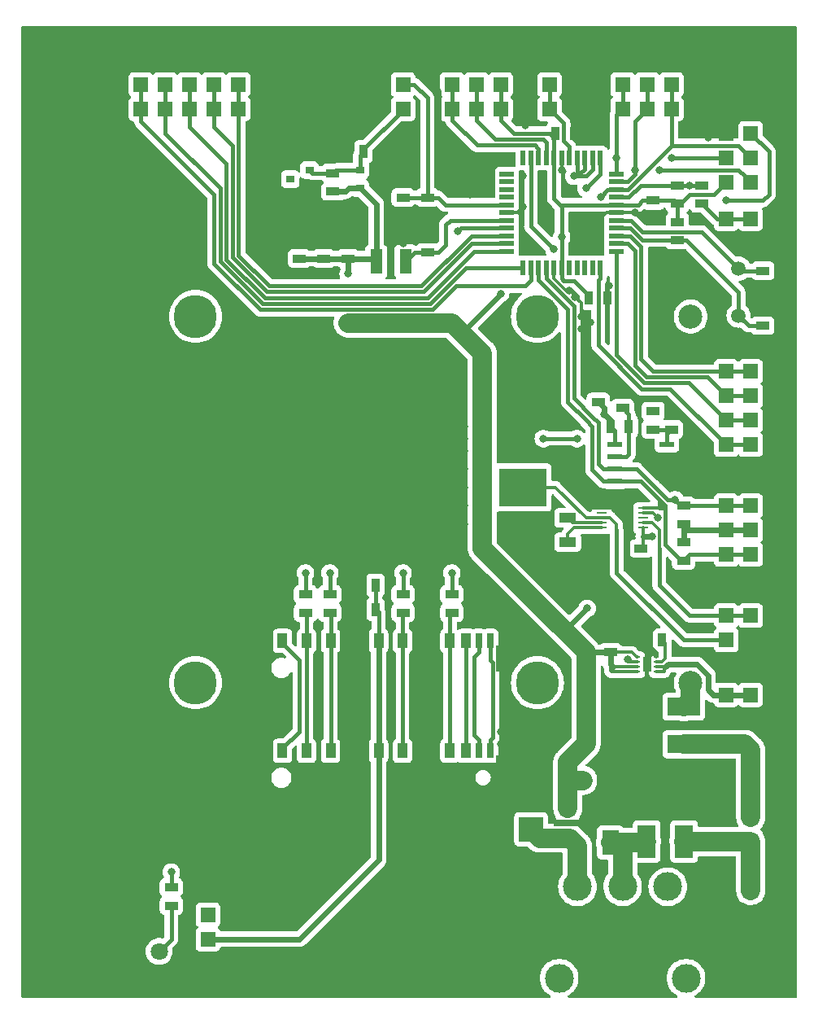
<source format=gbr>
%TF.GenerationSoftware,KiCad,Pcbnew,7.0.5.1-1-g8f565ef7f0-dirty-deb11*%
%TF.CreationDate,2023-07-05T15:03:21+00:00*%
%TF.ProjectId,DATALOGGER01,44415441-4c4f-4474-9745-5230312e6b69,rev?*%
%TF.SameCoordinates,Original*%
%TF.FileFunction,Copper,L2,Bot*%
%TF.FilePolarity,Positive*%
%FSLAX46Y46*%
G04 Gerber Fmt 4.6, Leading zero omitted, Abs format (unit mm)*
G04 Created by KiCad (PCBNEW 7.0.5.1-1-g8f565ef7f0-dirty-deb11) date 2023-07-05 15:03:21*
%MOMM*%
%LPD*%
G01*
G04 APERTURE LIST*
%TA.AperFunction,ComponentPad*%
%ADD10R,1.524000X1.524000*%
%TD*%
%TA.AperFunction,WasherPad*%
%ADD11C,4.500000*%
%TD*%
%TA.AperFunction,ComponentPad*%
%ADD12C,2.500000*%
%TD*%
%TA.AperFunction,ComponentPad*%
%ADD13C,6.000000*%
%TD*%
%TA.AperFunction,ComponentPad*%
%ADD14R,1.800000X1.800000*%
%TD*%
%TA.AperFunction,ComponentPad*%
%ADD15C,1.800000*%
%TD*%
%TA.AperFunction,ComponentPad*%
%ADD16C,1.501140*%
%TD*%
%TA.AperFunction,ComponentPad*%
%ADD17C,3.000000*%
%TD*%
%TA.AperFunction,SMDPad,CuDef*%
%ADD18R,1.397000X0.889000*%
%TD*%
%TA.AperFunction,SMDPad,CuDef*%
%ADD19R,1.100000X0.250000*%
%TD*%
%TA.AperFunction,SMDPad,CuDef*%
%ADD20R,0.889000X1.397000*%
%TD*%
%TA.AperFunction,SMDPad,CuDef*%
%ADD21R,2.499360X2.550160*%
%TD*%
%TA.AperFunction,SMDPad,CuDef*%
%ADD22R,1.500000X1.300000*%
%TD*%
%TA.AperFunction,SMDPad,CuDef*%
%ADD23R,3.000000X0.700000*%
%TD*%
%TA.AperFunction,SMDPad,CuDef*%
%ADD24R,1.800860X2.499360*%
%TD*%
%TA.AperFunction,SMDPad,CuDef*%
%ADD25R,1.900000X3.400000*%
%TD*%
%TA.AperFunction,SMDPad,CuDef*%
%ADD26R,1.000000X1.500000*%
%TD*%
%TA.AperFunction,SMDPad,CuDef*%
%ADD27R,0.700000X1.500000*%
%TD*%
%TA.AperFunction,SMDPad,CuDef*%
%ADD28R,1.500000X2.800000*%
%TD*%
%TA.AperFunction,SMDPad,CuDef*%
%ADD29R,0.500000X0.250000*%
%TD*%
%TA.AperFunction,SMDPad,CuDef*%
%ADD30R,0.900000X1.600000*%
%TD*%
%TA.AperFunction,ComponentPad*%
%ADD31C,0.600000*%
%TD*%
%TA.AperFunction,SMDPad,CuDef*%
%ADD32R,1.500000X0.550000*%
%TD*%
%TA.AperFunction,SMDPad,CuDef*%
%ADD33R,0.550000X1.500000*%
%TD*%
%TA.AperFunction,SMDPad,CuDef*%
%ADD34R,1.800000X1.000000*%
%TD*%
%TA.AperFunction,SMDPad,CuDef*%
%ADD35R,0.900000X0.800000*%
%TD*%
%TA.AperFunction,SMDPad,CuDef*%
%ADD36R,3.400000X1.900000*%
%TD*%
%TA.AperFunction,SMDPad,CuDef*%
%ADD37R,5.000000X4.000000*%
%TD*%
%TA.AperFunction,SMDPad,CuDef*%
%ADD38R,1.270000X2.540000*%
%TD*%
%TA.AperFunction,SMDPad,CuDef*%
%ADD39R,1.400000X0.899000*%
%TD*%
%TA.AperFunction,SMDPad,CuDef*%
%ADD40R,1.400000X0.889000*%
%TD*%
%TA.AperFunction,SMDPad,CuDef*%
%ADD41R,0.899000X1.400000*%
%TD*%
%TA.AperFunction,SMDPad,CuDef*%
%ADD42R,0.889000X1.400000*%
%TD*%
%TA.AperFunction,SMDPad,CuDef*%
%ADD43R,1.550000X0.600000*%
%TD*%
%TA.AperFunction,ViaPad*%
%ADD44C,0.800000*%
%TD*%
%TA.AperFunction,Conductor*%
%ADD45C,0.250000*%
%TD*%
%TA.AperFunction,Conductor*%
%ADD46C,0.300000*%
%TD*%
%TA.AperFunction,Conductor*%
%ADD47C,0.400000*%
%TD*%
%TA.AperFunction,Conductor*%
%ADD48C,2.000000*%
%TD*%
%TA.AperFunction,Conductor*%
%ADD49C,0.600000*%
%TD*%
G04 APERTURE END LIST*
D10*
%TO.P,J26,1*%
%TO.N,/PB0*%
X55245000Y92710000D03*
%TO.P,J26,2*%
X55245000Y95250000D03*
%TD*%
D11*
%TO.P,BT1,*%
%TO.N,*%
X53995000Y71120000D03*
X18395000Y71120000D03*
D12*
%TO.P,BT1,1*%
%TO.N,Net-(BT1-Pad1)*%
X69945000Y71120000D03*
%TO.P,BT1,2*%
%TO.N,GND*%
X2445000Y71120000D03*
%TD*%
D10*
%TO.P,J24,1*%
%TO.N,VDD*%
X50165000Y92710000D03*
%TO.P,J24,2*%
X50165000Y95250000D03*
%TD*%
%TO.P,J4,1*%
%TO.N,/PC1*%
X76200000Y46355000D03*
%TO.P,J4,2*%
X73660000Y46355000D03*
%TD*%
%TO.P,J22,1*%
%TO.N,/PA0*%
X47625000Y92710000D03*
%TO.P,J22,2*%
X47625000Y95250000D03*
%TD*%
%TO.P,J20,1*%
%TO.N,/TX1*%
X73660000Y57785000D03*
%TO.P,J20,2*%
X76200000Y57785000D03*
%TD*%
%TO.P,J17,1*%
%TO.N,/RX0*%
X73660000Y65405000D03*
%TO.P,J17,2*%
X76200000Y65405000D03*
%TD*%
%TO.P,J19,1*%
%TO.N,/RX1*%
X73660000Y60325000D03*
%TO.P,J19,2*%
X76200000Y60325000D03*
%TD*%
%TO.P,J18,1*%
%TO.N,/TX0*%
X73660000Y62865000D03*
%TO.P,J18,2*%
X76200000Y62865000D03*
%TD*%
%TO.P,J1,1*%
%TO.N,GND*%
X76200000Y43815000D03*
%TO.P,J1,2*%
X73660000Y43815000D03*
%TD*%
%TO.P,J2,1*%
%TO.N,/PC0*%
X76200000Y51435000D03*
%TO.P,J2,2*%
X73660000Y51435000D03*
%TD*%
%TO.P,J5,1*%
%TO.N,GND*%
X76200000Y53975000D03*
%TO.P,J5,2*%
X73660000Y53975000D03*
%TD*%
%TO.P,J6,1*%
%TO.N,GND*%
X73660000Y21590000D03*
%TO.P,J6,2*%
X73660000Y24130000D03*
%TO.P,J6,3*%
%TO.N,Net-(F2-Pad1)*%
X76200000Y21590000D03*
%TO.P,J6,4*%
X76200000Y24130000D03*
%TO.P,J6,5*%
%TO.N,GND*%
X78740000Y21590000D03*
%TO.P,J6,6*%
X78740000Y24130000D03*
%TD*%
%TO.P,J8,1*%
%TO.N,/RST#*%
X76200000Y81280000D03*
%TO.P,J8,2*%
X73660000Y81280000D03*
%TD*%
%TO.P,J9,1*%
%TO.N,/AREF*%
X40005000Y92710000D03*
%TO.P,J9,2*%
%TO.N,Net-(C14-Pad1)*%
X40005000Y95250000D03*
%TD*%
%TO.P,J10,1*%
%TO.N,GND*%
X76200000Y29210000D03*
%TO.P,J10,2*%
X73660000Y29210000D03*
%TO.P,J10,3*%
%TO.N,Net-(J10-Pad3)*%
X76200000Y31750000D03*
%TO.P,J10,4*%
X73660000Y31750000D03*
%TO.P,J10,5*%
%TO.N,GND*%
X76200000Y34290000D03*
%TO.P,J10,6*%
X73660000Y34290000D03*
%TD*%
%TO.P,J11,1*%
%TO.N,Net-(J11-Pad1)*%
X19685000Y8890000D03*
%TO.P,J11,2*%
%TO.N,/SD_VDD*%
X19685000Y6350000D03*
%TD*%
%TO.P,J21,1*%
%TO.N,Net-(BT3-Pad1)*%
X73660000Y37465000D03*
%TO.P,J21,2*%
%TO.N,GND*%
X76200000Y37465000D03*
%TD*%
%TO.P,J23,1*%
%TO.N,/PA1*%
X45085000Y92710000D03*
%TO.P,J23,2*%
X45085000Y95250000D03*
%TD*%
%TO.P,J25,1*%
%TO.N,GND*%
X52705000Y92710000D03*
%TO.P,J25,2*%
X52705000Y95250000D03*
%TD*%
%TO.P,J27,1*%
%TO.N,/PB6*%
X65405000Y92710000D03*
%TO.P,J27,2*%
X65405000Y95250000D03*
%TD*%
%TO.P,J28,1*%
%TO.N,/PB7*%
X67945000Y92710000D03*
%TO.P,J28,2*%
X67945000Y95250000D03*
%TD*%
%TO.P,J29,1*%
%TO.N,/PB5*%
X62865000Y92710000D03*
%TO.P,J29,2*%
X62865000Y95250000D03*
%TD*%
%TO.P,J30,1*%
%TO.N,/INTA*%
X73660000Y40005000D03*
%TO.P,J30,2*%
X76200000Y40005000D03*
%TD*%
%TO.P,J31,1*%
%TO.N,/PB6*%
X76200000Y85090000D03*
%TO.P,J31,2*%
%TO.N,VDD*%
X73660000Y85090000D03*
%TO.P,J31,3*%
%TO.N,/PB7*%
X76200000Y87630000D03*
%TO.P,J31,4*%
%TO.N,/PB5*%
X73660000Y87630000D03*
%TO.P,J31,5*%
%TO.N,/RST#_P*%
X76200000Y90170000D03*
%TO.P,J31,6*%
%TO.N,GND*%
X73660000Y90170000D03*
%TD*%
D13*
%TO.P,M3,1*%
%TO.N,GND*%
X5080000Y96520000D03*
%TD*%
%TO.P,M2,1*%
%TO.N,GND*%
X5080000Y5080000D03*
%TD*%
%TO.P,M4,1*%
%TO.N,GND*%
X76200000Y96200000D03*
%TD*%
D10*
%TO.P,J32,1*%
%TO.N,Net-(F1-Pad2)*%
X76200000Y16510000D03*
%TO.P,J32,2*%
%TO.N,Net-(F2-Pad1)*%
X76200000Y19050000D03*
%TD*%
%TO.P,J33,1*%
%TO.N,GND*%
X73660000Y11430000D03*
%TO.P,J33,2*%
X73660000Y13970000D03*
%TO.P,J33,3*%
%TO.N,Net-(F1-Pad2)*%
X76200000Y11430000D03*
%TO.P,J33,4*%
X76200000Y13970000D03*
%TO.P,J33,5*%
%TO.N,GND*%
X78740000Y11430000D03*
%TO.P,J33,6*%
X78740000Y13970000D03*
%TD*%
D11*
%TO.P,BT2,*%
%TO.N,*%
X18395000Y33020000D03*
X53995000Y33020000D03*
D12*
%TO.P,BT2,1*%
%TO.N,Net-(BT1-Pad1)*%
X69945000Y33020000D03*
%TO.P,BT2,2*%
%TO.N,GND*%
X2445000Y33020000D03*
%TD*%
D14*
%TO.P,D3,1*%
%TO.N,GND*%
X12065000Y5080000D03*
D15*
%TO.P,D3,2*%
%TO.N,Net-(D3-Pad2)*%
X14605000Y5080000D03*
%TD*%
D10*
%TO.P,J3,1*%
%TO.N,VDD*%
X76200000Y48895000D03*
%TO.P,J3,2*%
X73660000Y48895000D03*
%TD*%
D16*
%TO.P,Y1,1*%
%TO.N,Net-(C5-Pad1)*%
X74930000Y76100940D03*
%TO.P,Y1,2*%
%TO.N,Net-(C8-Pad1)*%
X74930000Y71219060D03*
%TD*%
D10*
%TO.P,J12,1*%
%TO.N,/PC2*%
X12700000Y92710000D03*
%TO.P,J12,2*%
X12700000Y95250000D03*
%TD*%
%TO.P,J16,1*%
%TO.N,/PC6*%
X22860000Y92710000D03*
%TO.P,J16,2*%
X22860000Y95250000D03*
%TD*%
%TO.P,J15,1*%
%TO.N,/PC5*%
X20320000Y92710000D03*
%TO.P,J15,2*%
X20320000Y95250000D03*
%TD*%
%TO.P,J14,1*%
%TO.N,/INT*%
X17780000Y92710000D03*
%TO.P,J14,2*%
X17780000Y95250000D03*
%TD*%
%TO.P,J13,1*%
%TO.N,/PC3*%
X15240000Y92710000D03*
%TO.P,J13,2*%
X15240000Y95250000D03*
%TD*%
D17*
%TO.P,SW1,1*%
%TO.N,Net-(C10-Pad1)*%
X58165000Y11816000D03*
%TO.P,SW1,2*%
%TO.N,Net-(D2-Pad1)*%
X62865000Y11816000D03*
%TO.P,SW1,3*%
%TO.N,N/C*%
X67565000Y11816000D03*
%TO.P,SW1,4*%
X56260000Y2286000D03*
X69470000Y2286000D03*
%TD*%
D18*
%TO.P,C18,1*%
%TO.N,VDD*%
X64770000Y46990000D03*
%TO.P,C18,2*%
%TO.N,GND*%
X64770000Y45085000D03*
%TD*%
%TO.P,R1,1*%
%TO.N,Net-(J34-Pad1)*%
X29845000Y40322500D03*
%TO.P,R1,2*%
%TO.N,/PB4*%
X29845000Y42227500D03*
%TD*%
%TO.P,C7,1*%
%TO.N,VDD*%
X61595000Y36195000D03*
%TO.P,C7,2*%
%TO.N,GND*%
X61595000Y38100000D03*
%TD*%
%TO.P,R4,1*%
%TO.N,Net-(J34-Pad7)*%
X45085000Y40322500D03*
%TO.P,R4,2*%
%TO.N,/PB6*%
X45085000Y42227500D03*
%TD*%
%TO.P,C8,1*%
%TO.N,Net-(C8-Pad1)*%
X77470000Y70167500D03*
%TO.P,C8,2*%
%TO.N,GND*%
X77470000Y72072500D03*
%TD*%
%TO.P,C5,1*%
%TO.N,Net-(C5-Pad1)*%
X77470000Y75882500D03*
%TO.P,C5,2*%
%TO.N,GND*%
X77470000Y73977500D03*
%TD*%
%TO.P,C16,1*%
%TO.N,/RST#_P*%
X71120000Y84772500D03*
%TO.P,C16,2*%
%TO.N,/RST#*%
X71120000Y82867500D03*
%TD*%
%TO.P,C17,1*%
%TO.N,Net-(C14-Pad1)*%
X42545000Y83502500D03*
%TO.P,C17,2*%
%TO.N,GND*%
X42545000Y81597500D03*
%TD*%
%TO.P,R8,1*%
%TO.N,VDD*%
X68580000Y80962500D03*
%TO.P,R8,2*%
%TO.N,Net-(C8-Pad1)*%
X68580000Y79057500D03*
%TD*%
%TO.P,R9,1*%
%TO.N,/RST#_P*%
X68580000Y84772500D03*
%TO.P,R9,2*%
%TO.N,VDD*%
X68580000Y82867500D03*
%TD*%
D19*
%TO.P,U4,1*%
%TO.N,Net-(U4-Pad1)*%
X60715000Y49165000D03*
%TO.P,U4,2*%
%TO.N,Net-(U4-Pad2)*%
X60715000Y49665000D03*
%TO.P,U4,3*%
%TO.N,Net-(BT3-Pad1)*%
X60715000Y50165000D03*
%TO.P,U4,4*%
%TO.N,N/C*%
X60715000Y50665000D03*
%TO.P,U4,5*%
%TO.N,GND*%
X60715000Y51165000D03*
%TO.P,U4,6*%
%TO.N,/PC1*%
X65015000Y51165000D03*
%TO.P,U4,7*%
%TO.N,/PC0*%
X65015000Y50665000D03*
%TO.P,U4,8*%
%TO.N,N/C*%
X65015000Y50165000D03*
%TO.P,U4,9*%
%TO.N,/INTA*%
X65015000Y49665000D03*
%TO.P,U4,10*%
%TO.N,VDD*%
X65015000Y49165000D03*
%TD*%
D18*
%TO.P,C1,1*%
%TO.N,VDD*%
X29210000Y77152500D03*
%TO.P,C1,2*%
%TO.N,GND*%
X29210000Y79057500D03*
%TD*%
%TO.P,C2,1*%
%TO.N,VDD*%
X31750000Y77152500D03*
%TO.P,C2,2*%
%TO.N,GND*%
X31750000Y79057500D03*
%TD*%
%TO.P,C3,1*%
%TO.N,VDD*%
X34290000Y77152500D03*
%TO.P,C3,2*%
%TO.N,GND*%
X34290000Y79057500D03*
%TD*%
D20*
%TO.P,C4,1*%
%TO.N,/AREF*%
X35877500Y88265000D03*
%TO.P,C4,2*%
%TO.N,GND*%
X37782500Y88265000D03*
%TD*%
D18*
%TO.P,C6,1*%
%TO.N,/AVCC*%
X42545000Y77787500D03*
%TO.P,C6,2*%
%TO.N,GND*%
X42545000Y79692500D03*
%TD*%
D21*
%TO.P,C9,1*%
%TO.N,Net-(C10-Pad1)*%
X53340000Y17795240D03*
%TO.P,C9,2*%
%TO.N,GND*%
X53340000Y22844760D03*
%TD*%
D22*
%TO.P,C10,1*%
%TO.N,Net-(C10-Pad1)*%
X57150000Y17065000D03*
D23*
%TO.P,C10,2*%
%TO.N,GND*%
X57150000Y18415000D03*
D22*
%TO.P,C10,3*%
%TO.N,VDD*%
X57150000Y19765000D03*
%TD*%
D20*
%TO.P,C11,1*%
%TO.N,/SD_VDD*%
X37147500Y43180000D03*
%TO.P,C11,2*%
%TO.N,GND*%
X35242500Y43180000D03*
%TD*%
%TO.P,C12,1*%
%TO.N,Net-(C12-Pad1)*%
X66992500Y37465000D03*
%TO.P,C12,2*%
%TO.N,GND*%
X65087500Y37465000D03*
%TD*%
%TO.P,C13,1*%
%TO.N,VDD*%
X58737500Y22860000D03*
%TO.P,C13,2*%
%TO.N,GND*%
X60642500Y22860000D03*
%TD*%
D18*
%TO.P,C14,1*%
%TO.N,Net-(C14-Pad1)*%
X40005000Y83502500D03*
%TO.P,C14,2*%
%TO.N,GND*%
X40005000Y81597500D03*
%TD*%
D20*
%TO.P,C15,1*%
%TO.N,/SD_VDD*%
X37147500Y40640000D03*
%TO.P,C15,2*%
%TO.N,GND*%
X35242500Y40640000D03*
%TD*%
D24*
%TO.P,D2,1*%
%TO.N,Net-(D2-Pad1)*%
X61595000Y16416020D03*
%TO.P,D2,2*%
%TO.N,GND*%
X61595000Y20413980D03*
%TD*%
D25*
%TO.P,F1,1*%
%TO.N,Net-(D2-Pad1)*%
X65360000Y16510000D03*
%TO.P,F1,2*%
%TO.N,Net-(F1-Pad2)*%
X69260000Y16510000D03*
%TD*%
D26*
%TO.P,J7,1*%
%TO.N,Net-(J34-Pad1)*%
X29955000Y37375000D03*
%TO.P,J7,2*%
%TO.N,Net-(J34-Pad2)*%
X32455000Y37375000D03*
%TO.P,J7,3*%
%TO.N,GND*%
X34955000Y37375000D03*
%TO.P,J7,4*%
%TO.N,/SD_VDD*%
X37455000Y37375000D03*
%TO.P,J7,5*%
%TO.N,Net-(J34-Pad5)*%
X39955000Y37375000D03*
%TO.P,J7,6*%
%TO.N,GND*%
X42455000Y37375000D03*
%TO.P,J7,7*%
%TO.N,Net-(J34-Pad7)*%
X44885000Y37375000D03*
%TO.P,J7,8*%
%TO.N,Net-(J34-Pad8)*%
X46585000Y37375000D03*
%TO.P,J7,9*%
%TO.N,Net-(J34-Pad9)*%
X27455000Y37375000D03*
D27*
%TO.P,J7,10*%
%TO.N,Net-(J34-Pad10)*%
X47885000Y37375000D03*
%TO.P,J7,11*%
%TO.N,Net-(J34-Pad11)*%
X49085000Y37375000D03*
D28*
%TO.P,J7,12*%
%TO.N,GND*%
X23180000Y14075000D03*
X50480000Y35575000D03*
X50480000Y14075000D03*
X25380000Y35575000D03*
%TD*%
D18*
%TO.P,R2,1*%
%TO.N,Net-(J34-Pad2)*%
X32385000Y40322500D03*
%TO.P,R2,2*%
%TO.N,/PB5*%
X32385000Y42227500D03*
%TD*%
%TO.P,R3,1*%
%TO.N,Net-(J34-Pad5)*%
X40005000Y40322500D03*
%TO.P,R3,2*%
%TO.N,/PB7*%
X40005000Y42227500D03*
%TD*%
%TO.P,R5,1*%
%TO.N,/AREF*%
X32702500Y86042500D03*
%TO.P,R5,2*%
%TO.N,VDD*%
X32702500Y84137500D03*
%TD*%
%TO.P,R6,1*%
%TO.N,/PC1*%
X69215000Y45720000D03*
%TO.P,R6,2*%
%TO.N,VDD*%
X69215000Y47625000D03*
%TD*%
%TO.P,R7,1*%
%TO.N,/PC0*%
X69215000Y51435000D03*
%TO.P,R7,2*%
%TO.N,VDD*%
X69215000Y49530000D03*
%TD*%
D29*
%TO.P,U2,1*%
%TO.N,VDD*%
X64455000Y34175000D03*
%TO.P,U2,2*%
X64455000Y34675000D03*
%TO.P,U2,3*%
%TO.N,/PA2*%
X64455000Y35175000D03*
%TO.P,U2,4*%
%TO.N,VDD*%
X64455000Y35675000D03*
%TO.P,U2,5*%
%TO.N,GND*%
X66355000Y35675000D03*
%TO.P,U2,6*%
%TO.N,Net-(C12-Pad1)*%
X66355000Y35175000D03*
%TO.P,U2,7*%
%TO.N,Net-(J10-Pad3)*%
X66355000Y34675000D03*
%TO.P,U2,8*%
X66355000Y34175000D03*
D30*
%TO.P,U2,9*%
%TO.N,GND*%
X65405000Y34925000D03*
D31*
X65405000Y35425000D03*
X65405000Y34425000D03*
%TD*%
D32*
%TO.P,U3,1*%
%TO.N,/PB5*%
X62215000Y85915000D03*
%TO.P,U3,2*%
%TO.N,/PB6*%
X62215000Y85115000D03*
%TO.P,U3,3*%
%TO.N,/PB7*%
X62215000Y84315000D03*
%TO.P,U3,4*%
%TO.N,/RST#_P*%
X62215000Y83515000D03*
%TO.P,U3,5*%
%TO.N,VDD*%
X62215000Y82715000D03*
%TO.P,U3,6*%
%TO.N,GND*%
X62215000Y81915000D03*
%TO.P,U3,7*%
%TO.N,Net-(C5-Pad1)*%
X62215000Y81115000D03*
%TO.P,U3,8*%
%TO.N,Net-(C8-Pad1)*%
X62215000Y80315000D03*
%TO.P,U3,9*%
%TO.N,/RX0*%
X62215000Y79515000D03*
%TO.P,U3,10*%
%TO.N,/TX0*%
X62215000Y78715000D03*
%TO.P,U3,11*%
%TO.N,/RX1*%
X62215000Y77915000D03*
D33*
%TO.P,U3,12*%
%TO.N,/TX1*%
X60515000Y76215000D03*
%TO.P,U3,13*%
%TO.N,N/C*%
X59715000Y76215000D03*
%TO.P,U3,14*%
X58915000Y76215000D03*
%TO.P,U3,15*%
X58115000Y76215000D03*
%TO.P,U3,16*%
X57315000Y76215000D03*
%TO.P,U3,17*%
%TO.N,VDD*%
X56515000Y76215000D03*
%TO.P,U3,18*%
%TO.N,GND*%
X55715000Y76215000D03*
%TO.P,U3,19*%
%TO.N,/PC0*%
X54915000Y76215000D03*
%TO.P,U3,20*%
%TO.N,/PC1*%
X54115000Y76215000D03*
%TO.P,U3,21*%
%TO.N,/PC2*%
X53315000Y76215000D03*
%TO.P,U3,22*%
%TO.N,/PC3*%
X52515000Y76215000D03*
D32*
%TO.P,U3,23*%
%TO.N,/INT*%
X50815000Y77915000D03*
%TO.P,U3,24*%
%TO.N,/PC5*%
X50815000Y78715000D03*
%TO.P,U3,25*%
%TO.N,/PC6*%
X50815000Y79515000D03*
%TO.P,U3,26*%
%TO.N,/LED*%
X50815000Y80315000D03*
%TO.P,U3,27*%
%TO.N,/AVCC*%
X50815000Y81115000D03*
%TO.P,U3,28*%
%TO.N,GND*%
X50815000Y81915000D03*
%TO.P,U3,29*%
%TO.N,Net-(C14-Pad1)*%
X50815000Y82715000D03*
%TO.P,U3,30*%
%TO.N,N/C*%
X50815000Y83515000D03*
%TO.P,U3,31*%
X50815000Y84315000D03*
%TO.P,U3,32*%
X50815000Y85115000D03*
%TO.P,U3,33*%
X50815000Y85915000D03*
D33*
%TO.P,U3,34*%
X52515000Y87615000D03*
%TO.P,U3,35*%
%TO.N,/PA2*%
X53315000Y87615000D03*
%TO.P,U3,36*%
%TO.N,/PA1*%
X54115000Y87615000D03*
%TO.P,U3,37*%
%TO.N,/PA0*%
X54915000Y87615000D03*
%TO.P,U3,38*%
%TO.N,VDD*%
X55715000Y87615000D03*
%TO.P,U3,39*%
%TO.N,GND*%
X56515000Y87615000D03*
%TO.P,U3,40*%
%TO.N,/PB0*%
X57315000Y87615000D03*
%TO.P,U3,41*%
%TO.N,Net-(J11-Pad1)*%
X58115000Y87615000D03*
%TO.P,U3,42*%
X58915000Y87615000D03*
%TO.P,U3,43*%
X59715000Y87615000D03*
%TO.P,U3,44*%
%TO.N,/PB4*%
X60515000Y87615000D03*
%TD*%
D34*
%TO.P,Y2,1*%
%TO.N,Net-(U4-Pad2)*%
X57150000Y50165000D03*
%TO.P,Y2,2*%
%TO.N,Net-(U4-Pad1)*%
X57150000Y47665000D03*
%TD*%
D35*
%TO.P,U1,1*%
%TO.N,VDD*%
X35512500Y84457500D03*
%TO.P,U1,2*%
%TO.N,/AREF*%
X35512500Y86357500D03*
%TO.P,U1,3*%
%TO.N,GND*%
X37512500Y85407500D03*
%TD*%
D18*
%TO.P,R10,1*%
%TO.N,Net-(D3-Pad2)*%
X15875000Y9842500D03*
%TO.P,R10,2*%
%TO.N,/LED*%
X15875000Y11747500D03*
%TD*%
D36*
%TO.P,F2,1*%
%TO.N,Net-(F2-Pad1)*%
X69215000Y26625000D03*
%TO.P,F2,2*%
%TO.N,Net-(BT1-Pad1)*%
X69215000Y30525000D03*
%TD*%
D37*
%TO.P,BT3,1*%
%TO.N,Net-(BT3-Pad1)*%
X52465000Y53340000D03*
%TO.P,BT3,2*%
%TO.N,GND*%
X22465000Y53340000D03*
%TD*%
D35*
%TO.P,U5,1*%
%TO.N,/AREF*%
X30257500Y86357500D03*
%TO.P,U5,2*%
%TO.N,GND*%
X30257500Y84457500D03*
%TO.P,U5,3*%
%TO.N,N/C*%
X28257500Y85407500D03*
%TD*%
D38*
%TO.P,L1,1*%
%TO.N,VDD*%
X37211000Y76835000D03*
%TO.P,L1,2*%
%TO.N,/AVCC*%
X40259000Y76835000D03*
%TD*%
D20*
%TO.P,C19,1*%
%TO.N,VDD*%
X55880000Y90170000D03*
%TO.P,C19,2*%
%TO.N,GND*%
X57785000Y90170000D03*
%TD*%
%TO.P,C20,1*%
%TO.N,VDD*%
X59372500Y73025000D03*
%TO.P,C20,2*%
%TO.N,GND*%
X61277500Y73025000D03*
%TD*%
D18*
%TO.P,C21,1*%
%TO.N,VDD*%
X66040000Y83185000D03*
%TO.P,C21,2*%
%TO.N,GND*%
X66040000Y81280000D03*
%TD*%
D26*
%TO.P,J34,1*%
%TO.N,Net-(J34-Pad1)*%
X29955000Y25945000D03*
%TO.P,J34,2*%
%TO.N,Net-(J34-Pad2)*%
X32455000Y25945000D03*
%TO.P,J34,3*%
%TO.N,GND*%
X34955000Y25945000D03*
%TO.P,J34,4*%
%TO.N,/SD_VDD*%
X37455000Y25945000D03*
%TO.P,J34,5*%
%TO.N,Net-(J34-Pad5)*%
X39955000Y25945000D03*
%TO.P,J34,6*%
%TO.N,GND*%
X42455000Y25945000D03*
%TO.P,J34,7*%
%TO.N,Net-(J34-Pad7)*%
X44885000Y25945000D03*
%TO.P,J34,8*%
%TO.N,Net-(J34-Pad8)*%
X46585000Y25945000D03*
%TO.P,J34,9*%
%TO.N,Net-(J34-Pad9)*%
X27455000Y25945000D03*
D27*
%TO.P,J34,10*%
%TO.N,Net-(J34-Pad10)*%
X47885000Y25945000D03*
%TO.P,J34,11*%
%TO.N,Net-(J34-Pad11)*%
X49085000Y25945000D03*
D28*
%TO.P,J34,12*%
%TO.N,GND*%
X23180000Y2645000D03*
X50480000Y2645000D03*
X50480000Y24145000D03*
X25380000Y24145000D03*
%TD*%
D39*
%TO.P,C22,1*%
%TO.N,VDD*%
X60325000Y62230000D03*
D40*
%TO.P,C22,2*%
%TO.N,GND*%
X60325000Y64135000D03*
%TD*%
D39*
%TO.P,R11,1*%
%TO.N,VDD*%
X66040000Y61277500D03*
D40*
%TO.P,R11,2*%
%TO.N,Net-(R11-Pad2)*%
X66040000Y59372500D03*
%TD*%
D39*
%TO.P,R12,1*%
%TO.N,GND*%
X67945000Y61277500D03*
D40*
%TO.P,R12,2*%
%TO.N,Net-(R11-Pad2)*%
X67945000Y59372500D03*
%TD*%
D39*
%TO.P,R15,1*%
%TO.N,GND*%
X62865000Y63500000D03*
D40*
%TO.P,R15,2*%
%TO.N,Net-(R15-Pad2)*%
X62865000Y61595000D03*
%TD*%
D41*
%TO.P,R16,1*%
%TO.N,Net-(R15-Pad2)*%
X63500000Y59690000D03*
D42*
%TO.P,R16,2*%
%TO.N,VDD*%
X61595000Y59690000D03*
%TD*%
D43*
%TO.P,U6,1*%
%TO.N,Net-(R11-Pad2)*%
X67470000Y57785000D03*
%TO.P,U6,2*%
%TO.N,GND*%
X67470000Y56515000D03*
%TO.P,U6,3*%
X67470000Y55245000D03*
%TO.P,U6,4*%
X67470000Y53975000D03*
%TO.P,U6,5*%
%TO.N,/PC1*%
X62070000Y53975000D03*
%TO.P,U6,6*%
%TO.N,/PC0*%
X62070000Y55245000D03*
%TO.P,U6,7*%
%TO.N,Net-(R15-Pad2)*%
X62070000Y56515000D03*
%TO.P,U6,8*%
%TO.N,VDD*%
X62070000Y57785000D03*
%TD*%
D44*
%TO.N,GND*%
X79375000Y74295000D03*
X50165000Y56515000D03*
X52515000Y82550000D03*
X5715000Y68580000D03*
X34925000Y34290000D03*
X6350000Y36195000D03*
X66675000Y77470000D03*
X41275000Y55880000D03*
X53975000Y27940000D03*
X62230000Y22860000D03*
X4445000Y36195000D03*
X30480000Y83185000D03*
X52705000Y90970000D03*
X73660000Y92075000D03*
X38735000Y58420000D03*
X57300686Y73810686D03*
X34925000Y35560000D03*
X66675000Y67310000D03*
X79375000Y71755000D03*
X42545000Y27940000D03*
X68580000Y77470000D03*
X57785000Y92075000D03*
X26670000Y57785000D03*
X52705000Y26670000D03*
X4445000Y33020000D03*
X59690000Y19050000D03*
X41275000Y52070000D03*
X8255000Y68580000D03*
X41910000Y3810000D03*
X71755000Y92075000D03*
X46355000Y57150000D03*
X52515000Y85725000D03*
X60325000Y78105000D03*
X24130000Y56515000D03*
X52070000Y62865000D03*
X40005000Y80010000D03*
X43815000Y86360000D03*
X43815000Y89535000D03*
X36830000Y3810000D03*
X40640000Y88900000D03*
X59055000Y92075000D03*
X34925000Y27940000D03*
X76200000Y67310000D03*
X50165000Y58420000D03*
X71120000Y75565000D03*
X52705000Y27940000D03*
X31750000Y80645000D03*
X65405000Y43815000D03*
X31115000Y50165000D03*
X33655000Y57785000D03*
X34925000Y46355000D03*
X42545000Y95885000D03*
X73660000Y67310000D03*
X63500000Y21590000D03*
X64770000Y21590000D03*
X27305000Y31115000D03*
X43815000Y50800000D03*
X66675000Y73660000D03*
X42545000Y34925000D03*
X60325000Y79375000D03*
X54610000Y85725000D03*
X53975000Y25400000D03*
X34290000Y80645000D03*
X38735000Y62865000D03*
X46355000Y59690000D03*
X46355000Y58420000D03*
X22225000Y57150000D03*
X63500000Y22860000D03*
X24765000Y31750000D03*
X38735000Y80010000D03*
X46355000Y55245000D03*
X4445000Y31115000D03*
X40640000Y87630000D03*
X46355000Y49530000D03*
X26035000Y33020000D03*
X60960000Y45085000D03*
X50165000Y26670000D03*
X33655000Y53975000D03*
X29210000Y83185000D03*
X48895000Y84455000D03*
X51435000Y26670000D03*
X38735000Y78740000D03*
X31115000Y56515000D03*
X1905000Y36195000D03*
X18415000Y57150000D03*
X53975000Y46990000D03*
X30480000Y80645000D03*
X42545000Y33020000D03*
X43815000Y53975000D03*
X63500000Y20320000D03*
X43815000Y52070000D03*
X64770000Y20320000D03*
X55245000Y27940000D03*
X42545000Y29845000D03*
X28575000Y59055000D03*
X58585000Y69850000D03*
X72390000Y74295000D03*
X61415000Y74295000D03*
X36830000Y46355000D03*
X59690000Y45085000D03*
X53975000Y60960000D03*
X38735000Y54610000D03*
X39370000Y86360000D03*
X52070000Y64770000D03*
X57935686Y73175686D03*
X40005000Y78740000D03*
X33655000Y50165000D03*
X34925000Y45085000D03*
X39370000Y3810000D03*
X79375000Y73025000D03*
X55245000Y25400000D03*
X42545000Y31115000D03*
X53975000Y49530000D03*
X39370000Y88900000D03*
X59055000Y90805000D03*
X29210000Y80645000D03*
X56515000Y86360000D03*
X41275000Y50800000D03*
X50165000Y59690000D03*
X46355000Y53340000D03*
X71755000Y89700000D03*
X20955000Y57150000D03*
X53975000Y44450000D03*
X78740000Y67310000D03*
X64135000Y81915000D03*
X59055000Y89535000D03*
X53975000Y26670000D03*
X58585000Y71120000D03*
X6350000Y34925000D03*
X54610000Y84455000D03*
X52705000Y25400000D03*
X71120000Y67310000D03*
X41275000Y57150000D03*
X33655000Y55880000D03*
X38100000Y46355000D03*
X33020000Y80645000D03*
X59055000Y78105000D03*
X43815000Y57150000D03*
X31115000Y53975000D03*
X51435000Y27940000D03*
X48895000Y85725000D03*
X38735000Y50800000D03*
X61595000Y41275000D03*
X39370000Y85090000D03*
X71755000Y90805000D03*
X49530000Y86995000D03*
X34925000Y31750000D03*
X46990000Y83820000D03*
X38100000Y45085000D03*
X5715000Y71120000D03*
X26035000Y31750000D03*
X52070000Y66675000D03*
X47625000Y87630000D03*
X31750000Y3810000D03*
X31115000Y52070000D03*
X4445000Y34925000D03*
X38735000Y52705000D03*
X8255000Y71120000D03*
X34925000Y29845000D03*
X50165000Y27940000D03*
X44450000Y84455000D03*
X66675000Y68580000D03*
X40640000Y85090000D03*
X27305000Y32385000D03*
X24765000Y33020000D03*
X41275000Y53340000D03*
X59525000Y70485000D03*
X25400000Y56515000D03*
X64770000Y22860000D03*
X43815000Y55880000D03*
X38735000Y56515000D03*
X36830000Y45085000D03*
X55245000Y26670000D03*
X40640000Y86360000D03*
X41275000Y54610000D03*
X11430000Y71120000D03*
X6350000Y31115000D03*
X11430000Y68580000D03*
X39370000Y87630000D03*
X79375000Y70485000D03*
X38735000Y59690000D03*
X42545000Y97155000D03*
X59690000Y20955000D03*
X50800000Y87630000D03*
X46355000Y51435000D03*
X66675000Y75565000D03*
X18415000Y55245000D03*
X18415000Y53340000D03*
X64135000Y39370000D03*
X6350000Y33020000D03*
X34290000Y3810000D03*
%TO.N,VDD*%
X60960000Y60960000D03*
X66040000Y61277500D03*
X34290000Y70485000D03*
X59164557Y40749557D03*
X65925000Y48260000D03*
X34290000Y75565000D03*
X50165000Y73495000D03*
X56515000Y79375000D03*
%TO.N,/PC0*%
X66510000Y50165000D03*
X68326000Y52070000D03*
%TO.N,Net-(J11-Pad1)*%
X57785000Y85725000D03*
%TO.N,/PB6*%
X64135000Y86360000D03*
X66675000Y86360000D03*
X45085000Y44450000D03*
%TO.N,/PB7*%
X40005000Y44450000D03*
X60573186Y83571814D03*
%TO.N,/PB5*%
X67945000Y87630000D03*
X62215000Y87630000D03*
X32385000Y44450000D03*
%TO.N,/PB4*%
X29845000Y44450000D03*
X59055000Y84455000D03*
%TO.N,/LED*%
X15875000Y13335000D03*
X45720000Y80010000D03*
%TO.N,/PA2*%
X55715000Y78105000D03*
X54610000Y58420000D03*
X58115000Y58420000D03*
X63361371Y35421371D03*
%TO.N,/RST#_P*%
X73660000Y83185000D03*
X69850000Y84772500D03*
%TD*%
D45*
%TO.N,GND*%
X39370000Y3810000D02*
X36830000Y3810000D01*
D46*
X34925000Y29845000D02*
X34925000Y31750000D01*
D47*
X66675000Y68580000D02*
X66675000Y73660000D01*
D46*
X53340000Y24765000D02*
X52705000Y25400000D01*
X39052500Y85407500D02*
X39370000Y85090000D01*
X56991484Y73810686D02*
X57300686Y73810686D01*
X11430000Y68580000D02*
X8255000Y68580000D01*
X8255000Y71120000D02*
X11430000Y71120000D01*
D45*
X44450000Y85725000D02*
X43815000Y86360000D01*
D46*
X25380000Y33635000D02*
X24765000Y33020000D01*
X35242500Y43180000D02*
X35242500Y44767500D01*
X63500000Y50800000D02*
X63500000Y45085000D01*
X38735000Y62865000D02*
X33655000Y57785000D01*
X53340000Y22844760D02*
X53340000Y24765000D01*
X58890000Y69850000D02*
X59525000Y70485000D01*
X18415000Y55245000D02*
X18415000Y57150000D01*
X53975000Y27940000D02*
X55245000Y27940000D01*
X59055000Y18415000D02*
X59690000Y19050000D01*
X6350000Y33020000D02*
X6350000Y31115000D01*
X40005000Y81597500D02*
X40005000Y80010000D01*
X34925000Y34290000D02*
X34925000Y35560000D01*
X34290000Y79057500D02*
X34290000Y80645000D01*
X79057500Y73977500D02*
X79375000Y74295000D01*
X54610000Y84455000D02*
X54610000Y85725000D01*
X1905000Y36195000D02*
X4445000Y36195000D01*
X79375000Y73025000D02*
X79375000Y71755000D01*
X52070000Y62865000D02*
X53975000Y60960000D01*
X34955000Y25945000D02*
X34955000Y27910000D01*
X60715000Y51165000D02*
X63135000Y51165000D01*
D47*
X79375000Y70485000D02*
X79375000Y67945000D01*
D46*
X26035000Y33020000D02*
X26670000Y33020000D01*
X43815000Y50800000D02*
X43815000Y52070000D01*
X58585000Y69850000D02*
X58890000Y69850000D01*
D45*
X44450000Y84455000D02*
X44450000Y85725000D01*
D46*
X71755000Y90805000D02*
X71755000Y89700000D01*
X46355000Y53340000D02*
X46355000Y51435000D01*
D45*
X31115000Y56515000D02*
X28575000Y59055000D01*
X52515000Y82550000D02*
X52515000Y85725000D01*
X60960000Y41910000D02*
X60960000Y45085000D01*
X43815000Y94615000D02*
X42545000Y95885000D01*
D46*
X42455000Y27850000D02*
X42545000Y27940000D01*
X38100000Y46355000D02*
X36830000Y46355000D01*
X50165000Y26670000D02*
X50165000Y27940000D01*
X42545000Y29845000D02*
X42545000Y31115000D01*
X35242500Y44767500D02*
X34925000Y45085000D01*
X39370000Y88900000D02*
X40640000Y88900000D01*
X62215000Y81915000D02*
X61165000Y81915000D01*
X61053980Y20955000D02*
X61595000Y20413980D01*
D45*
X48895000Y84455000D02*
X47625000Y84455000D01*
D46*
X22465000Y53340000D02*
X18415000Y53340000D01*
X64770000Y45085000D02*
X64770000Y44450000D01*
X63500000Y45085000D02*
X64770000Y45085000D01*
X33655000Y57785000D02*
X33185000Y57785000D01*
X61165000Y81915000D02*
X60325000Y81075000D01*
D47*
X76200000Y67310000D02*
X73660000Y67310000D01*
D45*
X33655000Y50165000D02*
X31115000Y50165000D01*
D46*
X66355000Y35675000D02*
X66355000Y36197500D01*
X24765000Y31750000D02*
X26035000Y31750000D01*
D45*
X47625000Y84455000D02*
X46990000Y83820000D01*
D46*
X60325000Y78105000D02*
X59055000Y78105000D01*
X59865000Y51165000D02*
X59690000Y51340000D01*
X55245000Y26670000D02*
X53975000Y26670000D01*
D45*
X26670000Y57785000D02*
X25400000Y56515000D01*
D46*
X59690000Y20955000D02*
X61053980Y20955000D01*
X63500000Y22860000D02*
X64770000Y22860000D01*
X52705000Y26670000D02*
X51435000Y26670000D01*
X41275000Y50800000D02*
X38735000Y50800000D01*
D45*
X47625000Y86995000D02*
X48895000Y85725000D01*
D46*
X56515000Y87615000D02*
X56515000Y86360000D01*
X53975000Y25400000D02*
X55245000Y25400000D01*
X61277500Y73025000D02*
X61277500Y74157500D01*
X51435000Y27940000D02*
X52705000Y27940000D01*
D45*
X50165000Y86995000D02*
X50800000Y87630000D01*
X31115000Y52070000D02*
X31115000Y53975000D01*
D46*
X31115000Y50165000D02*
X30645000Y50165000D01*
X52705000Y92710000D02*
X52705000Y90970000D01*
D45*
X43075000Y2645000D02*
X41910000Y3810000D01*
X61595000Y41275000D02*
X60960000Y41910000D01*
D46*
X20955000Y57150000D02*
X22225000Y57150000D01*
X6350000Y36195000D02*
X6350000Y34925000D01*
X41275000Y55880000D02*
X41275000Y54610000D01*
X50165000Y58420000D02*
X50165000Y59690000D01*
X39370000Y86360000D02*
X39370000Y87630000D01*
X58577999Y72533373D02*
X58577999Y71127001D01*
D45*
X54610000Y45085000D02*
X53975000Y44450000D01*
D46*
X73660000Y92075000D02*
X71755000Y92075000D01*
X57150000Y18415000D02*
X59055000Y18415000D01*
X64770000Y21590000D02*
X64770000Y20320000D01*
X52070000Y58420000D02*
X50165000Y56515000D01*
X57785000Y90170000D02*
X57785000Y92075000D01*
D47*
X69215000Y77470000D02*
X71120000Y75565000D01*
D46*
X40005000Y78740000D02*
X38735000Y78740000D01*
X52070000Y62865000D02*
X52070000Y58420000D01*
X38735000Y58420000D02*
X38735000Y59690000D01*
X30480000Y80645000D02*
X29210000Y80645000D01*
X38735000Y56515000D02*
X38735000Y58420000D01*
X60642500Y22860000D02*
X62230000Y22860000D01*
X2445000Y71120000D02*
X5715000Y71120000D01*
D45*
X43815000Y90805000D02*
X43815000Y94615000D01*
D46*
X38735000Y52705000D02*
X38735000Y54610000D01*
D47*
X71120000Y67310000D02*
X66675000Y67310000D01*
D46*
X50815000Y81915000D02*
X51880000Y81915000D01*
X25380000Y35575000D02*
X25380000Y33635000D01*
D45*
X43815000Y89535000D02*
X43815000Y90805000D01*
D46*
X33020000Y80645000D02*
X31750000Y80645000D01*
X63500000Y20320000D02*
X63500000Y21590000D01*
X58577999Y71127001D02*
X58585000Y71120000D01*
X52070000Y66675000D02*
X52070000Y64770000D01*
D45*
X47625000Y87630000D02*
X47625000Y86995000D01*
D46*
X57935686Y73175686D02*
X58577999Y72533373D01*
D45*
X50480000Y2645000D02*
X43075000Y2645000D01*
X53975000Y46990000D02*
X53975000Y49530000D01*
D46*
X33655000Y55880000D02*
X33655000Y53975000D01*
X4445000Y31115000D02*
X4445000Y33020000D01*
D45*
X65087500Y37465000D02*
X65087500Y38417500D01*
D46*
X40640000Y87630000D02*
X40640000Y86360000D01*
X42545000Y33020000D02*
X42545000Y34925000D01*
X46355000Y59690000D02*
X46355000Y58420000D01*
X51880000Y81915000D02*
X52515000Y82550000D01*
X34955000Y27910000D02*
X34925000Y27940000D01*
D45*
X59690000Y45085000D02*
X54610000Y45085000D01*
D46*
X36830000Y45085000D02*
X38100000Y45085000D01*
X61277500Y74157500D02*
X61415000Y74295000D01*
X26670000Y33020000D02*
X27305000Y32385000D01*
X62215000Y81915000D02*
X64135000Y81915000D01*
X60715000Y51165000D02*
X59865000Y51165000D01*
D47*
X66675000Y75565000D02*
X66675000Y77470000D01*
D46*
X41275000Y53340000D02*
X41275000Y52070000D01*
X77470000Y73977500D02*
X79057500Y73977500D01*
X42455000Y25945000D02*
X42455000Y27850000D01*
X30257500Y84457500D02*
X30257500Y83407500D01*
D47*
X68580000Y77470000D02*
X69215000Y77470000D01*
D46*
X55715000Y75087170D02*
X56991484Y73810686D01*
X43815000Y57150000D02*
X41275000Y57150000D01*
D45*
X49530000Y86995000D02*
X50165000Y86995000D01*
D46*
X66355000Y36197500D02*
X65087500Y37465000D01*
X37512500Y85407500D02*
X39052500Y85407500D01*
X43815000Y53975000D02*
X43815000Y55880000D01*
D47*
X79375000Y67945000D02*
X78740000Y67310000D01*
D46*
X30257500Y83407500D02*
X30480000Y83185000D01*
X60325000Y81075000D02*
X60325000Y79375000D01*
X59055000Y92075000D02*
X59055000Y90805000D01*
X46355000Y57150000D02*
X46355000Y55245000D01*
X55715000Y76215000D02*
X55715000Y75087170D01*
X64770000Y44450000D02*
X65405000Y43815000D01*
D45*
X65087500Y38417500D02*
X64135000Y39370000D01*
X34290000Y3810000D02*
X31750000Y3810000D01*
D46*
X63135000Y51165000D02*
X63500000Y50800000D01*
D48*
%TO.N,Net-(BT1-Pad1)*%
X69945000Y31255000D02*
X69215000Y30525000D01*
X69945000Y33020000D02*
X69945000Y31255000D01*
D47*
%TO.N,VDD*%
X55715000Y87615000D02*
X55715000Y90005000D01*
X56515000Y82550000D02*
X56350000Y82715000D01*
D46*
X63901370Y34671370D02*
X61848630Y34671370D01*
D49*
X69215000Y48669500D02*
X69215000Y48260000D01*
X69215000Y48260000D02*
X69215000Y47625000D01*
D46*
X61848630Y34313630D02*
X61710000Y34175000D01*
D48*
X59055000Y26663998D02*
X59055000Y36195000D01*
X56515000Y38735000D02*
X48260000Y46990000D01*
D49*
X34321000Y84457500D02*
X35512500Y84457500D01*
D47*
X63365000Y82715000D02*
X62215000Y82715000D01*
D49*
X61595000Y34925000D02*
X61848630Y34671370D01*
X34290000Y77152500D02*
X36893500Y77152500D01*
D46*
X64455000Y34675000D02*
X63905000Y34675000D01*
D49*
X73660000Y48895000D02*
X76200000Y48895000D01*
D47*
X55715000Y90005000D02*
X55880000Y90170000D01*
X73660000Y85090000D02*
X72390000Y83820000D01*
D46*
X63905000Y34675000D02*
X63901370Y34671370D01*
D49*
X36893500Y77152500D02*
X37211000Y76835000D01*
X35562500Y84457500D02*
X35512500Y84457500D01*
D46*
X65015000Y48260000D02*
X65015000Y47235000D01*
D49*
X34290000Y77152500D02*
X34290000Y75565000D01*
X65015000Y48260000D02*
X65925000Y48260000D01*
X61595000Y36195000D02*
X61595000Y34925000D01*
X37211000Y82809000D02*
X35562500Y84457500D01*
D48*
X48260000Y46990000D02*
X48260000Y67310000D01*
D49*
X32702500Y84137500D02*
X34001000Y84137500D01*
D47*
X69850000Y83820000D02*
X71755000Y83820000D01*
D48*
X57150000Y22860000D02*
X57150000Y19965001D01*
D47*
X55715000Y89700000D02*
X55245000Y90170000D01*
D46*
X64455000Y34175000D02*
X61710000Y34175000D01*
D49*
X34290000Y77152500D02*
X31750000Y77152500D01*
D47*
X55715000Y83350000D02*
X55715000Y87615000D01*
X64941500Y83185000D02*
X64471500Y82715000D01*
X56350000Y82715000D02*
X55715000Y83350000D01*
X66040000Y83185000D02*
X64941500Y83185000D01*
X56719980Y74860020D02*
X57791480Y74860020D01*
X56515000Y76215000D02*
X56515000Y82550000D01*
D46*
X65015000Y49165000D02*
X65015000Y48260000D01*
X61848630Y34671370D02*
X61848630Y34313630D01*
D49*
X59164557Y40749557D02*
X57150000Y38735000D01*
D48*
X48260000Y67310000D02*
X45720000Y69850000D01*
D49*
X61595000Y36195000D02*
X59055000Y36195000D01*
D47*
X68580000Y82867500D02*
X68897500Y82867500D01*
D46*
X64330000Y35675000D02*
X63810000Y36195000D01*
D47*
X50165000Y92710000D02*
X50165000Y95250000D01*
D48*
X57150000Y24758998D02*
X59055000Y26663998D01*
X43621966Y70424971D02*
X34290000Y70424971D01*
D49*
X69215000Y49530000D02*
X69215000Y48669500D01*
D47*
X59372500Y73279000D02*
X58356500Y74295000D01*
X62070000Y57785000D02*
X62070000Y59215000D01*
D49*
X69440500Y48895000D02*
X69215000Y48669500D01*
D46*
X62593500Y36195000D02*
X61595000Y36195000D01*
D47*
X50165000Y92710000D02*
X50165000Y91548000D01*
X72390000Y83820000D02*
X71755000Y83820000D01*
D46*
X63810000Y36195000D02*
X62593500Y36195000D01*
D49*
X61595000Y60325000D02*
X60960000Y60960000D01*
D47*
X59372500Y73025000D02*
X59372500Y73279000D01*
D49*
X69215000Y49530000D02*
X69215000Y48260000D01*
X31750000Y77152500D02*
X29210000Y77152500D01*
D47*
X68262500Y83185000D02*
X68580000Y82867500D01*
X68580000Y80962500D02*
X68580000Y82867500D01*
X50165000Y91548000D02*
X51543000Y90170000D01*
X66040000Y83185000D02*
X68262500Y83185000D01*
D46*
X61710000Y34175000D02*
X61595000Y34290000D01*
D47*
X56515000Y79375000D02*
X56515000Y76215000D01*
X64471500Y82715000D02*
X63365000Y82715000D01*
X68897500Y82867500D02*
X69850000Y83820000D01*
X62070000Y59215000D02*
X61595000Y59690000D01*
X71755000Y83820000D02*
X72030502Y83820000D01*
D49*
X73660000Y48895000D02*
X69850000Y48895000D01*
D48*
X45145029Y70424971D02*
X43621966Y70424971D01*
D47*
X56515000Y76215000D02*
X56515001Y75064999D01*
D49*
X45720000Y69850000D02*
X46520000Y69850000D01*
D48*
X58737500Y22860000D02*
X57150000Y22860000D01*
D49*
X60960000Y61595000D02*
X60325000Y62230000D01*
D47*
X62215000Y82715000D02*
X56350000Y82715000D01*
D49*
X69850000Y48895000D02*
X69440500Y48895000D01*
X57150000Y38735000D02*
X56515000Y38735000D01*
D47*
X56515001Y75064999D02*
X56719980Y74860020D01*
D48*
X45720000Y69850000D02*
X45145029Y70424971D01*
D46*
X64455000Y35675000D02*
X64330000Y35675000D01*
D49*
X61595000Y59690000D02*
X61595000Y60325000D01*
D47*
X51543000Y90170000D02*
X55035500Y90170000D01*
D48*
X57150000Y22860000D02*
X57150000Y24758998D01*
D49*
X69850000Y48895000D02*
X69215000Y49530000D01*
X34001000Y84137500D02*
X34321000Y84457500D01*
D46*
X61595000Y34290000D02*
X61595000Y34925000D01*
D49*
X37211000Y76835000D02*
X37211000Y82809000D01*
D47*
X55035500Y90170000D02*
X55880000Y90170000D01*
X55715000Y87615000D02*
X55715000Y89700000D01*
D49*
X60960000Y60960000D02*
X60960000Y61595000D01*
D46*
X65015000Y47235000D02*
X64770000Y46990000D01*
D47*
X57791480Y74860020D02*
X58356500Y74295000D01*
X51543000Y90170000D02*
X55245000Y90170000D01*
D49*
X46520000Y69850000D02*
X50165000Y73495000D01*
D48*
X59055000Y36195000D02*
X56515000Y38735000D01*
D47*
%TO.N,/AREF*%
X35877500Y88265000D02*
X35877500Y88519000D01*
X30572500Y86042500D02*
X30257500Y86357500D01*
X32702500Y86042500D02*
X30572500Y86042500D01*
X33017500Y86357500D02*
X32702500Y86042500D01*
X35877500Y88519000D02*
X40005000Y92646500D01*
X35512500Y87900000D02*
X35877500Y88265000D01*
X40005000Y92646500D02*
X40005000Y92710000D01*
X35512500Y86357500D02*
X35512500Y87900000D01*
X35512500Y86357500D02*
X33017500Y86357500D01*
%TO.N,Net-(C5-Pad1)*%
X77470000Y75882500D02*
X75148440Y75882500D01*
X63737084Y81115000D02*
X64950083Y79902001D01*
X64950083Y79902001D02*
X71128939Y79902001D01*
X62215000Y81115000D02*
X63737084Y81115000D01*
X74179431Y76851509D02*
X74930000Y76100940D01*
X75148440Y75882500D02*
X74930000Y76100940D01*
X71128939Y79902001D02*
X74179431Y76851509D01*
%TO.N,/AVCC*%
X44450000Y78594000D02*
X43643500Y77787500D01*
X44450000Y80645000D02*
X44450000Y78594000D01*
X43643500Y77787500D02*
X42545000Y77787500D01*
X41211500Y77787500D02*
X40259000Y76835000D01*
X50815000Y81115000D02*
X44920000Y81115000D01*
X42545000Y77787500D02*
X41211500Y77787500D01*
X44920000Y81115000D02*
X44450000Y80645000D01*
%TO.N,Net-(C8-Pad1)*%
X66846500Y79057500D02*
X67945000Y79057500D01*
X64946042Y79057500D02*
X66846500Y79057500D01*
X62215000Y80315000D02*
X63688542Y80315000D01*
X77470000Y70167500D02*
X75981560Y70167500D01*
X69532500Y79057500D02*
X67945000Y79057500D01*
X74930000Y73660000D02*
X69532500Y79057500D01*
X75981560Y70167500D02*
X74930000Y71219060D01*
X74930000Y71219060D02*
X74930000Y73660000D01*
X63688542Y80315000D02*
X64946042Y79057500D01*
D48*
%TO.N,Net-(C10-Pad1)*%
X58166000Y14988000D02*
X58166000Y16049000D01*
X53340000Y17769840D02*
X53340000Y17795240D01*
X54244841Y16864999D02*
X53340000Y17769840D01*
X57350001Y16864999D02*
X54244841Y16864999D01*
X58165000Y11816000D02*
X58165000Y14987000D01*
X58165000Y14987000D02*
X58166000Y14988000D01*
X58166000Y16049000D02*
X57350001Y16864999D01*
D47*
%TO.N,/SD_VDD*%
X37147500Y40640000D02*
X37147500Y43180000D01*
D49*
X37455000Y14595000D02*
X37455000Y25945000D01*
D47*
X37455000Y40332500D02*
X37147500Y40640000D01*
D49*
X37455000Y27295000D02*
X37455000Y37375000D01*
X29210000Y6350000D02*
X37455000Y14595000D01*
X19685000Y6350000D02*
X29210000Y6350000D01*
X37455000Y25945000D02*
X37455000Y27295000D01*
D47*
X37455000Y37375000D02*
X37455000Y40332500D01*
D46*
%TO.N,Net-(C12-Pad1)*%
X67310000Y35560000D02*
X67310000Y37147500D01*
X67310000Y37147500D02*
X66992500Y37465000D01*
X66925000Y35175000D02*
X67310000Y35560000D01*
X66355000Y35175000D02*
X66925000Y35175000D01*
D47*
%TO.N,Net-(C14-Pad1)*%
X49665000Y82715000D02*
X50815000Y82715000D01*
X43643500Y83502500D02*
X44431000Y82715000D01*
X40005000Y83502500D02*
X42545000Y83502500D01*
X42545000Y83502500D02*
X43643500Y83502500D01*
X42545000Y84347000D02*
X42545000Y83502500D01*
X41167000Y95250000D02*
X42545000Y93872000D01*
X42545000Y93872000D02*
X42545000Y84347000D01*
X40005000Y95250000D02*
X41167000Y95250000D01*
X44431000Y82715000D02*
X49665000Y82715000D01*
%TO.N,/RST#*%
X76200000Y81280000D02*
X73660000Y81280000D01*
X72707500Y81280000D02*
X71120000Y82867500D01*
X73660000Y81280000D02*
X72707500Y81280000D01*
D48*
%TO.N,Net-(D2-Pad1)*%
X65266020Y16416020D02*
X65360000Y16510000D01*
X62865000Y13937320D02*
X62865000Y16416020D01*
X62865000Y16416020D02*
X65266020Y16416020D01*
X61595000Y16416020D02*
X62865000Y16416020D01*
X62865000Y11816000D02*
X62865000Y13937320D01*
D47*
%TO.N,/PC0*%
X54915000Y75065000D02*
X57785000Y72195000D01*
X64348542Y55245000D02*
X67523542Y52070000D01*
X62070000Y55245000D02*
X64348542Y55245000D01*
X62070000Y55245000D02*
X60895000Y55245000D01*
X54915000Y76215000D02*
X54915000Y75065000D01*
D46*
X66010000Y50665000D02*
X66510000Y50165000D01*
D47*
X67523542Y52070000D02*
X67760315Y52070000D01*
X59690000Y60706000D02*
X60325000Y60071000D01*
X68326000Y52070000D02*
X68961000Y51435000D01*
D46*
X65015000Y50665000D02*
X66010000Y50665000D01*
D47*
X60895000Y55245000D02*
X60325000Y55815000D01*
X57785000Y62611000D02*
X59690000Y60706000D01*
X60325000Y55815000D02*
X60325000Y57720000D01*
X60325000Y60071000D02*
X60325000Y57720000D01*
X57785000Y72195000D02*
X57785000Y62611000D01*
X73660000Y51435000D02*
X76200000Y51435000D01*
X68961000Y51435000D02*
X69215000Y51435000D01*
X67760315Y52070000D02*
X68326000Y52070000D01*
X69215000Y51435000D02*
X73660000Y51435000D01*
%TO.N,/PC1*%
X62070000Y53975000D02*
X64770000Y53975000D01*
X66675000Y51530000D02*
X67040000Y51165000D01*
X73660000Y46355000D02*
X76200000Y46355000D01*
X67310000Y47371000D02*
X68961000Y45720000D01*
X62070000Y53975000D02*
X60895000Y53975000D01*
X69850000Y46355000D02*
X69215000Y45720000D01*
X66675000Y51165000D02*
X66675000Y52070000D01*
X60895000Y53975000D02*
X59690000Y55180000D01*
X57150000Y71887002D02*
X57150000Y62230000D01*
X67310000Y51435000D02*
X67040000Y51165000D01*
X67310000Y51435000D02*
X66675000Y52070000D01*
X59690000Y55180000D02*
X59690000Y57085000D01*
X57150000Y62230000D02*
X59055000Y60325000D01*
X59690000Y57085000D02*
X59690000Y59690000D01*
X67310000Y51435000D02*
X67310000Y47371000D01*
X66675000Y51165000D02*
X67040000Y51165000D01*
X54115000Y74922002D02*
X57150000Y71887002D01*
X66675000Y52070000D02*
X64770000Y53975000D01*
X59690000Y59690000D02*
X59055000Y60325000D01*
X73660000Y46355000D02*
X69850000Y46355000D01*
X54115000Y76215000D02*
X54115000Y74922002D01*
X68961000Y45720000D02*
X69215000Y45720000D01*
X66675000Y52070000D02*
X66675000Y51530000D01*
D46*
X66675000Y51165000D02*
X65015000Y51165000D01*
D49*
%TO.N,Net-(J10-Pad3)*%
X67594252Y34925000D02*
X67327126Y34657874D01*
X73660000Y31750000D02*
X76200000Y31750000D01*
D46*
X67327126Y34657874D02*
X67310000Y34675000D01*
D49*
X71755000Y33800002D02*
X70630002Y34925000D01*
X70630002Y34925000D02*
X67594252Y34925000D01*
X72298000Y31750000D02*
X71755000Y32293000D01*
D46*
X67195000Y34560000D02*
X67327126Y34657874D01*
D49*
X71755000Y32293000D02*
X71755000Y33800002D01*
D46*
X67310000Y34675000D02*
X66355000Y34675000D01*
X67195000Y34175000D02*
X67195000Y34560000D01*
X66355000Y34175000D02*
X67195000Y34175000D01*
D49*
X73660000Y31750000D02*
X72298000Y31750000D01*
D47*
%TO.N,Net-(J11-Pad1)*%
X58915000Y87615000D02*
X58915000Y86465000D01*
X59055000Y85725000D02*
X58420000Y85725000D01*
X58115000Y87615000D02*
X58115000Y86055000D01*
X58915000Y86465000D02*
X58420000Y85970000D01*
X58420000Y85725000D02*
X57785000Y85725000D01*
X58115000Y86055000D02*
X57785000Y85725000D01*
X59715000Y86385000D02*
X59055000Y85725000D01*
X59715000Y87615000D02*
X59715000Y86385000D01*
X58420000Y85970000D02*
X58420000Y85725000D01*
%TO.N,/PC2*%
X43042064Y71824980D02*
X25110851Y71824981D01*
X53315000Y74905000D02*
X52705000Y74295000D01*
X25110851Y71824981D02*
X20320000Y76615832D01*
X52705000Y74295000D02*
X45512084Y74295000D01*
X53315000Y76215000D02*
X53315000Y74905000D01*
X20320000Y76615832D02*
X20320000Y83820000D01*
X12700000Y91440000D02*
X12700000Y92710000D01*
X20320000Y83820000D02*
X12700000Y91440000D01*
X45512084Y74295000D02*
X43042064Y71824980D01*
X12700000Y92710000D02*
X12700000Y95250000D01*
%TO.N,/PC3*%
X25359384Y72424990D02*
X20955000Y76829374D01*
X15240000Y90170000D02*
X15240000Y92710000D01*
X52515000Y76215000D02*
X46583542Y76215000D01*
X46583542Y76215000D02*
X42793532Y72424990D01*
X42793532Y72424990D02*
X25359384Y72424990D01*
X20955000Y84455000D02*
X15240000Y90170000D01*
X20955000Y76829374D02*
X20955000Y84455000D01*
X15240000Y92710000D02*
X15240000Y95250000D01*
%TO.N,/INT*%
X50815000Y77915000D02*
X47435000Y77915000D01*
X17780000Y90805000D02*
X17780000Y92710000D01*
X21590000Y86995000D02*
X17780000Y90805000D01*
X17780000Y92710000D02*
X17780000Y95250000D01*
X21590000Y77042916D02*
X21590000Y86995000D01*
X25607916Y73025000D02*
X21590000Y77042916D01*
X42545000Y73025000D02*
X25607916Y73025000D01*
X47435000Y77915000D02*
X42545000Y73025000D01*
%TO.N,/PC5*%
X22225000Y77256458D02*
X22225000Y88900000D01*
X50815000Y78715000D02*
X47178542Y78715000D01*
X22225000Y88900000D02*
X20320000Y90805000D01*
X25786467Y73694991D02*
X22225000Y77256458D01*
X20320000Y90805000D02*
X20320000Y92710000D01*
X20320000Y92710000D02*
X20320000Y95250000D01*
X47178542Y78715000D02*
X42158532Y73694990D01*
X42158532Y73694990D02*
X25786467Y73694991D01*
%TO.N,/PC6*%
X50815000Y79515000D02*
X47130000Y79515000D01*
X41910000Y74295000D02*
X26035000Y74295000D01*
X22860000Y92710000D02*
X22860000Y95250000D01*
X47130000Y79515000D02*
X41910000Y74295000D01*
X22860000Y77470000D02*
X22860000Y92710000D01*
X26035000Y74295000D02*
X22860000Y77470000D01*
%TO.N,/RX0*%
X62215000Y79515000D02*
X63640000Y79515000D01*
X64770000Y66675000D02*
X66040000Y65405000D01*
X64770000Y78385000D02*
X64770000Y66675000D01*
X66040000Y65405000D02*
X73660000Y65405000D01*
X76200000Y65405000D02*
X73660000Y65405000D01*
X63640000Y79515000D02*
X64770000Y78385000D01*
%TO.N,/TX0*%
X63365000Y78715000D02*
X62215000Y78715000D01*
X65370010Y64804990D02*
X64135000Y66040000D01*
X64135000Y77945000D02*
X63365000Y78715000D01*
X73660000Y62865000D02*
X76200000Y62865000D01*
X64135000Y66040000D02*
X64135000Y77945000D01*
X73660000Y62865000D02*
X71720010Y64804990D01*
X71720010Y64804990D02*
X65370010Y64804990D01*
%TO.N,/RX1*%
X69780020Y64204980D02*
X65121477Y64204981D01*
X76200000Y60325000D02*
X73660000Y60325000D01*
X65121477Y64204981D02*
X62215000Y67111458D01*
X62215000Y67310000D02*
X62215000Y77915000D01*
X62215000Y67111458D02*
X62215000Y67310000D01*
X73660000Y60325000D02*
X69780020Y64204980D01*
%TO.N,/TX1*%
X64872944Y63604972D02*
X60325000Y68152916D01*
X60515000Y75065000D02*
X60515000Y76215000D01*
X60325000Y68152916D02*
X60325000Y74875000D01*
X67840029Y63604971D02*
X64872944Y63604972D01*
X73660000Y57785000D02*
X67840029Y63604971D01*
X60325000Y74875000D02*
X60515000Y75065000D01*
X73660000Y57785000D02*
X76200000Y57785000D01*
%TO.N,/PA0*%
X47625000Y91548000D02*
X49638000Y89535000D01*
X49638000Y89535000D02*
X54610000Y89535000D01*
X54915000Y87615000D02*
X54915000Y89230000D01*
X47625000Y92710000D02*
X47625000Y95250000D01*
X54915000Y89230000D02*
X54610000Y89535000D01*
X47625000Y92710000D02*
X47625000Y91548000D01*
%TO.N,/PA1*%
X54115000Y87615000D02*
X54115000Y88560002D01*
X54115000Y88560002D02*
X53740012Y88934990D01*
X53740012Y88934990D02*
X47698010Y88934990D01*
X45085000Y92710000D02*
X45085000Y95250000D01*
X45085000Y91548000D02*
X45085000Y92710000D01*
X47698010Y88934990D02*
X45085000Y91548000D01*
%TO.N,/PB0*%
X55245000Y92710000D02*
X56724501Y91230499D01*
X57315000Y88765000D02*
X57315000Y87615000D01*
X56724501Y89355499D02*
X57315000Y88765000D01*
X56724501Y91230499D02*
X56724501Y89355499D01*
X55245000Y92710000D02*
X55245000Y95250000D01*
D46*
%TO.N,/INTA*%
X65899998Y49665000D02*
X66675000Y48889998D01*
D47*
X69850000Y40005000D02*
X73660000Y40005000D01*
X66675000Y43180000D02*
X69850000Y40005000D01*
D46*
X65015000Y49665000D02*
X65899998Y49665000D01*
D47*
X66675000Y46990000D02*
X66675000Y43180000D01*
X73660000Y40005000D02*
X76200000Y40005000D01*
D46*
X66675000Y48889998D02*
X66675000Y46990000D01*
D47*
%TO.N,/PB6*%
X65405000Y92710000D02*
X65405000Y95250000D01*
X45085000Y44450000D02*
X45085000Y42227500D01*
X64135000Y86360000D02*
X64135000Y91440000D01*
X64135000Y85885000D02*
X64135000Y86360000D01*
X63365000Y85115000D02*
X64135000Y85885000D01*
X76200000Y85090000D02*
X75565000Y85725000D01*
X62215000Y85115000D02*
X63365000Y85115000D01*
X75565000Y85725000D02*
X74930000Y86360000D01*
X74930000Y86360000D02*
X66675000Y86360000D01*
X64135000Y91440000D02*
X65405000Y92710000D01*
%TO.N,/PB7*%
X67945000Y92710000D02*
X67945000Y95250000D01*
X62215000Y84315000D02*
X63413542Y84315000D01*
X67998542Y88900000D02*
X67945000Y88846458D01*
X62215000Y84315000D02*
X61316372Y84315000D01*
X74930000Y88900000D02*
X67998542Y88900000D01*
X76200000Y87630000D02*
X74930000Y88900000D01*
X61316372Y84315000D02*
X60573186Y83571814D01*
X40005000Y44450000D02*
X40005000Y42227500D01*
X67945000Y91548000D02*
X67945000Y92710000D01*
X67945000Y88846458D02*
X67945000Y91548000D01*
X63413542Y84315000D02*
X67945000Y88846458D01*
%TO.N,/PB5*%
X62215000Y85915000D02*
X62215000Y87630000D01*
X73660000Y87630000D02*
X67945000Y87630000D01*
X32385000Y44450000D02*
X32385000Y42227500D01*
X62865000Y92710000D02*
X62865000Y95250000D01*
X62215000Y92060000D02*
X62865000Y92710000D01*
X62215000Y87630000D02*
X62215000Y92060000D01*
%TO.N,/PB4*%
X60515000Y85915000D02*
X59055000Y84455000D01*
X29845000Y44450000D02*
X29845000Y42227500D01*
X60515000Y87615000D02*
X60515000Y85915000D01*
%TO.N,Net-(D3-Pad2)*%
X15875000Y6350000D02*
X15875000Y9842500D01*
X14605000Y5080000D02*
X15875000Y6350000D01*
%TO.N,/LED*%
X46025000Y80315000D02*
X45720000Y80010000D01*
X15875000Y13335000D02*
X15875000Y11747500D01*
X50815000Y80315000D02*
X46025000Y80315000D01*
D46*
%TO.N,/PA2*%
X64455000Y35175000D02*
X63607742Y35175000D01*
D47*
X54610000Y58420000D02*
X58115000Y58420000D01*
X53315000Y80505000D02*
X55715000Y78105000D01*
X53315000Y87615000D02*
X53315000Y80505000D01*
D46*
X63607742Y35175000D02*
X63361371Y35421371D01*
%TO.N,Net-(U4-Pad1)*%
X60715000Y49165000D02*
X57850000Y49165000D01*
X57850000Y49165000D02*
X57150000Y48465000D01*
X57150000Y48465000D02*
X57150000Y47665000D01*
%TO.N,Net-(U4-Pad2)*%
X57650000Y49665000D02*
X57150000Y50165000D01*
X60715000Y49665000D02*
X57650000Y49665000D01*
D48*
%TO.N,Net-(F1-Pad2)*%
X76200000Y16510000D02*
X69260000Y16510000D01*
D47*
X76200000Y13970000D02*
X76200000Y16510000D01*
D48*
X76200000Y16510000D02*
X76200000Y11430000D01*
%TO.N,Net-(F2-Pad1)*%
X69215000Y26625000D02*
X75610000Y26625000D01*
X76200000Y26035000D02*
X76200000Y24130000D01*
X76200000Y24130000D02*
X76200000Y19050000D01*
X76200000Y21590000D02*
X76200000Y24130000D01*
X75610000Y26625000D02*
X76200000Y26035000D01*
D46*
%TO.N,Net-(BT3-Pad1)*%
X62230000Y49500000D02*
X62230000Y48895000D01*
D47*
X62230000Y44450000D02*
X62230000Y48895000D01*
X69215000Y37465000D02*
X62230000Y44450000D01*
D46*
X60715000Y50165000D02*
X59055000Y50165000D01*
X60715000Y50165000D02*
X61565000Y50165000D01*
X59055000Y50165000D02*
X55880000Y53340000D01*
X61565000Y50165000D02*
X62230000Y49500000D01*
D47*
X73660000Y37465000D02*
X69215000Y37465000D01*
D46*
X55880000Y53340000D02*
X52465000Y53340000D01*
D47*
%TO.N,Net-(J34-Pad1)*%
X29955000Y37375000D02*
X29955000Y25945000D01*
X29955000Y40212500D02*
X29845000Y40322500D01*
X29955000Y37375000D02*
X29955000Y40212500D01*
%TO.N,Net-(J34-Pad2)*%
X32455000Y40252500D02*
X32385000Y40322500D01*
X32455000Y37375000D02*
X32455000Y36225000D01*
X32455000Y36225000D02*
X32455000Y25945000D01*
X32455000Y37375000D02*
X32455000Y40252500D01*
%TO.N,Net-(J34-Pad5)*%
X39955000Y25945000D02*
X39955000Y37375000D01*
X39955000Y40272500D02*
X40005000Y40322500D01*
X39955000Y37375000D02*
X39955000Y40272500D01*
%TO.N,Net-(J34-Pad7)*%
X44885000Y37375000D02*
X44885000Y25945000D01*
X44885000Y40122500D02*
X45085000Y40322500D01*
X44885000Y37375000D02*
X44885000Y40122500D01*
%TO.N,Net-(J34-Pad8)*%
X46585000Y37375000D02*
X46585000Y36225000D01*
X46585000Y36225000D02*
X46585000Y25945000D01*
%TO.N,Net-(J34-Pad9)*%
X29210000Y35370000D02*
X29210000Y27950000D01*
X27455000Y37125000D02*
X29210000Y35370000D01*
X27455000Y37375000D02*
X27455000Y37125000D01*
X29210000Y27950000D02*
X27455000Y26195000D01*
X27455000Y26195000D02*
X27455000Y25945000D01*
%TO.N,Net-(J34-Pad10)*%
X47885000Y25945000D02*
X47885000Y27095000D01*
X47885000Y27095000D02*
X47379999Y27600001D01*
X47379999Y27600001D02*
X47379999Y35719999D01*
X47379999Y35719999D02*
X47885000Y36225000D01*
X47885000Y36225000D02*
X47885000Y37375000D01*
%TO.N,Net-(J34-Pad11)*%
X49329999Y27339999D02*
X49085000Y27095000D01*
X49329999Y35125001D02*
X49329999Y27339999D01*
X49085000Y27095000D02*
X49085000Y25945000D01*
X49085000Y35370000D02*
X49329999Y35125001D01*
X49085000Y37375000D02*
X49085000Y35370000D01*
%TO.N,/RST#_P*%
X67945000Y84772500D02*
X69850000Y84772500D01*
X63462084Y83515000D02*
X64719584Y84772500D01*
X78105000Y83820000D02*
X78105000Y88265000D01*
X64719584Y84772500D02*
X67945000Y84772500D01*
X78105000Y88265000D02*
X76200000Y90170000D01*
X62215000Y83515000D02*
X63462084Y83515000D01*
X69850000Y84772500D02*
X70485000Y84772500D01*
D45*
X71120000Y84772500D02*
X69850000Y84772500D01*
D47*
X73660000Y83185000D02*
X77470000Y83185000D01*
X77470000Y83185000D02*
X78105000Y83820000D01*
%TO.N,Net-(R11-Pad2)*%
X66040000Y59372500D02*
X67945000Y59372500D01*
X67470000Y57785000D02*
X67470000Y58897500D01*
X67470000Y58897500D02*
X67945000Y59372500D01*
%TO.N,Net-(R15-Pad2)*%
X63500000Y60960000D02*
X62865000Y61595000D01*
X63500000Y59690000D02*
X63500000Y60960000D01*
X62070000Y56515000D02*
X63245000Y56515000D01*
X63245000Y56515000D02*
X63500000Y56770000D01*
X63500000Y58590000D02*
X63500000Y59690000D01*
X63500000Y56770000D02*
X63500000Y58590000D01*
%TD*%
%TA.AperFunction,Conductor*%
%TO.N,GND*%
G36*
X52373377Y73566498D02*
G01*
X52419870Y73512842D01*
X52429974Y73442568D01*
X52400480Y73377988D01*
X52382963Y73361315D01*
X52162431Y73188540D01*
X52162425Y73188535D01*
X51926465Y72952575D01*
X51926460Y72952569D01*
X51720647Y72689869D01*
X51548005Y72404283D01*
X51547999Y72404272D01*
X51411044Y72099970D01*
X51311761Y71781359D01*
X51251607Y71453109D01*
X51251606Y71453106D01*
X51231458Y71120002D01*
X51231458Y71119999D01*
X51251606Y70786895D01*
X51251607Y70786892D01*
X51311761Y70458642D01*
X51411044Y70140031D01*
X51547999Y69835729D01*
X51548005Y69835718D01*
X51720647Y69550132D01*
X51837653Y69400785D01*
X51926454Y69287439D01*
X51926460Y69287432D01*
X51926465Y69287426D01*
X52162425Y69051466D01*
X52162431Y69051461D01*
X52162433Y69051459D01*
X52186421Y69032666D01*
X52425131Y68845648D01*
X52615521Y68730554D01*
X52710718Y68673005D01*
X52710722Y68673003D01*
X52710728Y68673000D01*
X53015030Y68536045D01*
X53015031Y68536045D01*
X53015035Y68536043D01*
X53333641Y68436762D01*
X53661892Y68376607D01*
X53883964Y68363175D01*
X53994999Y68356458D01*
X53995000Y68356458D01*
X53995001Y68356458D01*
X54078277Y68361496D01*
X54328108Y68376607D01*
X54656359Y68436762D01*
X54974965Y68536043D01*
X55279282Y68673005D01*
X55564871Y68845650D01*
X55827567Y69051459D01*
X56063541Y69287433D01*
X56067252Y69292169D01*
X56194899Y69455099D01*
X56216315Y69482436D01*
X56274071Y69523723D01*
X56344981Y69527232D01*
X56406531Y69491846D01*
X56439179Y69428802D01*
X56441500Y69404729D01*
X56441500Y62253315D01*
X56441385Y62249512D01*
X56437598Y62186907D01*
X56439251Y62177888D01*
X56448902Y62125218D01*
X56449475Y62121456D01*
X56457033Y62059206D01*
X56457034Y62059202D01*
X56457034Y62059200D01*
X56457035Y62059199D01*
X56458873Y62054351D01*
X56460650Y62049667D01*
X56466771Y62027711D01*
X56468612Y62017668D01*
X56494353Y61960472D01*
X56495809Y61956957D01*
X56509334Y61921295D01*
X56518046Y61898325D01*
X56523840Y61889931D01*
X56535035Y61870081D01*
X56539223Y61860778D01*
X56539225Y61860774D01*
X56550835Y61845955D01*
X56577899Y61811410D01*
X56580154Y61808345D01*
X56615783Y61756729D01*
X56615784Y61756728D01*
X56615785Y61756727D01*
X56662750Y61715120D01*
X56665494Y61712536D01*
X57598662Y60779368D01*
X58523708Y59854322D01*
X58523709Y59854321D01*
X58944595Y59433436D01*
X58978620Y59371123D01*
X58981500Y59344340D01*
X58981500Y59143628D01*
X58961498Y59075507D01*
X58907842Y59029014D01*
X58837568Y59018910D01*
X58772988Y59048404D01*
X58761864Y59059317D01*
X58726253Y59098866D01*
X58571752Y59211118D01*
X58397288Y59288794D01*
X58210487Y59328500D01*
X58019513Y59328500D01*
X57832711Y59288794D01*
X57658247Y59211118D01*
X57577656Y59152564D01*
X57510788Y59128706D01*
X57503595Y59128500D01*
X55221405Y59128500D01*
X55153284Y59148502D01*
X55147344Y59152564D01*
X55066752Y59211118D01*
X54892288Y59288794D01*
X54705487Y59328500D01*
X54514513Y59328500D01*
X54327711Y59288794D01*
X54153247Y59211118D01*
X53998744Y59098865D01*
X53870965Y58956952D01*
X53870958Y58956942D01*
X53775476Y58791562D01*
X53775473Y58791555D01*
X53716457Y58609928D01*
X53698532Y58439373D01*
X53696496Y58420000D01*
X53696549Y58419500D01*
X53716457Y58230073D01*
X53743500Y58146846D01*
X53775473Y58048444D01*
X53775476Y58048439D01*
X53870958Y57883059D01*
X53870965Y57883049D01*
X53998744Y57741136D01*
X54039818Y57711294D01*
X54153248Y57628882D01*
X54327712Y57551206D01*
X54514513Y57511500D01*
X54705487Y57511500D01*
X54892288Y57551206D01*
X55066752Y57628882D01*
X55147344Y57687437D01*
X55214212Y57711294D01*
X55221405Y57711500D01*
X57503595Y57711500D01*
X57571716Y57691498D01*
X57577655Y57687437D01*
X57658248Y57628882D01*
X57832712Y57551206D01*
X58019513Y57511500D01*
X58210487Y57511500D01*
X58397288Y57551206D01*
X58571752Y57628882D01*
X58726253Y57741134D01*
X58761863Y57780684D01*
X58822309Y57817923D01*
X58893293Y57816571D01*
X58952278Y57777058D01*
X58980536Y57711927D01*
X58981500Y57696373D01*
X58981500Y55203315D01*
X58981385Y55199510D01*
X58977598Y55136908D01*
X58988902Y55075218D01*
X58989475Y55071456D01*
X58997033Y55009206D01*
X58997034Y55009202D01*
X59000650Y54999667D01*
X59006771Y54977711D01*
X59008612Y54967668D01*
X59034353Y54910472D01*
X59035809Y54906957D01*
X59049334Y54871295D01*
X59058046Y54848325D01*
X59063840Y54839931D01*
X59075035Y54820081D01*
X59079223Y54810778D01*
X59079225Y54810774D01*
X59103449Y54779854D01*
X59117899Y54761410D01*
X59120154Y54758345D01*
X59153775Y54709639D01*
X59155785Y54706727D01*
X59202740Y54665129D01*
X59205486Y54662544D01*
X60377541Y53490488D01*
X60380127Y53487742D01*
X60421727Y53440785D01*
X60473360Y53405145D01*
X60476375Y53402927D01*
X60525774Y53364225D01*
X60535070Y53360042D01*
X60554935Y53348837D01*
X60563320Y53343049D01*
X60563322Y53343048D01*
X60563325Y53343046D01*
X60596158Y53330595D01*
X60621967Y53320806D01*
X60625485Y53319349D01*
X60682669Y53293612D01*
X60692696Y53291775D01*
X60714662Y53285653D01*
X60724199Y53282035D01*
X60786473Y53274475D01*
X60790216Y53273905D01*
X60851907Y53262599D01*
X60914502Y53266386D01*
X60918302Y53266500D01*
X60950234Y53266500D01*
X61018355Y53246498D01*
X61025735Y53241374D01*
X61041470Y53229595D01*
X61048796Y53224111D01*
X61185795Y53173012D01*
X61185803Y53173010D01*
X61246350Y53166501D01*
X61246355Y53166501D01*
X61246362Y53166500D01*
X61246368Y53166500D01*
X62893632Y53166500D01*
X62893638Y53166500D01*
X62893645Y53166501D01*
X62893649Y53166501D01*
X62954196Y53173010D01*
X62954199Y53173011D01*
X62954201Y53173011D01*
X63091204Y53224111D01*
X63114257Y53241369D01*
X63180776Y53266179D01*
X63189766Y53266500D01*
X64424340Y53266500D01*
X64492461Y53246498D01*
X64513435Y53229595D01*
X65704435Y52038595D01*
X65738461Y51976283D01*
X65733396Y51905468D01*
X65690849Y51848632D01*
X65624329Y51823821D01*
X65615340Y51823500D01*
X64973568Y51823500D01*
X64973565Y51823500D01*
X64973553Y51823499D01*
X64849940Y51807884D01*
X64849935Y51807882D01*
X64848587Y51807348D01*
X64845745Y51806806D01*
X64842260Y51805911D01*
X64842203Y51806131D01*
X64802204Y51798500D01*
X64416350Y51798500D01*
X64355803Y51791991D01*
X64355795Y51791989D01*
X64218797Y51740890D01*
X64218792Y51740888D01*
X64101738Y51653262D01*
X64014112Y51536208D01*
X64014110Y51536203D01*
X63963011Y51399205D01*
X63963009Y51399197D01*
X63956500Y51338650D01*
X63956500Y50991351D01*
X63963261Y50928468D01*
X63963261Y50901532D01*
X63956500Y50838650D01*
X63956500Y50491351D01*
X63963261Y50428468D01*
X63963261Y50401532D01*
X63956500Y50338650D01*
X63956500Y49991351D01*
X63963261Y49928468D01*
X63963261Y49901532D01*
X63956500Y49838650D01*
X63956500Y49491351D01*
X63963261Y49428469D01*
X63963261Y49401533D01*
X63956500Y49338650D01*
X63956500Y48991351D01*
X63963009Y48930804D01*
X63963011Y48930796D01*
X64014110Y48793798D01*
X64014112Y48793793D01*
X64101738Y48676739D01*
X64188302Y48611938D01*
X64230849Y48555102D01*
X64235913Y48484286D01*
X64231723Y48469456D01*
X64221782Y48441048D01*
X64201384Y48260001D01*
X64201384Y48260000D01*
X64221315Y48083104D01*
X64209067Y48013176D01*
X64160954Y47960968D01*
X64096108Y47943000D01*
X64022850Y47943000D01*
X63962303Y47936491D01*
X63962295Y47936489D01*
X63825297Y47885390D01*
X63825292Y47885388D01*
X63708238Y47797762D01*
X63620612Y47680708D01*
X63620610Y47680703D01*
X63569511Y47543705D01*
X63569509Y47543697D01*
X63563000Y47483150D01*
X63563000Y46496851D01*
X63569509Y46436304D01*
X63569511Y46436296D01*
X63620610Y46299298D01*
X63620612Y46299293D01*
X63708238Y46182239D01*
X63825292Y46094613D01*
X63825294Y46094612D01*
X63825296Y46094611D01*
X63846871Y46086564D01*
X63962295Y46043512D01*
X63962303Y46043510D01*
X64022850Y46037001D01*
X64022855Y46037001D01*
X64022862Y46037000D01*
X64022868Y46037000D01*
X65517132Y46037000D01*
X65517138Y46037000D01*
X65517145Y46037001D01*
X65517149Y46037001D01*
X65577696Y46043510D01*
X65577699Y46043511D01*
X65577701Y46043511D01*
X65714704Y46094611D01*
X65714707Y46094613D01*
X65764991Y46132255D01*
X65831511Y46157066D01*
X65900885Y46141975D01*
X65951087Y46091773D01*
X65966500Y46031387D01*
X65966500Y43203315D01*
X65966385Y43199512D01*
X65962598Y43136907D01*
X65965167Y43122889D01*
X65973902Y43075218D01*
X65974475Y43071456D01*
X65982033Y43009206D01*
X65982034Y43009202D01*
X65985650Y42999667D01*
X65991771Y42977711D01*
X65993612Y42967668D01*
X66019353Y42910472D01*
X66020809Y42906957D01*
X66025344Y42895001D01*
X66043046Y42848325D01*
X66048840Y42839931D01*
X66060035Y42820081D01*
X66064223Y42810778D01*
X66064225Y42810774D01*
X66087391Y42781205D01*
X66102899Y42761410D01*
X66105154Y42758345D01*
X66140783Y42706729D01*
X66140784Y42706728D01*
X66140785Y42706727D01*
X66187750Y42665120D01*
X66190494Y42662536D01*
X69332533Y39520497D01*
X69335119Y39517751D01*
X69376727Y39470785D01*
X69428348Y39435154D01*
X69431395Y39432912D01*
X69480774Y39394225D01*
X69490070Y39390042D01*
X69509935Y39378837D01*
X69518320Y39373049D01*
X69518322Y39373048D01*
X69518325Y39373046D01*
X69518329Y39373045D01*
X69518332Y39373043D01*
X69527675Y39369500D01*
X69576968Y39350806D01*
X69580473Y39349354D01*
X69637671Y39323611D01*
X69647704Y39321773D01*
X69669668Y39315649D01*
X69679196Y39312036D01*
X69679199Y39312035D01*
X69741478Y39304473D01*
X69745182Y39303910D01*
X69806907Y39292598D01*
X69869511Y39296386D01*
X69873315Y39296500D01*
X72265339Y39296500D01*
X72333460Y39276498D01*
X72379953Y39222842D01*
X72390617Y39183968D01*
X72396009Y39133804D01*
X72396011Y39133796D01*
X72447110Y38996798D01*
X72447112Y38996793D01*
X72534739Y38879739D01*
X72593343Y38835867D01*
X72635889Y38779031D01*
X72640953Y38708216D01*
X72606928Y38645904D01*
X72593343Y38634133D01*
X72534739Y38590262D01*
X72447112Y38473208D01*
X72447110Y38473203D01*
X72396011Y38336205D01*
X72396009Y38336197D01*
X72390617Y38286032D01*
X72363448Y38220440D01*
X72305131Y38179948D01*
X72265339Y38173500D01*
X69560660Y38173500D01*
X69492539Y38193502D01*
X69471565Y38210405D01*
X62975405Y44706565D01*
X62941379Y44768877D01*
X62938500Y44795660D01*
X62938500Y46825069D01*
X62938500Y48937859D01*
X62922965Y49065801D01*
X62896688Y49135089D01*
X62888500Y49179769D01*
X62888500Y49413389D01*
X62890292Y49429618D01*
X62890042Y49429641D01*
X62890788Y49437535D01*
X62888531Y49509360D01*
X62888500Y49511339D01*
X62888500Y49541424D01*
X62888500Y49541432D01*
X62887571Y49548780D01*
X62887106Y49554684D01*
X62885562Y49603831D01*
X62879579Y49624424D01*
X62875571Y49643782D01*
X62872882Y49665061D01*
X62872882Y49665064D01*
X62854777Y49710792D01*
X62852863Y49716381D01*
X62839145Y49763600D01*
X62828224Y49782065D01*
X62819531Y49799811D01*
X62811635Y49819756D01*
X62782736Y49859530D01*
X62779482Y49864483D01*
X62754453Y49906807D01*
X62754452Y49906809D01*
X62739288Y49921973D01*
X62726447Y49937007D01*
X62713841Y49954357D01*
X62713836Y49954362D01*
X62692718Y49971831D01*
X62675950Y49985703D01*
X62671577Y49989683D01*
X62091874Y50569386D01*
X62081664Y50582131D01*
X62081471Y50581970D01*
X62076417Y50588079D01*
X62037779Y50624362D01*
X62024019Y50637284D01*
X62022630Y50638630D01*
X62001333Y50659927D01*
X62001331Y50659929D01*
X62001325Y50659934D01*
X61995482Y50664466D01*
X61990967Y50668322D01*
X61982781Y50676009D01*
X61955133Y50701972D01*
X61955130Y50701974D01*
X61955125Y50701977D01*
X61936338Y50712306D01*
X61919818Y50723157D01*
X61902867Y50736305D01*
X61857740Y50755833D01*
X61852413Y50758443D01*
X61835262Y50767872D01*
X61785204Y50818216D01*
X61770685Y50864821D01*
X61766990Y50899196D01*
X61766988Y50899205D01*
X61732614Y50991362D01*
X61715889Y51036204D01*
X61715888Y51036206D01*
X61715887Y51036208D01*
X61628261Y51153262D01*
X61511207Y51240888D01*
X61511202Y51240890D01*
X61374204Y51291989D01*
X61374196Y51291991D01*
X61313649Y51298500D01*
X61313638Y51298500D01*
X60116362Y51298500D01*
X60116350Y51298500D01*
X60055803Y51291991D01*
X60055795Y51291989D01*
X59918797Y51240890D01*
X59918792Y51240888D01*
X59801738Y51153262D01*
X59714113Y51036209D01*
X59714111Y51036205D01*
X59714111Y51036204D01*
X59665347Y50905465D01*
X59622802Y50848632D01*
X59556281Y50823821D01*
X59547293Y50823500D01*
X59379950Y50823500D01*
X59311829Y50843502D01*
X59290855Y50860405D01*
X56406875Y53744385D01*
X56396664Y53757131D01*
X56396471Y53756970D01*
X56391417Y53763079D01*
X56339020Y53812283D01*
X56337630Y53813630D01*
X56316333Y53834927D01*
X56316331Y53834929D01*
X56316325Y53834934D01*
X56310482Y53839466D01*
X56305967Y53843322D01*
X56303339Y53845790D01*
X56270133Y53876972D01*
X56270130Y53876974D01*
X56270125Y53876977D01*
X56251338Y53887306D01*
X56234818Y53898157D01*
X56217867Y53911305D01*
X56172739Y53930834D01*
X56167421Y53933439D01*
X56140235Y53948384D01*
X56124338Y53957124D01*
X56124335Y53957125D01*
X56103568Y53962457D01*
X56084865Y53968860D01*
X56074703Y53973257D01*
X56065176Y53977380D01*
X56065174Y53977381D01*
X56065175Y53977381D01*
X56016619Y53985071D01*
X56010804Y53986275D01*
X55963188Y53998500D01*
X55941741Y53998500D01*
X55922032Y54000051D01*
X55900848Y54003406D01*
X55900847Y54003406D01*
X55851906Y53998780D01*
X55845973Y53998500D01*
X55599500Y53998500D01*
X55531379Y54018502D01*
X55484886Y54072158D01*
X55473500Y54124500D01*
X55473500Y55388633D01*
X55473499Y55388650D01*
X55466990Y55449197D01*
X55466988Y55449205D01*
X55415889Y55586203D01*
X55415887Y55586208D01*
X55328261Y55703262D01*
X55211207Y55790888D01*
X55211202Y55790890D01*
X55074204Y55841989D01*
X55074196Y55841991D01*
X55013649Y55848500D01*
X55013638Y55848500D01*
X49916362Y55848500D01*
X49916357Y55848500D01*
X49916347Y55848499D01*
X49907967Y55847598D01*
X49838099Y55860204D01*
X49786137Y55908583D01*
X49768500Y55972876D01*
X49768500Y67294208D01*
X49768513Y67295476D01*
X49770646Y67401377D01*
X49760209Y67474927D01*
X49759788Y67478711D01*
X49753810Y67552768D01*
X49743611Y67594144D01*
X49742412Y67600333D01*
X49736426Y67642519D01*
X49714326Y67713441D01*
X49713304Y67717108D01*
X49695525Y67789240D01*
X49695522Y67789250D01*
X49693925Y67792997D01*
X49678824Y67828441D01*
X49676638Y67834383D01*
X49663967Y67875049D01*
X49659802Y67883388D01*
X49630769Y67941523D01*
X49629172Y67944978D01*
X49621970Y67961881D01*
X49600056Y68013316D01*
X49577292Y68049314D01*
X49574179Y68054835D01*
X49555148Y68092939D01*
X49555146Y68092944D01*
X49511713Y68153233D01*
X49509586Y68156383D01*
X49469885Y68219165D01*
X49469883Y68219168D01*
X49441635Y68251053D01*
X49437671Y68256009D01*
X49422134Y68277576D01*
X49412781Y68290560D01*
X49360251Y68343090D01*
X49357659Y68345844D01*
X49330404Y68376608D01*
X49308375Y68401474D01*
X49275372Y68428420D01*
X49270675Y68432666D01*
X47847460Y69855881D01*
X47813435Y69918192D01*
X47818500Y69989007D01*
X47847461Y70034070D01*
X49104160Y71290769D01*
X50416913Y72603523D01*
X50454754Y72629531D01*
X50621752Y72703882D01*
X50776253Y72816134D01*
X50899098Y72952567D01*
X50904034Y72958049D01*
X50904035Y72958051D01*
X50904040Y72958056D01*
X50999527Y73123444D01*
X51058542Y73305072D01*
X51076262Y73473671D01*
X51103275Y73539327D01*
X51161496Y73579957D01*
X51201572Y73586500D01*
X52305256Y73586500D01*
X52373377Y73566498D01*
G37*
%TD.AperFunction*%
%TA.AperFunction,Conductor*%
G36*
X61440886Y75343142D02*
G01*
X61491088Y75292940D01*
X61506500Y75232555D01*
X61506500Y68277576D01*
X61486498Y68209455D01*
X61432842Y68162962D01*
X61362568Y68152858D01*
X61297988Y68182352D01*
X61291405Y68188481D01*
X61070405Y68409481D01*
X61036379Y68471793D01*
X61033500Y68498576D01*
X61033500Y74529697D01*
X61053502Y74597818D01*
X61055803Y74601272D01*
X61084841Y74643341D01*
X61087097Y74646407D01*
X61125775Y74695775D01*
X61129955Y74705065D01*
X61141159Y74724931D01*
X61146954Y74733325D01*
X61169197Y74791980D01*
X61170649Y74795481D01*
X61182527Y74821873D01*
X61196389Y74852671D01*
X61198227Y74862707D01*
X61204347Y74884660D01*
X61207965Y74894199D01*
X61215526Y74956477D01*
X61216090Y74960185D01*
X61227402Y75021908D01*
X61223614Y75084519D01*
X61223500Y75088321D01*
X61223500Y75154791D01*
X61238913Y75215178D01*
X61240885Y75218792D01*
X61240889Y75218796D01*
X61262445Y75276590D01*
X61304991Y75333423D01*
X61371512Y75358234D01*
X61440886Y75343142D01*
G37*
%TD.AperFunction*%
%TA.AperFunction,Conductor*%
G36*
X57513941Y74131518D02*
G01*
X57534915Y74114615D01*
X58382595Y73266935D01*
X58416621Y73204623D01*
X58419500Y73177840D01*
X58419500Y72866660D01*
X58399498Y72798539D01*
X58345842Y72752046D01*
X58275568Y72741942D01*
X58210988Y72771436D01*
X58204405Y72777565D01*
X57045545Y73936425D01*
X57011519Y73998737D01*
X57016584Y74069552D01*
X57059131Y74126388D01*
X57125651Y74151199D01*
X57134640Y74151520D01*
X57445820Y74151520D01*
X57513941Y74131518D01*
G37*
%TD.AperFunction*%
%TA.AperFunction,Conductor*%
G36*
X41270271Y94137542D02*
G01*
X41298981Y94116049D01*
X41799595Y93615435D01*
X41833621Y93553123D01*
X41836500Y93526340D01*
X41836500Y84572127D01*
X41816498Y84504006D01*
X41762842Y84457513D01*
X41739484Y84449506D01*
X41737299Y84448990D01*
X41600297Y84397890D01*
X41600292Y84397888D01*
X41483238Y84310262D01*
X41446730Y84261491D01*
X41389895Y84218944D01*
X41345862Y84211000D01*
X41204138Y84211000D01*
X41136017Y84231002D01*
X41103270Y84261491D01*
X41066761Y84310262D01*
X40949707Y84397888D01*
X40949702Y84397890D01*
X40812704Y84448989D01*
X40812696Y84448991D01*
X40752149Y84455500D01*
X40752138Y84455500D01*
X39257862Y84455500D01*
X39257850Y84455500D01*
X39197303Y84448991D01*
X39197295Y84448989D01*
X39060297Y84397890D01*
X39060292Y84397888D01*
X38943238Y84310262D01*
X38855612Y84193208D01*
X38855610Y84193203D01*
X38804511Y84056205D01*
X38804509Y84056197D01*
X38798000Y83995650D01*
X38798000Y83009351D01*
X38804509Y82948804D01*
X38804511Y82948796D01*
X38855610Y82811798D01*
X38855612Y82811793D01*
X38943238Y82694739D01*
X39060292Y82607113D01*
X39060294Y82607112D01*
X39060296Y82607111D01*
X39101778Y82591639D01*
X39197295Y82556012D01*
X39197303Y82556010D01*
X39257850Y82549501D01*
X39257855Y82549501D01*
X39257862Y82549500D01*
X39257868Y82549500D01*
X40752132Y82549500D01*
X40752138Y82549500D01*
X40752145Y82549501D01*
X40752149Y82549501D01*
X40812696Y82556010D01*
X40812699Y82556011D01*
X40812701Y82556011D01*
X40820265Y82558832D01*
X40861539Y82574227D01*
X40949704Y82607111D01*
X41008046Y82650785D01*
X41066761Y82694739D01*
X41103270Y82743509D01*
X41160105Y82786056D01*
X41204138Y82794000D01*
X41345862Y82794000D01*
X41413983Y82773998D01*
X41446730Y82743509D01*
X41483238Y82694739D01*
X41600292Y82607113D01*
X41600294Y82607112D01*
X41600296Y82607111D01*
X41641778Y82591639D01*
X41737295Y82556012D01*
X41737303Y82556010D01*
X41797850Y82549501D01*
X41797855Y82549501D01*
X41797862Y82549500D01*
X41797868Y82549500D01*
X43292132Y82549500D01*
X43292138Y82549500D01*
X43292145Y82549501D01*
X43292149Y82549501D01*
X43352696Y82556010D01*
X43352699Y82556011D01*
X43352701Y82556011D01*
X43352704Y82556012D01*
X43448223Y82591639D01*
X43519039Y82596705D01*
X43581348Y82562682D01*
X43913533Y82230497D01*
X43916119Y82227751D01*
X43936859Y82204340D01*
X43955190Y82183648D01*
X43957727Y82180785D01*
X44009348Y82145154D01*
X44012379Y82142924D01*
X44061774Y82104225D01*
X44071063Y82100045D01*
X44090932Y82088839D01*
X44099321Y82083049D01*
X44099321Y82083048D01*
X44099323Y82083048D01*
X44099325Y82083046D01*
X44144418Y82065945D01*
X44157974Y82060804D01*
X44161478Y82059353D01*
X44218671Y82033612D01*
X44228703Y82031774D01*
X44250659Y82025653D01*
X44260199Y82022035D01*
X44322494Y82014471D01*
X44326198Y82013908D01*
X44387907Y82002599D01*
X44450502Y82006386D01*
X44454302Y82006500D01*
X44585130Y82006500D01*
X44653251Y81986498D01*
X44699744Y81932842D01*
X44709848Y81862568D01*
X44680354Y81797988D01*
X44629813Y81762689D01*
X44588325Y81746954D01*
X44579921Y81741154D01*
X44560080Y81729965D01*
X44550779Y81725779D01*
X44550772Y81725774D01*
X44501391Y81687088D01*
X44498327Y81684834D01*
X44446727Y81649216D01*
X44405141Y81602277D01*
X44402533Y81599506D01*
X43965501Y81162473D01*
X43962730Y81159865D01*
X43915784Y81118274D01*
X43880157Y81066661D01*
X43877904Y81063599D01*
X43839227Y81014231D01*
X43839222Y81014221D01*
X43835035Y81004920D01*
X43823846Y80985079D01*
X43818045Y80976674D01*
X43795807Y80918039D01*
X43794351Y80914524D01*
X43768613Y80857335D01*
X43768609Y80857322D01*
X43766770Y80847289D01*
X43760651Y80825339D01*
X43757034Y80815801D01*
X43749476Y80753559D01*
X43748904Y80749799D01*
X43739633Y80699201D01*
X43737598Y80688093D01*
X43738790Y80668380D01*
X43741385Y80625492D01*
X43741500Y80621687D01*
X43741500Y78939662D01*
X43721498Y78871541D01*
X43704595Y78850566D01*
X43581349Y78727321D01*
X43519037Y78693296D01*
X43448222Y78698361D01*
X43352701Y78733989D01*
X43352696Y78733991D01*
X43292149Y78740500D01*
X43292138Y78740500D01*
X41797862Y78740500D01*
X41797850Y78740500D01*
X41737303Y78733991D01*
X41737295Y78733989D01*
X41600297Y78682890D01*
X41600292Y78682888D01*
X41483238Y78595262D01*
X41446730Y78546491D01*
X41389895Y78503944D01*
X41345862Y78496000D01*
X41262144Y78496000D01*
X41194023Y78516002D01*
X41186635Y78521132D01*
X41140207Y78555887D01*
X41140202Y78555890D01*
X41003204Y78606989D01*
X41003196Y78606991D01*
X40942649Y78613500D01*
X40942638Y78613500D01*
X39575362Y78613500D01*
X39575350Y78613500D01*
X39514803Y78606991D01*
X39514795Y78606989D01*
X39377797Y78555890D01*
X39377792Y78555888D01*
X39260738Y78468262D01*
X39173112Y78351208D01*
X39173110Y78351203D01*
X39122011Y78214205D01*
X39122009Y78214197D01*
X39115500Y78153650D01*
X39115500Y75516351D01*
X39122009Y75455804D01*
X39122011Y75455796D01*
X39173110Y75318798D01*
X39173112Y75318793D01*
X39258291Y75205009D01*
X39283102Y75138489D01*
X39268011Y75069115D01*
X39217809Y75018913D01*
X39157423Y75003500D01*
X38312577Y75003500D01*
X38244456Y75023502D01*
X38197963Y75077158D01*
X38187859Y75147432D01*
X38211709Y75205009D01*
X38296887Y75318793D01*
X38296887Y75318794D01*
X38296889Y75318796D01*
X38347989Y75455799D01*
X38349473Y75469595D01*
X38354499Y75516351D01*
X38354500Y75516368D01*
X38354500Y78153633D01*
X38354499Y78153650D01*
X38347990Y78214197D01*
X38347988Y78214205D01*
X38315416Y78301532D01*
X38296889Y78351204D01*
X38296888Y78351206D01*
X38296887Y78351208D01*
X38209261Y78468262D01*
X38104758Y78546491D01*
X38092204Y78555889D01*
X38092201Y78555890D01*
X38085109Y78559763D01*
X38034910Y78609968D01*
X38019500Y78670348D01*
X38019500Y82900095D01*
X38012695Y82929907D01*
X38010118Y82941199D01*
X38008935Y82948167D01*
X38008863Y82948804D01*
X38004217Y82990047D01*
X37990293Y83029838D01*
X37988338Y83036626D01*
X37984996Y83051269D01*
X37978959Y83077720D01*
X37960668Y83115700D01*
X37957964Y83122230D01*
X37944042Y83162017D01*
X37933245Y83179199D01*
X37921611Y83197715D01*
X37918197Y83203894D01*
X37915808Y83208854D01*
X37899909Y83241870D01*
X37873622Y83274832D01*
X37869539Y83280586D01*
X37847111Y83316281D01*
X37718281Y83445111D01*
X36507905Y84655488D01*
X36473879Y84717799D01*
X36471000Y84744582D01*
X36471000Y84906133D01*
X36470999Y84906150D01*
X36464490Y84966697D01*
X36464488Y84966705D01*
X36418500Y85090000D01*
X36413389Y85103704D01*
X36413388Y85103706D01*
X36413387Y85103708D01*
X36325761Y85220762D01*
X36211051Y85306632D01*
X36168504Y85363467D01*
X36163439Y85434283D01*
X36197464Y85496595D01*
X36211051Y85508368D01*
X36265813Y85549362D01*
X36325761Y85594239D01*
X36413389Y85711296D01*
X36464489Y85848299D01*
X36471000Y85908862D01*
X36471000Y86806138D01*
X36469381Y86821200D01*
X36464490Y86866697D01*
X36464488Y86866705D01*
X36439687Y86933198D01*
X36434621Y87004014D01*
X36468646Y87066326D01*
X36513707Y87095285D01*
X36568204Y87115611D01*
X36569379Y87116490D01*
X36685261Y87203239D01*
X36772887Y87320293D01*
X36772887Y87320294D01*
X36772889Y87320296D01*
X36823989Y87457299D01*
X36830500Y87517862D01*
X36830500Y88417840D01*
X36850502Y88485961D01*
X36867405Y88506935D01*
X39763066Y91402595D01*
X39825378Y91436621D01*
X39852161Y91439500D01*
X40815632Y91439500D01*
X40815638Y91439500D01*
X40815645Y91439501D01*
X40815649Y91439501D01*
X40876196Y91446010D01*
X40876199Y91446011D01*
X40876201Y91446011D01*
X41013204Y91497111D01*
X41017462Y91500298D01*
X41130261Y91584739D01*
X41217887Y91701793D01*
X41217887Y91701794D01*
X41217889Y91701796D01*
X41268989Y91838799D01*
X41275500Y91899362D01*
X41275500Y93520638D01*
X41272008Y93553123D01*
X41268990Y93581197D01*
X41268988Y93581205D01*
X41217889Y93718203D01*
X41217887Y93718208D01*
X41130261Y93835262D01*
X41071656Y93879133D01*
X41029109Y93935969D01*
X41024045Y94006785D01*
X41058070Y94069097D01*
X41071637Y94080855D01*
X41130261Y94124739D01*
X41130265Y94124745D01*
X41134376Y94127822D01*
X41200896Y94152633D01*
X41270271Y94137542D01*
G37*
%TD.AperFunction*%
%TA.AperFunction,Conductor*%
G36*
X52548621Y86336498D02*
G01*
X52595114Y86282842D01*
X52606500Y86230500D01*
X52606500Y80528315D01*
X52606385Y80524512D01*
X52602598Y80461907D01*
X52612330Y80408796D01*
X52613902Y80400218D01*
X52614475Y80396456D01*
X52622033Y80334206D01*
X52622034Y80334202D01*
X52625650Y80324667D01*
X52631771Y80302711D01*
X52633612Y80292668D01*
X52659353Y80235472D01*
X52660809Y80231957D01*
X52667869Y80213342D01*
X52683046Y80173325D01*
X52688840Y80164931D01*
X52700035Y80145081D01*
X52704223Y80135778D01*
X52704225Y80135774D01*
X52728449Y80104854D01*
X52742899Y80086410D01*
X52745154Y80083345D01*
X52780783Y80031729D01*
X52780784Y80031728D01*
X52780785Y80031727D01*
X52827750Y79990120D01*
X52830494Y79987536D01*
X53814584Y79003446D01*
X54780334Y78037696D01*
X54814360Y77975384D01*
X54816549Y77961773D01*
X54821457Y77915073D01*
X54844810Y77843203D01*
X54880473Y77733444D01*
X54921433Y77662499D01*
X54938171Y77593505D01*
X54914951Y77526413D01*
X54859144Y77482526D01*
X54812314Y77473500D01*
X54591350Y77473500D01*
X54528468Y77466739D01*
X54501532Y77466739D01*
X54438649Y77473500D01*
X54438638Y77473500D01*
X53791362Y77473500D01*
X53791350Y77473500D01*
X53728468Y77466739D01*
X53701532Y77466739D01*
X53638649Y77473500D01*
X53638638Y77473500D01*
X52991362Y77473500D01*
X52991350Y77473500D01*
X52928468Y77466739D01*
X52901532Y77466739D01*
X52838649Y77473500D01*
X52838638Y77473500D01*
X52199500Y77473500D01*
X52131379Y77493502D01*
X52084886Y77547158D01*
X52073500Y77599500D01*
X52073500Y78238633D01*
X52073499Y78238650D01*
X52066739Y78301532D01*
X52066739Y78328468D01*
X52073499Y78391351D01*
X52073500Y78391368D01*
X52073500Y79038633D01*
X52073499Y79038650D01*
X52066739Y79101532D01*
X52066739Y79128468D01*
X52073499Y79191353D01*
X52073500Y79191368D01*
X52073500Y79838633D01*
X52073499Y79838650D01*
X52066739Y79901532D01*
X52066739Y79928468D01*
X52073499Y79991351D01*
X52073500Y79991368D01*
X52073500Y80638633D01*
X52073499Y80638650D01*
X52066739Y80701532D01*
X52066739Y80728468D01*
X52073499Y80791351D01*
X52073500Y80791368D01*
X52073500Y81438633D01*
X52073499Y81438650D01*
X52066990Y81499197D01*
X52066988Y81499205D01*
X52037924Y81577125D01*
X52015889Y81636204D01*
X52015888Y81636206D01*
X52015887Y81636208D01*
X51928262Y81753260D01*
X51928259Y81753262D01*
X51846946Y81814133D01*
X51804400Y81870969D01*
X51799336Y81941785D01*
X51833361Y82004097D01*
X51846936Y82015861D01*
X51928261Y82076739D01*
X52003163Y82176796D01*
X52015887Y82193793D01*
X52015887Y82193794D01*
X52015889Y82193796D01*
X52066989Y82330799D01*
X52071673Y82374362D01*
X52073499Y82391351D01*
X52073500Y82391368D01*
X52073500Y83038633D01*
X52073499Y83038650D01*
X52066739Y83101532D01*
X52066739Y83128468D01*
X52073499Y83191351D01*
X52073500Y83191368D01*
X52073500Y83838633D01*
X52073499Y83838653D01*
X52066739Y83901532D01*
X52066739Y83928468D01*
X52073499Y83991351D01*
X52073500Y83991368D01*
X52073500Y84638633D01*
X52073499Y84638650D01*
X52066739Y84701532D01*
X52066739Y84728468D01*
X52073499Y84791351D01*
X52073500Y84791368D01*
X52073500Y85438633D01*
X52073499Y85438650D01*
X52066739Y85501532D01*
X52066739Y85528468D01*
X52073499Y85591351D01*
X52073500Y85591368D01*
X52073500Y86230500D01*
X52093502Y86298621D01*
X52147158Y86345114D01*
X52199500Y86356500D01*
X52480500Y86356500D01*
X52548621Y86336498D01*
G37*
%TD.AperFunction*%
%TA.AperFunction,Conductor*%
G36*
X61129578Y81986498D02*
G01*
X61176071Y81932842D01*
X61186175Y81862568D01*
X61156681Y81797988D01*
X61136966Y81779632D01*
X61101738Y81753262D01*
X61014112Y81636208D01*
X61014110Y81636203D01*
X60963011Y81499205D01*
X60963009Y81499197D01*
X60956500Y81438650D01*
X60956500Y80791351D01*
X60963261Y80728468D01*
X60963261Y80701532D01*
X60956500Y80638650D01*
X60956500Y79991351D01*
X60963261Y79928468D01*
X60963261Y79901532D01*
X60956500Y79838650D01*
X60956500Y79191368D01*
X60956501Y79191353D01*
X60963261Y79128468D01*
X60963261Y79101532D01*
X60956500Y79038650D01*
X60956500Y78391351D01*
X60963261Y78328468D01*
X60963261Y78301532D01*
X60956500Y78238650D01*
X60956500Y77599500D01*
X60936498Y77531379D01*
X60882842Y77484886D01*
X60830500Y77473500D01*
X60191350Y77473500D01*
X60128468Y77466739D01*
X60101532Y77466739D01*
X60038649Y77473500D01*
X60038638Y77473500D01*
X59391362Y77473500D01*
X59391350Y77473500D01*
X59328468Y77466739D01*
X59301532Y77466739D01*
X59238649Y77473500D01*
X59238638Y77473500D01*
X58591362Y77473500D01*
X58591350Y77473500D01*
X58528468Y77466739D01*
X58501532Y77466739D01*
X58438649Y77473500D01*
X58438638Y77473500D01*
X57791362Y77473500D01*
X57791350Y77473500D01*
X57728468Y77466739D01*
X57701532Y77466739D01*
X57638649Y77473500D01*
X57638638Y77473500D01*
X57349500Y77473500D01*
X57281379Y77493502D01*
X57234886Y77547158D01*
X57223500Y77599500D01*
X57223500Y78755771D01*
X57243502Y78823892D01*
X57250208Y78832675D01*
X57250157Y78832712D01*
X57254033Y78838050D01*
X57254040Y78838056D01*
X57349527Y79003444D01*
X57408542Y79185072D01*
X57428504Y79375000D01*
X57408542Y79564928D01*
X57349527Y79746556D01*
X57261397Y79899201D01*
X57254042Y79911941D01*
X57250158Y79917287D01*
X57251763Y79918454D01*
X57225144Y79973945D01*
X57223500Y79994230D01*
X57223500Y81880500D01*
X57243502Y81948621D01*
X57297158Y81995114D01*
X57349500Y82006500D01*
X61061457Y82006500D01*
X61129578Y81986498D01*
G37*
%TD.AperFunction*%
%TA.AperFunction,Conductor*%
G36*
X54591350Y86356501D02*
G01*
X54591355Y86356501D01*
X54591362Y86356500D01*
X54880500Y86356500D01*
X54948621Y86336498D01*
X54995114Y86282842D01*
X55006500Y86230500D01*
X55006500Y83373315D01*
X55006385Y83369512D01*
X55005772Y83359374D01*
X55002598Y83306908D01*
X55013902Y83245218D01*
X55014475Y83241456D01*
X55022033Y83179206D01*
X55022034Y83179202D01*
X55025650Y83169667D01*
X55031770Y83147714D01*
X55033546Y83138024D01*
X55033612Y83137668D01*
X55059353Y83080472D01*
X55060809Y83076957D01*
X55070552Y83051269D01*
X55083046Y83018325D01*
X55088840Y83009931D01*
X55100035Y82990081D01*
X55103156Y82983148D01*
X55104225Y82980774D01*
X55128449Y82949854D01*
X55142899Y82931410D01*
X55145154Y82928345D01*
X55180783Y82876729D01*
X55180784Y82876728D01*
X55180785Y82876727D01*
X55227741Y82835127D01*
X55230503Y82832527D01*
X55513530Y82549500D01*
X55769595Y82293436D01*
X55803620Y82231123D01*
X55806500Y82204340D01*
X55806500Y79994230D01*
X55786498Y79926109D01*
X55779791Y79917324D01*
X55779842Y79917287D01*
X55775957Y79911941D01*
X55680476Y79746562D01*
X55680473Y79746555D01*
X55621457Y79564928D01*
X55614411Y79497887D01*
X55587397Y79432231D01*
X55529175Y79391602D01*
X55458230Y79388899D01*
X55400006Y79421964D01*
X54060405Y80761565D01*
X54026379Y80823877D01*
X54023500Y80850660D01*
X54023500Y86230500D01*
X54043502Y86298621D01*
X54097158Y86345114D01*
X54149500Y86356500D01*
X54438632Y86356500D01*
X54438638Y86356500D01*
X54438645Y86356501D01*
X54438649Y86356501D01*
X54501531Y86363261D01*
X54528467Y86363261D01*
X54591350Y86356501D01*
G37*
%TD.AperFunction*%
%TA.AperFunction,Conductor*%
G36*
X67316960Y82456498D02*
G01*
X67363453Y82402842D01*
X67374117Y82363968D01*
X67379509Y82313804D01*
X67379511Y82313796D01*
X67430610Y82176798D01*
X67430612Y82176793D01*
X67518239Y82059739D01*
X67576843Y82015867D01*
X67619389Y81959031D01*
X67624453Y81888216D01*
X67590428Y81825904D01*
X67576843Y81814133D01*
X67518239Y81770262D01*
X67430612Y81653208D01*
X67430610Y81653203D01*
X67379511Y81516205D01*
X67379509Y81516197D01*
X67373000Y81455650D01*
X67373000Y80736501D01*
X67352998Y80668380D01*
X67299342Y80621887D01*
X67247000Y80610501D01*
X65295743Y80610501D01*
X65227622Y80630503D01*
X65206648Y80647406D01*
X64735780Y81118274D01*
X64254548Y81599506D01*
X64251964Y81602250D01*
X64210357Y81649215D01*
X64210354Y81649217D01*
X64210355Y81649217D01*
X64158739Y81684846D01*
X64155674Y81687101D01*
X64137230Y81701551D01*
X64106310Y81725775D01*
X64106306Y81725777D01*
X64097003Y81729965D01*
X64077153Y81741160D01*
X64068759Y81746954D01*
X64068757Y81746955D01*
X64027271Y81762689D01*
X63970670Y81805548D01*
X63946226Y81872204D01*
X63961700Y81941494D01*
X64012178Y81991419D01*
X64071953Y82006500D01*
X64448185Y82006500D01*
X64451988Y82006386D01*
X64514593Y82002598D01*
X64576312Y82013909D01*
X64580025Y82014474D01*
X64642301Y82022035D01*
X64651830Y82025650D01*
X64673804Y82031774D01*
X64673820Y82031777D01*
X64683829Y82033611D01*
X64741052Y82059366D01*
X64744509Y82060798D01*
X64803175Y82083046D01*
X64811566Y82088839D01*
X64831422Y82100039D01*
X64840726Y82104225D01*
X64890136Y82142937D01*
X64893121Y82145133D01*
X64944773Y82180785D01*
X64986395Y82227768D01*
X64988948Y82230480D01*
X65003650Y82245182D01*
X65065960Y82279206D01*
X65136771Y82274142D01*
X65200949Y82250204D01*
X65232298Y82238511D01*
X65232303Y82238510D01*
X65292850Y82232001D01*
X65292855Y82232001D01*
X65292862Y82232000D01*
X65292868Y82232000D01*
X66787132Y82232000D01*
X66787138Y82232000D01*
X66787145Y82232001D01*
X66787149Y82232001D01*
X66847696Y82238510D01*
X66847699Y82238511D01*
X66847701Y82238511D01*
X66984704Y82289611D01*
X67017012Y82313796D01*
X67101761Y82377239D01*
X67138270Y82426009D01*
X67195105Y82468556D01*
X67239138Y82476500D01*
X67248839Y82476500D01*
X67316960Y82456498D01*
G37*
%TD.AperFunction*%
%TA.AperFunction,Conductor*%
G36*
X56632012Y86556681D02*
G01*
X56650368Y86536966D01*
X56676738Y86501739D01*
X56793792Y86414113D01*
X56793796Y86414111D01*
X56934002Y86361816D01*
X56990838Y86319270D01*
X57015648Y86252749D01*
X57000556Y86183375D01*
X56999089Y86180762D01*
X56950474Y86096559D01*
X56950473Y86096555D01*
X56891457Y85914928D01*
X56871496Y85725000D01*
X56891457Y85535073D01*
X56917309Y85455512D01*
X56950473Y85353444D01*
X56961699Y85334000D01*
X57045958Y85188059D01*
X57045965Y85188049D01*
X57173744Y85046136D01*
X57173747Y85046134D01*
X57328248Y84933882D01*
X57502712Y84856206D01*
X57689513Y84816500D01*
X57880491Y84816500D01*
X58003305Y84842606D01*
X58028714Y84848007D01*
X58099505Y84842606D01*
X58156138Y84799790D01*
X58180632Y84733152D01*
X58174746Y84685827D01*
X58161457Y84644928D01*
X58141496Y84455000D01*
X58161457Y84265073D01*
X58184810Y84193203D01*
X58220473Y84083444D01*
X58236202Y84056201D01*
X58315958Y83918059D01*
X58315965Y83918049D01*
X58443744Y83776136D01*
X58443747Y83776134D01*
X58598248Y83663882D01*
X58598255Y83663879D01*
X58603969Y83660579D01*
X58603110Y83659092D01*
X58650718Y83618622D01*
X58671365Y83550694D01*
X58652010Y83482387D01*
X58598797Y83435388D01*
X58545371Y83423500D01*
X56695660Y83423500D01*
X56627539Y83443502D01*
X56606565Y83460405D01*
X56460405Y83606565D01*
X56426379Y83668877D01*
X56423500Y83695660D01*
X56423500Y86461457D01*
X56443502Y86529578D01*
X56497158Y86576071D01*
X56567432Y86586175D01*
X56632012Y86556681D01*
G37*
%TD.AperFunction*%
%TA.AperFunction,Conductor*%
G36*
X80957621Y101315498D02*
G01*
X81004114Y101261842D01*
X81015500Y101209500D01*
X81015500Y390500D01*
X80995498Y322379D01*
X80941842Y275886D01*
X80889500Y264500D01*
X70461077Y264500D01*
X70392956Y284502D01*
X70346463Y338158D01*
X70336359Y408432D01*
X70365853Y473012D01*
X70395609Y498157D01*
X70396197Y498516D01*
X70396200Y498516D01*
X70630969Y641282D01*
X70844111Y814686D01*
X71031657Y1015498D01*
X71190111Y1239977D01*
X71316523Y1483942D01*
X71408538Y1742847D01*
X71464442Y2011870D01*
X71483193Y2286000D01*
X71464442Y2560130D01*
X71408538Y2829153D01*
X71316523Y3088058D01*
X71190111Y3332023D01*
X71031657Y3556502D01*
X70844111Y3757314D01*
X70630969Y3930718D01*
X70396200Y4073484D01*
X70396201Y4073484D01*
X70396197Y4073486D01*
X70144180Y4182952D01*
X70144178Y4182953D01*
X70144177Y4182953D01*
X70011886Y4220020D01*
X69879593Y4257086D01*
X69607395Y4294500D01*
X69607385Y4294500D01*
X69332615Y4294500D01*
X69332604Y4294500D01*
X69060406Y4257086D01*
X68795819Y4182952D01*
X68543802Y4073486D01*
X68309028Y3930716D01*
X68095886Y3757312D01*
X67908343Y3556502D01*
X67749892Y3332029D01*
X67623477Y3088059D01*
X67531462Y2829155D01*
X67531460Y2829147D01*
X67475557Y2560123D01*
X67475556Y2560117D01*
X67456807Y2286005D01*
X67456807Y2285996D01*
X67475556Y2011884D01*
X67475557Y2011878D01*
X67475558Y2011870D01*
X67506217Y1864330D01*
X67531460Y1742854D01*
X67531462Y1742846D01*
X67623477Y1483942D01*
X67749892Y1239972D01*
X67817797Y1143773D01*
X67908343Y1015498D01*
X68095889Y814686D01*
X68309031Y641282D01*
X68543800Y498516D01*
X68543802Y498516D01*
X68544391Y498157D01*
X68592202Y445672D01*
X68604047Y375671D01*
X68576167Y310378D01*
X68517412Y270523D01*
X68478923Y264500D01*
X57251077Y264500D01*
X57182956Y284502D01*
X57136463Y338158D01*
X57126359Y408432D01*
X57155853Y473012D01*
X57185609Y498157D01*
X57186197Y498516D01*
X57186200Y498516D01*
X57420969Y641282D01*
X57634111Y814686D01*
X57821657Y1015498D01*
X57980111Y1239977D01*
X58106523Y1483942D01*
X58198538Y1742847D01*
X58254442Y2011870D01*
X58273193Y2286000D01*
X58254442Y2560130D01*
X58198538Y2829153D01*
X58106523Y3088058D01*
X57980111Y3332023D01*
X57821657Y3556502D01*
X57634111Y3757314D01*
X57420969Y3930718D01*
X57186200Y4073484D01*
X57186201Y4073484D01*
X57186197Y4073486D01*
X56934180Y4182952D01*
X56934178Y4182953D01*
X56934177Y4182953D01*
X56801886Y4220019D01*
X56669593Y4257086D01*
X56397395Y4294500D01*
X56397385Y4294500D01*
X56122615Y4294500D01*
X56122604Y4294500D01*
X55850406Y4257086D01*
X55585819Y4182952D01*
X55333802Y4073486D01*
X55099028Y3930716D01*
X54885886Y3757312D01*
X54698343Y3556502D01*
X54539892Y3332029D01*
X54413477Y3088059D01*
X54321462Y2829155D01*
X54321460Y2829147D01*
X54265557Y2560123D01*
X54265556Y2560117D01*
X54246807Y2286005D01*
X54246807Y2285996D01*
X54265556Y2011884D01*
X54265557Y2011878D01*
X54265558Y2011870D01*
X54296217Y1864330D01*
X54321460Y1742854D01*
X54321462Y1742846D01*
X54413477Y1483942D01*
X54539892Y1239972D01*
X54607797Y1143773D01*
X54698343Y1015498D01*
X54885889Y814686D01*
X55099031Y641282D01*
X55333800Y498516D01*
X55333802Y498516D01*
X55334391Y498157D01*
X55382202Y445672D01*
X55394047Y375671D01*
X55366167Y310378D01*
X55307412Y270523D01*
X55268923Y264500D01*
X390500Y264500D01*
X322379Y284502D01*
X275886Y338158D01*
X264500Y390500D01*
X264500Y5080000D01*
X13191673Y5080000D01*
X13191714Y5079500D01*
X13210950Y4847367D01*
X13268249Y4621097D01*
X13268252Y4621090D01*
X13362015Y4407332D01*
X13489685Y4211917D01*
X13647774Y4040187D01*
X13647778Y4040183D01*
X13713650Y3988913D01*
X13831983Y3896810D01*
X14037273Y3785713D01*
X14258049Y3709920D01*
X14488288Y3671500D01*
X14488292Y3671500D01*
X14721708Y3671500D01*
X14721712Y3671500D01*
X14951951Y3709920D01*
X15172727Y3785713D01*
X15378017Y3896810D01*
X15562220Y4040182D01*
X15720314Y4211917D01*
X15847984Y4407331D01*
X15941749Y4621093D01*
X15999051Y4847374D01*
X16018327Y5080000D01*
X15999051Y5312626D01*
X15984405Y5370461D01*
X15987071Y5441404D01*
X16017452Y5490484D01*
X16066319Y5539351D01*
X18414500Y5539351D01*
X18421009Y5478804D01*
X18421011Y5478796D01*
X18472110Y5341798D01*
X18472112Y5341793D01*
X18559738Y5224739D01*
X18676792Y5137113D01*
X18676794Y5137112D01*
X18676796Y5137111D01*
X18735875Y5115076D01*
X18813795Y5086012D01*
X18813803Y5086010D01*
X18874350Y5079501D01*
X18874355Y5079501D01*
X18874362Y5079500D01*
X18874368Y5079500D01*
X20495632Y5079500D01*
X20495638Y5079500D01*
X20495645Y5079501D01*
X20495649Y5079501D01*
X20556196Y5086010D01*
X20556199Y5086011D01*
X20556201Y5086011D01*
X20693204Y5137111D01*
X20810261Y5224739D01*
X20897889Y5341796D01*
X20934466Y5439861D01*
X20941804Y5459534D01*
X20984351Y5516369D01*
X21050871Y5541179D01*
X21059859Y5541500D01*
X29301093Y5541500D01*
X29301097Y5541500D01*
X29342209Y5550885D01*
X29349145Y5552063D01*
X29391047Y5556783D01*
X29430843Y5570709D01*
X29437623Y5572662D01*
X29478720Y5582041D01*
X29516704Y5600335D01*
X29523217Y5603033D01*
X29563015Y5616957D01*
X29598703Y5639382D01*
X29604880Y5642798D01*
X29642870Y5661091D01*
X29675827Y5687375D01*
X29681592Y5691465D01*
X29685355Y5693830D01*
X29717281Y5713889D01*
X29846111Y5842719D01*
X38058803Y14055411D01*
X38058803Y14055412D01*
X38076519Y14073127D01*
X38076523Y14073132D01*
X38091111Y14087719D01*
X38113544Y14123423D01*
X38117617Y14129165D01*
X38143909Y14162131D01*
X38162203Y14200123D01*
X38165616Y14206295D01*
X38188043Y14241985D01*
X38201967Y14281782D01*
X38204671Y14288306D01*
X38211025Y14301500D01*
X38222959Y14326280D01*
X38232338Y14367377D01*
X38234291Y14374157D01*
X38248217Y14413953D01*
X38252937Y14455854D01*
X38254115Y14462792D01*
X38263500Y14503904D01*
X38263500Y14686097D01*
X38263500Y14686098D01*
X38263500Y23145000D01*
X47524435Y23145000D01*
X47544632Y22965745D01*
X47560311Y22920938D01*
X47604211Y22795478D01*
X47604212Y22795475D01*
X47700182Y22642740D01*
X47700183Y22642738D01*
X47827737Y22515184D01*
X47827739Y22515183D01*
X47980474Y22419213D01*
X47980475Y22419213D01*
X47980478Y22419211D01*
X48150745Y22359632D01*
X48285046Y22344500D01*
X48374954Y22344500D01*
X48509255Y22359632D01*
X48679522Y22419211D01*
X48832262Y22515184D01*
X48959816Y22642738D01*
X49055789Y22795478D01*
X49115368Y22965745D01*
X49135565Y23145000D01*
X49115368Y23324255D01*
X49055789Y23494522D01*
X49055787Y23494525D01*
X49055787Y23494526D01*
X48959817Y23647261D01*
X48959816Y23647263D01*
X48832262Y23774817D01*
X48832260Y23774818D01*
X48679525Y23870788D01*
X48679522Y23870789D01*
X48679522Y23870790D01*
X48509255Y23930368D01*
X48374954Y23945500D01*
X48285046Y23945500D01*
X48150745Y23930368D01*
X48150742Y23930368D01*
X48150742Y23930367D01*
X47980477Y23870789D01*
X47980474Y23870788D01*
X47827739Y23774818D01*
X47827737Y23774817D01*
X47700183Y23647263D01*
X47700182Y23647261D01*
X47604212Y23494526D01*
X47604211Y23494523D01*
X47604211Y23494522D01*
X47544632Y23324255D01*
X47524435Y23145000D01*
X38263500Y23145000D01*
X38263500Y24727675D01*
X38283502Y24795796D01*
X38313993Y24828545D01*
X38318261Y24831739D01*
X38405889Y24948796D01*
X38456989Y25085799D01*
X38458140Y25096498D01*
X38463499Y25146351D01*
X38463500Y25146368D01*
X38463500Y26743633D01*
X38463499Y26743650D01*
X38456990Y26804197D01*
X38456988Y26804205D01*
X38427924Y26882125D01*
X38405889Y26941204D01*
X38405888Y26941206D01*
X38405887Y26941208D01*
X38318260Y27058263D01*
X38313989Y27061460D01*
X38271443Y27118296D01*
X38263500Y27162326D01*
X38263500Y36157675D01*
X38283502Y36225796D01*
X38313993Y36258545D01*
X38318261Y36261739D01*
X38405889Y36378796D01*
X38456989Y36515799D01*
X38457473Y36520293D01*
X38463499Y36576351D01*
X38463500Y36576368D01*
X38463500Y38173633D01*
X38463499Y38173650D01*
X38456990Y38234197D01*
X38456988Y38234205D01*
X38418946Y38336197D01*
X38405889Y38371204D01*
X38405888Y38371206D01*
X38405887Y38371208D01*
X38318262Y38488260D01*
X38318259Y38488262D01*
X38262634Y38529903D01*
X38213990Y38566318D01*
X38171444Y38623154D01*
X38163500Y38667186D01*
X38163500Y39829351D01*
X38798000Y39829351D01*
X38804509Y39768804D01*
X38804511Y39768796D01*
X38855610Y39631798D01*
X38855612Y39631793D01*
X38943238Y39514739D01*
X39060292Y39427113D01*
X39060294Y39427113D01*
X39060296Y39427111D01*
X39164535Y39388232D01*
X39221368Y39345687D01*
X39246179Y39279167D01*
X39246500Y39270178D01*
X39246500Y38667186D01*
X39226498Y38599065D01*
X39196010Y38566318D01*
X39091737Y38488260D01*
X39004112Y38371208D01*
X39004110Y38371203D01*
X38953011Y38234205D01*
X38953009Y38234197D01*
X38946500Y38173650D01*
X38946500Y36576351D01*
X38953009Y36515804D01*
X38953011Y36515796D01*
X39004110Y36378798D01*
X39004112Y36378793D01*
X39091738Y36261739D01*
X39196009Y36183683D01*
X39238556Y36126847D01*
X39246500Y36082815D01*
X39246500Y27237186D01*
X39226498Y27169065D01*
X39196010Y27136318D01*
X39091737Y27058260D01*
X39004112Y26941208D01*
X39004110Y26941203D01*
X38953011Y26804205D01*
X38953009Y26804197D01*
X38946500Y26743650D01*
X38946500Y25146351D01*
X38953009Y25085804D01*
X38953011Y25085796D01*
X39004110Y24948798D01*
X39004112Y24948793D01*
X39091738Y24831739D01*
X39208792Y24744113D01*
X39208794Y24744112D01*
X39208796Y24744111D01*
X39252862Y24727675D01*
X39345795Y24693012D01*
X39345803Y24693010D01*
X39406350Y24686501D01*
X39406355Y24686501D01*
X39406362Y24686500D01*
X39406368Y24686500D01*
X40503632Y24686500D01*
X40503638Y24686500D01*
X40503645Y24686501D01*
X40503649Y24686501D01*
X40564196Y24693010D01*
X40564199Y24693011D01*
X40564201Y24693011D01*
X40701204Y24744111D01*
X40705001Y24746953D01*
X40818261Y24831739D01*
X40905887Y24948793D01*
X40905887Y24948794D01*
X40905889Y24948796D01*
X40956989Y25085799D01*
X40958140Y25096498D01*
X40963499Y25146351D01*
X43876500Y25146351D01*
X43883009Y25085804D01*
X43883011Y25085796D01*
X43934110Y24948798D01*
X43934112Y24948793D01*
X44021738Y24831739D01*
X44138792Y24744113D01*
X44138794Y24744112D01*
X44138796Y24744111D01*
X44182862Y24727675D01*
X44275795Y24693012D01*
X44275803Y24693010D01*
X44336350Y24686501D01*
X44336355Y24686501D01*
X44336362Y24686500D01*
X44336368Y24686500D01*
X45433632Y24686500D01*
X45433638Y24686500D01*
X45433645Y24686501D01*
X45433649Y24686501D01*
X45494196Y24693010D01*
X45494199Y24693011D01*
X45494201Y24693011D01*
X45631204Y24744111D01*
X45659489Y24765286D01*
X45726008Y24790098D01*
X45795383Y24775008D01*
X45810511Y24765285D01*
X45838791Y24744114D01*
X45838793Y24744113D01*
X45838796Y24744111D01*
X45882862Y24727675D01*
X45975795Y24693012D01*
X45975803Y24693010D01*
X46036350Y24686501D01*
X46036355Y24686501D01*
X46036362Y24686500D01*
X46036368Y24686500D01*
X47133632Y24686500D01*
X47133638Y24686500D01*
X47133645Y24686501D01*
X47133649Y24686501D01*
X47194196Y24693010D01*
X47194196Y24693011D01*
X47194201Y24693011D01*
X47265967Y24719780D01*
X47336780Y24724845D01*
X47354034Y24719779D01*
X47425799Y24693011D01*
X47425801Y24693011D01*
X47425803Y24693010D01*
X47486350Y24686501D01*
X47486355Y24686501D01*
X47486362Y24686500D01*
X47486368Y24686500D01*
X48283632Y24686500D01*
X48283638Y24686500D01*
X48283645Y24686501D01*
X48283649Y24686501D01*
X48344196Y24693010D01*
X48344199Y24693011D01*
X48344201Y24693011D01*
X48344204Y24693012D01*
X48440967Y24729103D01*
X48511783Y24734169D01*
X48529033Y24729103D01*
X48625795Y24693012D01*
X48625803Y24693010D01*
X48686350Y24686501D01*
X48686355Y24686501D01*
X48686362Y24686500D01*
X48686368Y24686500D01*
X49483632Y24686500D01*
X49483638Y24686500D01*
X49483645Y24686501D01*
X49483649Y24686501D01*
X49544196Y24693010D01*
X49544199Y24693011D01*
X49544201Y24693011D01*
X49681204Y24744111D01*
X49685001Y24746953D01*
X49798261Y24831739D01*
X49885887Y24948793D01*
X49885887Y24948794D01*
X49885889Y24948796D01*
X49936989Y25085799D01*
X49938140Y25096498D01*
X49943499Y25146351D01*
X49943500Y25146368D01*
X49943500Y26743633D01*
X49943499Y26743650D01*
X49936990Y26804197D01*
X49936989Y26804201D01*
X49936988Y26804205D01*
X49920794Y26847618D01*
X49915729Y26918432D01*
X49937168Y26964044D01*
X49936830Y26964248D01*
X49938782Y26967478D01*
X49939667Y26969361D01*
X49940774Y26970773D01*
X49944960Y26980077D01*
X49956160Y26999933D01*
X49961953Y27008324D01*
X49984201Y27066990D01*
X49985633Y27070447D01*
X50011388Y27127670D01*
X50013225Y27137696D01*
X50019350Y27159669D01*
X50019458Y27159953D01*
X50022964Y27169198D01*
X50030525Y27231476D01*
X50031089Y27235184D01*
X50042401Y27296907D01*
X50038613Y27359518D01*
X50038499Y27363320D01*
X50038499Y33019999D01*
X51231458Y33019999D01*
X51251606Y32686895D01*
X51251607Y32686892D01*
X51311761Y32358642D01*
X51411044Y32040031D01*
X51547999Y31735729D01*
X51548005Y31735718D01*
X51720647Y31450132D01*
X51926460Y31187432D01*
X51926465Y31187426D01*
X52162425Y30951466D01*
X52162431Y30951461D01*
X52162433Y30951459D01*
X52255170Y30878804D01*
X52425131Y30745648D01*
X52615521Y30630554D01*
X52710718Y30573005D01*
X52710722Y30573003D01*
X52710728Y30573000D01*
X53015030Y30436045D01*
X53015031Y30436045D01*
X53015035Y30436043D01*
X53333641Y30336762D01*
X53661892Y30276607D01*
X53883964Y30263175D01*
X53994999Y30256458D01*
X53995000Y30256458D01*
X53995001Y30256458D01*
X54078277Y30261496D01*
X54328108Y30276607D01*
X54656359Y30336762D01*
X54974965Y30436043D01*
X55279282Y30573005D01*
X55564871Y30745650D01*
X55827567Y30951459D01*
X56063541Y31187433D01*
X56269350Y31450129D01*
X56441995Y31735718D01*
X56578957Y32040035D01*
X56678238Y32358641D01*
X56738393Y32686892D01*
X56758542Y33020000D01*
X56738393Y33353108D01*
X56678238Y33681359D01*
X56578957Y33999965D01*
X56578333Y34001351D01*
X56442000Y34304272D01*
X56441994Y34304283D01*
X56440180Y34307283D01*
X56378569Y34409201D01*
X56269352Y34589869D01*
X56163521Y34724952D01*
X56063541Y34852567D01*
X56063539Y34852569D01*
X56063534Y34852575D01*
X55827574Y35088535D01*
X55827568Y35088540D01*
X55564868Y35294353D01*
X55279282Y35466995D01*
X55279271Y35467001D01*
X54974969Y35603956D01*
X54656358Y35703239D01*
X54328108Y35763393D01*
X54328105Y35763394D01*
X53995001Y35783542D01*
X53994999Y35783542D01*
X53661894Y35763394D01*
X53661891Y35763393D01*
X53333641Y35703239D01*
X53015030Y35603956D01*
X52710728Y35467001D01*
X52710717Y35466995D01*
X52425131Y35294353D01*
X52162431Y35088540D01*
X52162425Y35088535D01*
X51926465Y34852575D01*
X51926460Y34852569D01*
X51720647Y34589869D01*
X51548005Y34304283D01*
X51547999Y34304272D01*
X51411044Y33999970D01*
X51311761Y33681359D01*
X51251607Y33353109D01*
X51251606Y33353106D01*
X51231458Y33020002D01*
X51231458Y33019999D01*
X50038499Y33019999D01*
X50038499Y35101682D01*
X50038614Y35105487D01*
X50042401Y35168093D01*
X50031091Y35229808D01*
X50030524Y35233531D01*
X50022964Y35295802D01*
X50022963Y35295805D01*
X50019350Y35305333D01*
X50013226Y35327299D01*
X50011388Y35337328D01*
X50011388Y35337330D01*
X49985645Y35394528D01*
X49984188Y35398045D01*
X49979957Y35409201D01*
X49961953Y35456676D01*
X49956162Y35465066D01*
X49944957Y35484931D01*
X49940774Y35494227D01*
X49902087Y35543606D01*
X49899845Y35546653D01*
X49864214Y35598274D01*
X49835944Y35623320D01*
X49798220Y35683465D01*
X49793500Y35717630D01*
X49793500Y36213442D01*
X49813502Y36281563D01*
X49818632Y36288951D01*
X49885887Y36378793D01*
X49885887Y36378794D01*
X49885889Y36378796D01*
X49936989Y36515799D01*
X49937473Y36520293D01*
X49943499Y36576351D01*
X49943500Y36576368D01*
X49943500Y38173633D01*
X49943499Y38173650D01*
X49936990Y38234197D01*
X49936988Y38234205D01*
X49898946Y38336197D01*
X49885889Y38371204D01*
X49885888Y38371206D01*
X49885887Y38371208D01*
X49798261Y38488262D01*
X49681207Y38575888D01*
X49681202Y38575890D01*
X49544204Y38626989D01*
X49544196Y38626991D01*
X49483649Y38633500D01*
X49483638Y38633500D01*
X48686362Y38633500D01*
X48686350Y38633500D01*
X48625803Y38626991D01*
X48625795Y38626989D01*
X48529033Y38590897D01*
X48458217Y38585831D01*
X48440967Y38590897D01*
X48344204Y38626989D01*
X48344196Y38626991D01*
X48283649Y38633500D01*
X48283638Y38633500D01*
X47486362Y38633500D01*
X47486350Y38633500D01*
X47425804Y38626991D01*
X47425797Y38626989D01*
X47354031Y38600222D01*
X47283215Y38595158D01*
X47265969Y38600222D01*
X47194202Y38626989D01*
X47194195Y38626991D01*
X47133649Y38633500D01*
X47133638Y38633500D01*
X46036362Y38633500D01*
X46036350Y38633500D01*
X45975803Y38626991D01*
X45975795Y38626989D01*
X45838797Y38575890D01*
X45810506Y38554712D01*
X45743985Y38529903D01*
X45674611Y38544996D01*
X45659488Y38554716D01*
X45643989Y38566319D01*
X45601443Y38623155D01*
X45593500Y38667185D01*
X45593500Y39243500D01*
X45613502Y39311621D01*
X45667158Y39358114D01*
X45719500Y39369500D01*
X45832132Y39369500D01*
X45832138Y39369500D01*
X45832145Y39369501D01*
X45832149Y39369501D01*
X45892696Y39376010D01*
X45892699Y39376011D01*
X45892701Y39376011D01*
X45903501Y39380039D01*
X45925472Y39388234D01*
X46029704Y39427111D01*
X46040501Y39435193D01*
X46146761Y39514739D01*
X46234387Y39631793D01*
X46234387Y39631794D01*
X46234389Y39631796D01*
X46285489Y39768799D01*
X46292000Y39829362D01*
X46292000Y40815638D01*
X46290883Y40826032D01*
X46285490Y40876197D01*
X46285488Y40876205D01*
X46243041Y40990008D01*
X46234389Y41013204D01*
X46234388Y41013206D01*
X46234387Y41013208D01*
X46146761Y41130262D01*
X46088157Y41174132D01*
X46045610Y41230968D01*
X46040546Y41301784D01*
X46074571Y41364096D01*
X46088157Y41375868D01*
X46146761Y41419739D01*
X46234387Y41536793D01*
X46234387Y41536794D01*
X46234389Y41536796D01*
X46285489Y41673799D01*
X46288496Y41701762D01*
X46291999Y41734351D01*
X46292000Y41734368D01*
X46292000Y42720633D01*
X46291999Y42720650D01*
X46285490Y42781197D01*
X46285488Y42781205D01*
X46238584Y42906957D01*
X46234389Y42918204D01*
X46234388Y42918206D01*
X46234387Y42918208D01*
X46146761Y43035262D01*
X46029707Y43122888D01*
X46029702Y43122890D01*
X45892700Y43173990D01*
X45890516Y43174506D01*
X45888997Y43175371D01*
X45885316Y43176744D01*
X45885538Y43177341D01*
X45828823Y43209641D01*
X45795920Y43272553D01*
X45793500Y43297127D01*
X45793500Y43830771D01*
X45813502Y43898892D01*
X45820208Y43907675D01*
X45820157Y43907712D01*
X45824033Y43913050D01*
X45824040Y43913056D01*
X45919527Y44078444D01*
X45978542Y44260072D01*
X45998504Y44450000D01*
X45978542Y44639928D01*
X45919527Y44821556D01*
X45824040Y44986944D01*
X45824038Y44986946D01*
X45824034Y44986952D01*
X45696255Y45128865D01*
X45541752Y45241118D01*
X45367288Y45318794D01*
X45180487Y45358500D01*
X44989513Y45358500D01*
X44802711Y45318794D01*
X44628247Y45241118D01*
X44473744Y45128865D01*
X44345965Y44986952D01*
X44345958Y44986942D01*
X44250476Y44821562D01*
X44250473Y44821555D01*
X44191457Y44639928D01*
X44171496Y44450001D01*
X44191457Y44260073D01*
X44217322Y44180472D01*
X44250473Y44078444D01*
X44250476Y44078439D01*
X44345958Y43913059D01*
X44349843Y43907712D01*
X44348233Y43906543D01*
X44374853Y43851075D01*
X44376500Y43830771D01*
X44376500Y43297127D01*
X44356498Y43229006D01*
X44302842Y43182513D01*
X44279484Y43174506D01*
X44277299Y43173990D01*
X44140297Y43122890D01*
X44140292Y43122888D01*
X44023238Y43035262D01*
X43935612Y42918208D01*
X43935610Y42918203D01*
X43884511Y42781205D01*
X43884509Y42781197D01*
X43878000Y42720650D01*
X43878000Y41734351D01*
X43884509Y41673804D01*
X43884511Y41673796D01*
X43935610Y41536798D01*
X43935612Y41536793D01*
X44023239Y41419739D01*
X44081843Y41375867D01*
X44124389Y41319031D01*
X44129453Y41248216D01*
X44095428Y41185904D01*
X44081843Y41174133D01*
X44023239Y41130262D01*
X43935612Y41013208D01*
X43935610Y41013203D01*
X43884511Y40876205D01*
X43884509Y40876197D01*
X43878000Y40815650D01*
X43878000Y39829351D01*
X43884509Y39768804D01*
X43884511Y39768796D01*
X43935610Y39631798D01*
X43935612Y39631793D01*
X44023238Y39514739D01*
X44126009Y39437806D01*
X44168556Y39380970D01*
X44176500Y39336938D01*
X44176500Y38667186D01*
X44156498Y38599065D01*
X44126010Y38566318D01*
X44021737Y38488260D01*
X43934112Y38371208D01*
X43934110Y38371203D01*
X43883011Y38234205D01*
X43883009Y38234197D01*
X43876500Y38173650D01*
X43876500Y36576351D01*
X43883009Y36515804D01*
X43883011Y36515796D01*
X43934110Y36378798D01*
X43934112Y36378793D01*
X44021738Y36261739D01*
X44126009Y36183683D01*
X44168556Y36126847D01*
X44176500Y36082815D01*
X44176500Y27237186D01*
X44156498Y27169065D01*
X44126010Y27136318D01*
X44021737Y27058260D01*
X43934112Y26941208D01*
X43934110Y26941203D01*
X43883011Y26804205D01*
X43883009Y26804197D01*
X43876500Y26743650D01*
X43876500Y25146351D01*
X40963499Y25146351D01*
X40963500Y25146368D01*
X40963500Y26743633D01*
X40963499Y26743650D01*
X40956990Y26804197D01*
X40956988Y26804205D01*
X40927924Y26882125D01*
X40905889Y26941204D01*
X40905888Y26941206D01*
X40905887Y26941208D01*
X40818262Y27058260D01*
X40818259Y27058262D01*
X40762634Y27099903D01*
X40713990Y27136318D01*
X40671444Y27193154D01*
X40663500Y27237186D01*
X40663500Y36082815D01*
X40683502Y36150936D01*
X40713991Y36183683D01*
X40818261Y36261739D01*
X40905887Y36378793D01*
X40905887Y36378794D01*
X40905889Y36378796D01*
X40956989Y36515799D01*
X40957473Y36520293D01*
X40963499Y36576351D01*
X40963500Y36576368D01*
X40963500Y38173633D01*
X40963499Y38173650D01*
X40956990Y38234197D01*
X40956988Y38234205D01*
X40918946Y38336197D01*
X40905889Y38371204D01*
X40905888Y38371206D01*
X40905887Y38371208D01*
X40818262Y38488260D01*
X40818259Y38488262D01*
X40762634Y38529903D01*
X40713990Y38566318D01*
X40671444Y38623154D01*
X40663500Y38667186D01*
X40663500Y39246791D01*
X40683502Y39314912D01*
X40737158Y39361405D01*
X40776034Y39372069D01*
X40812695Y39376010D01*
X40812698Y39376011D01*
X40812701Y39376011D01*
X40823501Y39380039D01*
X40845472Y39388234D01*
X40949704Y39427111D01*
X40960501Y39435193D01*
X41066761Y39514739D01*
X41154387Y39631793D01*
X41154387Y39631794D01*
X41154389Y39631796D01*
X41205489Y39768799D01*
X41212000Y39829362D01*
X41212000Y40815638D01*
X41210883Y40826032D01*
X41205490Y40876197D01*
X41205488Y40876205D01*
X41163041Y40990008D01*
X41154389Y41013204D01*
X41154388Y41013206D01*
X41154387Y41013208D01*
X41066761Y41130262D01*
X41008157Y41174132D01*
X40965610Y41230968D01*
X40960546Y41301784D01*
X40994571Y41364096D01*
X41008157Y41375868D01*
X41066761Y41419739D01*
X41154387Y41536793D01*
X41154387Y41536794D01*
X41154389Y41536796D01*
X41205489Y41673799D01*
X41208496Y41701762D01*
X41211999Y41734351D01*
X41212000Y41734368D01*
X41212000Y42720633D01*
X41211999Y42720650D01*
X41205490Y42781197D01*
X41205488Y42781205D01*
X41158584Y42906957D01*
X41154389Y42918204D01*
X41154388Y42918206D01*
X41154387Y42918208D01*
X41066761Y43035262D01*
X40949707Y43122888D01*
X40949702Y43122890D01*
X40812700Y43173990D01*
X40810516Y43174506D01*
X40808997Y43175371D01*
X40805316Y43176744D01*
X40805538Y43177341D01*
X40748823Y43209641D01*
X40715920Y43272553D01*
X40713500Y43297127D01*
X40713500Y43830771D01*
X40733502Y43898892D01*
X40740208Y43907675D01*
X40740157Y43907712D01*
X40744033Y43913050D01*
X40744040Y43913056D01*
X40839527Y44078444D01*
X40898542Y44260072D01*
X40918504Y44450000D01*
X40898542Y44639928D01*
X40839527Y44821556D01*
X40744040Y44986944D01*
X40744038Y44986946D01*
X40744034Y44986952D01*
X40616255Y45128865D01*
X40461752Y45241118D01*
X40287288Y45318794D01*
X40100487Y45358500D01*
X39909513Y45358500D01*
X39722711Y45318794D01*
X39548247Y45241118D01*
X39393744Y45128865D01*
X39265965Y44986952D01*
X39265958Y44986942D01*
X39170476Y44821562D01*
X39170473Y44821555D01*
X39111457Y44639928D01*
X39091496Y44450001D01*
X39111457Y44260073D01*
X39137322Y44180472D01*
X39170473Y44078444D01*
X39170476Y44078439D01*
X39265958Y43913059D01*
X39269843Y43907712D01*
X39268233Y43906543D01*
X39294853Y43851075D01*
X39296500Y43830771D01*
X39296500Y43297127D01*
X39276498Y43229006D01*
X39222842Y43182513D01*
X39199484Y43174506D01*
X39197299Y43173990D01*
X39060297Y43122890D01*
X39060292Y43122888D01*
X38943238Y43035262D01*
X38855612Y42918208D01*
X38855610Y42918203D01*
X38804511Y42781205D01*
X38804509Y42781197D01*
X38798000Y42720650D01*
X38798000Y41734351D01*
X38804509Y41673804D01*
X38804511Y41673796D01*
X38855610Y41536798D01*
X38855612Y41536793D01*
X38943239Y41419739D01*
X39001843Y41375867D01*
X39044389Y41319031D01*
X39049453Y41248216D01*
X39015428Y41185904D01*
X39001843Y41174133D01*
X38943239Y41130262D01*
X38855612Y41013208D01*
X38855610Y41013203D01*
X38804511Y40876205D01*
X38804509Y40876197D01*
X38798000Y40815650D01*
X38798000Y39829351D01*
X38163500Y39829351D01*
X38163500Y40309181D01*
X38163615Y40312986D01*
X38167402Y40375592D01*
X38156092Y40437307D01*
X38155525Y40441030D01*
X38147965Y40503301D01*
X38147964Y40503304D01*
X38144351Y40512832D01*
X38138227Y40534798D01*
X38136389Y40544829D01*
X38111601Y40599905D01*
X38100500Y40651618D01*
X38100500Y41387133D01*
X38100499Y41387150D01*
X38093990Y41447697D01*
X38093988Y41447705D01*
X38042889Y41584703D01*
X38042887Y41584708D01*
X37955261Y41701762D01*
X37906490Y41738272D01*
X37863944Y41795108D01*
X37856000Y41839139D01*
X37856000Y41980863D01*
X37876002Y42048984D01*
X37906488Y42081729D01*
X37955261Y42118239D01*
X38042889Y42235296D01*
X38093989Y42372299D01*
X38100500Y42432862D01*
X38100500Y43927138D01*
X38095169Y43976729D01*
X38093990Y43987697D01*
X38093988Y43987705D01*
X38060143Y44078444D01*
X38042889Y44124704D01*
X38042888Y44124706D01*
X38042887Y44124708D01*
X37955261Y44241762D01*
X37838207Y44329388D01*
X37838202Y44329390D01*
X37701204Y44380489D01*
X37701196Y44380491D01*
X37640649Y44387000D01*
X37640638Y44387000D01*
X36654362Y44387000D01*
X36654350Y44387000D01*
X36593803Y44380491D01*
X36593795Y44380489D01*
X36456797Y44329390D01*
X36456792Y44329388D01*
X36339738Y44241762D01*
X36252112Y44124708D01*
X36252110Y44124703D01*
X36201011Y43987705D01*
X36201009Y43987697D01*
X36194500Y43927150D01*
X36194500Y42432851D01*
X36201009Y42372304D01*
X36201011Y42372296D01*
X36252110Y42235298D01*
X36252112Y42235293D01*
X36339738Y42118240D01*
X36339739Y42118239D01*
X36388509Y42081730D01*
X36431055Y42024897D01*
X36439000Y41980863D01*
X36439000Y41839139D01*
X36418998Y41771018D01*
X36388510Y41738272D01*
X36339738Y41701762D01*
X36252112Y41584708D01*
X36252110Y41584703D01*
X36201011Y41447705D01*
X36201009Y41447697D01*
X36194500Y41387150D01*
X36194500Y39892851D01*
X36201009Y39832304D01*
X36201011Y39832296D01*
X36252110Y39695298D01*
X36252112Y39695293D01*
X36339738Y39578239D01*
X36456792Y39490613D01*
X36456794Y39490612D01*
X36456796Y39490611D01*
X36509943Y39470788D01*
X36593795Y39439512D01*
X36593798Y39439512D01*
X36593799Y39439511D01*
X36593804Y39439510D01*
X36623561Y39436312D01*
X36633965Y39435193D01*
X36699558Y39408026D01*
X36740051Y39349709D01*
X36746500Y39309915D01*
X36746500Y38667186D01*
X36726498Y38599065D01*
X36696010Y38566318D01*
X36591737Y38488260D01*
X36504112Y38371208D01*
X36504110Y38371203D01*
X36453011Y38234205D01*
X36453009Y38234197D01*
X36446500Y38173650D01*
X36446500Y36576351D01*
X36453009Y36515804D01*
X36453011Y36515796D01*
X36504110Y36378798D01*
X36504110Y36378797D01*
X36504111Y36378796D01*
X36591739Y36261739D01*
X36596005Y36258546D01*
X36638554Y36201713D01*
X36646500Y36157675D01*
X36646500Y27162326D01*
X36626498Y27094205D01*
X36596011Y27061460D01*
X36591739Y27058263D01*
X36504112Y26941208D01*
X36504110Y26941203D01*
X36453011Y26804205D01*
X36453009Y26804197D01*
X36446500Y26743650D01*
X36446500Y25146351D01*
X36453009Y25085804D01*
X36453011Y25085796D01*
X36504110Y24948798D01*
X36504110Y24948797D01*
X36504111Y24948796D01*
X36591739Y24831739D01*
X36596005Y24828546D01*
X36638554Y24771713D01*
X36646500Y24727675D01*
X36646500Y14982082D01*
X36626498Y14913961D01*
X36609595Y14892987D01*
X28912013Y7195405D01*
X28849701Y7161379D01*
X28822918Y7158500D01*
X21059859Y7158500D01*
X20991738Y7178502D01*
X20945245Y7232158D01*
X20941804Y7240466D01*
X20897889Y7358203D01*
X20897889Y7358204D01*
X20897887Y7358206D01*
X20897887Y7358208D01*
X20810261Y7475262D01*
X20751657Y7519132D01*
X20709110Y7575968D01*
X20704046Y7646784D01*
X20738071Y7709096D01*
X20751657Y7720868D01*
X20810261Y7764739D01*
X20897887Y7881793D01*
X20897887Y7881794D01*
X20897889Y7881796D01*
X20948989Y8018799D01*
X20955500Y8079362D01*
X20955500Y9700638D01*
X20955499Y9700650D01*
X20948990Y9761197D01*
X20948988Y9761205D01*
X20897889Y9898203D01*
X20897887Y9898208D01*
X20810261Y10015262D01*
X20693207Y10102888D01*
X20693202Y10102890D01*
X20556204Y10153989D01*
X20556196Y10153991D01*
X20495649Y10160500D01*
X20495638Y10160500D01*
X18874362Y10160500D01*
X18874350Y10160500D01*
X18813803Y10153991D01*
X18813795Y10153989D01*
X18676797Y10102890D01*
X18676792Y10102888D01*
X18559738Y10015262D01*
X18472112Y9898208D01*
X18472110Y9898203D01*
X18421011Y9761205D01*
X18421009Y9761197D01*
X18414500Y9700650D01*
X18414500Y8079351D01*
X18421009Y8018804D01*
X18421011Y8018796D01*
X18472110Y7881798D01*
X18472112Y7881793D01*
X18559739Y7764739D01*
X18618343Y7720867D01*
X18660889Y7664031D01*
X18665953Y7593216D01*
X18631928Y7530904D01*
X18618343Y7519133D01*
X18559739Y7475262D01*
X18472112Y7358208D01*
X18472110Y7358203D01*
X18421011Y7221205D01*
X18421009Y7221197D01*
X18414500Y7160650D01*
X18414500Y5539351D01*
X16066319Y5539351D01*
X16359519Y5832551D01*
X16362231Y5835104D01*
X16409215Y5876727D01*
X16444867Y5928379D01*
X16447079Y5931385D01*
X16485775Y5980774D01*
X16489954Y5990061D01*
X16501162Y6009935D01*
X16506954Y6018325D01*
X16529204Y6076998D01*
X16530651Y6080488D01*
X16556388Y6137671D01*
X16558225Y6147700D01*
X16564349Y6169665D01*
X16567965Y6179199D01*
X16575528Y6241491D01*
X16576093Y6245204D01*
X16587401Y6306907D01*
X16583614Y6369502D01*
X16583500Y6373304D01*
X16583500Y8772874D01*
X16603502Y8840995D01*
X16657158Y8887488D01*
X16680528Y8895498D01*
X16682696Y8896011D01*
X16682701Y8896011D01*
X16682705Y8896013D01*
X16682707Y8896013D01*
X16715833Y8908369D01*
X16819704Y8947111D01*
X16936761Y9034739D01*
X17024389Y9151796D01*
X17075489Y9288799D01*
X17082000Y9349362D01*
X17082000Y10335638D01*
X17081999Y10335650D01*
X17075490Y10396197D01*
X17075488Y10396205D01*
X17024389Y10533203D01*
X17024387Y10533208D01*
X16936761Y10650262D01*
X16878157Y10694132D01*
X16835610Y10750968D01*
X16830546Y10821784D01*
X16864571Y10884096D01*
X16878157Y10895868D01*
X16936761Y10939739D01*
X17024387Y11056793D01*
X17024387Y11056794D01*
X17024389Y11056796D01*
X17073040Y11187232D01*
X17075488Y11193796D01*
X17075490Y11193804D01*
X17081999Y11254351D01*
X17082000Y11254368D01*
X17082000Y12240633D01*
X17081999Y12240650D01*
X17075490Y12301197D01*
X17075488Y12301205D01*
X17024389Y12438203D01*
X17024387Y12438208D01*
X16936761Y12555262D01*
X16819707Y12642888D01*
X16819704Y12642889D01*
X16716331Y12681446D01*
X16659496Y12723993D01*
X16634686Y12790513D01*
X16649778Y12859887D01*
X16651211Y12862439D01*
X16709527Y12963444D01*
X16768542Y13145072D01*
X16788504Y13335000D01*
X16768542Y13524928D01*
X16709527Y13706556D01*
X16614040Y13871944D01*
X16614038Y13871946D01*
X16614034Y13871952D01*
X16486255Y14013865D01*
X16331752Y14126118D01*
X16157288Y14203794D01*
X15970487Y14243500D01*
X15779513Y14243500D01*
X15592711Y14203794D01*
X15418247Y14126118D01*
X15263744Y14013865D01*
X15135965Y13871952D01*
X15135958Y13871942D01*
X15040476Y13706562D01*
X15040473Y13706555D01*
X14981457Y13524928D01*
X14961496Y13335001D01*
X14981457Y13145073D01*
X15000490Y13086498D01*
X15040473Y12963444D01*
X15098753Y12862500D01*
X15115491Y12793506D01*
X15092271Y12726414D01*
X15036464Y12682527D01*
X15033668Y12681446D01*
X14930295Y12642889D01*
X14930292Y12642888D01*
X14813238Y12555262D01*
X14725612Y12438208D01*
X14725610Y12438203D01*
X14674511Y12301205D01*
X14674509Y12301197D01*
X14668000Y12240650D01*
X14668000Y11254351D01*
X14674509Y11193804D01*
X14674511Y11193796D01*
X14725610Y11056798D01*
X14725612Y11056793D01*
X14813239Y10939739D01*
X14871843Y10895867D01*
X14914389Y10839031D01*
X14919453Y10768216D01*
X14885428Y10705904D01*
X14871843Y10694133D01*
X14813239Y10650262D01*
X14725612Y10533208D01*
X14725610Y10533203D01*
X14674511Y10396205D01*
X14674509Y10396197D01*
X14668000Y10335650D01*
X14668000Y9349351D01*
X14674509Y9288804D01*
X14674511Y9288796D01*
X14725610Y9151798D01*
X14725612Y9151793D01*
X14813238Y9034739D01*
X14930292Y8947113D01*
X14930294Y8947112D01*
X14930296Y8947111D01*
X14982231Y8927740D01*
X15067292Y8896013D01*
X15067296Y8896012D01*
X15067299Y8896011D01*
X15067301Y8896011D01*
X15069472Y8895498D01*
X15070989Y8894635D01*
X15074684Y8893256D01*
X15074460Y8892658D01*
X15131168Y8860368D01*
X15164078Y8797460D01*
X15166500Y8772874D01*
X15166499Y6695662D01*
X15146497Y6627541D01*
X15129594Y6606567D01*
X15015944Y6492917D01*
X14953632Y6458891D01*
X14906111Y6457730D01*
X14800192Y6475404D01*
X14721712Y6488500D01*
X14488288Y6488500D01*
X14373066Y6469273D01*
X14258051Y6450081D01*
X14258044Y6450079D01*
X14037276Y6374289D01*
X14037273Y6374287D01*
X13831985Y6263191D01*
X13831983Y6263190D01*
X13647778Y6119818D01*
X13647774Y6119814D01*
X13489685Y5948084D01*
X13362015Y5752669D01*
X13268252Y5538911D01*
X13268249Y5538904D01*
X13210950Y5312634D01*
X13210950Y5312630D01*
X13210949Y5312626D01*
X13191673Y5080000D01*
X264500Y5080000D01*
X264500Y23144997D01*
X26274417Y23144997D01*
X26294698Y22939073D01*
X26354768Y22741046D01*
X26388691Y22677580D01*
X26452315Y22558550D01*
X26583590Y22398590D01*
X26743550Y22267315D01*
X26926046Y22169768D01*
X27124066Y22109700D01*
X27124070Y22109700D01*
X27124072Y22109699D01*
X27211789Y22101060D01*
X27278392Y22094500D01*
X27278401Y22094500D01*
X27381599Y22094500D01*
X27381608Y22094500D01*
X27469331Y22103141D01*
X27535927Y22109699D01*
X27535928Y22109700D01*
X27535934Y22109700D01*
X27733954Y22169768D01*
X27916450Y22267315D01*
X28076410Y22398590D01*
X28207685Y22558550D01*
X28305232Y22741046D01*
X28365300Y22939066D01*
X28367928Y22965743D01*
X28385583Y23144997D01*
X28385583Y23145004D01*
X28365301Y23350928D01*
X28365300Y23350930D01*
X28365300Y23350934D01*
X28305232Y23548954D01*
X28207685Y23731450D01*
X28076410Y23891410D01*
X27916450Y24022685D01*
X27916448Y24022686D01*
X27916447Y24022687D01*
X27733954Y24120232D01*
X27535927Y24180302D01*
X27381614Y24195500D01*
X27381608Y24195500D01*
X27278392Y24195500D01*
X27278385Y24195500D01*
X27124072Y24180302D01*
X26926045Y24120232D01*
X26743552Y24022687D01*
X26583590Y23891410D01*
X26452313Y23731448D01*
X26354768Y23548955D01*
X26294698Y23350928D01*
X26274417Y23145004D01*
X26274417Y23144997D01*
X264500Y23144997D01*
X264500Y33019999D01*
X15631458Y33019999D01*
X15651606Y32686895D01*
X15651607Y32686892D01*
X15711761Y32358642D01*
X15811044Y32040031D01*
X15947999Y31735729D01*
X15948005Y31735718D01*
X16120647Y31450132D01*
X16326460Y31187432D01*
X16326465Y31187426D01*
X16562425Y30951466D01*
X16562431Y30951461D01*
X16562433Y30951459D01*
X16655170Y30878804D01*
X16825131Y30745648D01*
X17015521Y30630554D01*
X17110718Y30573005D01*
X17110722Y30573003D01*
X17110728Y30573000D01*
X17415030Y30436045D01*
X17415031Y30436045D01*
X17415035Y30436043D01*
X17733641Y30336762D01*
X18061892Y30276607D01*
X18283964Y30263175D01*
X18394999Y30256458D01*
X18395000Y30256458D01*
X18395001Y30256458D01*
X18478277Y30261496D01*
X18728108Y30276607D01*
X19056359Y30336762D01*
X19374965Y30436043D01*
X19679282Y30573005D01*
X19964871Y30745650D01*
X20227567Y30951459D01*
X20463541Y31187433D01*
X20669350Y31450129D01*
X20841995Y31735718D01*
X20978957Y32040035D01*
X21078238Y32358641D01*
X21138393Y32686892D01*
X21158542Y33020000D01*
X21138393Y33353108D01*
X21078238Y33681359D01*
X20978957Y33999965D01*
X20978333Y34001351D01*
X20842000Y34304272D01*
X20841994Y34304283D01*
X20840180Y34307283D01*
X20778569Y34409201D01*
X20678342Y34574997D01*
X26274417Y34574997D01*
X26294698Y34369073D01*
X26294699Y34369067D01*
X26294700Y34369066D01*
X26314352Y34304282D01*
X26354768Y34171046D01*
X26446213Y33999965D01*
X26452315Y33988550D01*
X26583590Y33828590D01*
X26743550Y33697315D01*
X26926046Y33599768D01*
X27124066Y33539700D01*
X27124070Y33539700D01*
X27124072Y33539699D01*
X27201036Y33532119D01*
X27278392Y33524500D01*
X27278401Y33524500D01*
X27381599Y33524500D01*
X27381608Y33524500D01*
X27476742Y33533870D01*
X27535927Y33539699D01*
X27535928Y33539700D01*
X27535934Y33539700D01*
X27733954Y33599768D01*
X27916450Y33697315D01*
X28076410Y33828590D01*
X28207685Y33988550D01*
X28264378Y34094616D01*
X28314130Y34145263D01*
X28383367Y34160973D01*
X28450106Y34136757D01*
X28493158Y34080303D01*
X28501500Y34035219D01*
X28501500Y28295661D01*
X28481498Y28227540D01*
X28464600Y28206571D01*
X27498433Y27240404D01*
X27436123Y27206380D01*
X27409340Y27203500D01*
X26906350Y27203500D01*
X26845803Y27196991D01*
X26845795Y27196989D01*
X26708797Y27145890D01*
X26708792Y27145888D01*
X26591738Y27058262D01*
X26504112Y26941208D01*
X26504110Y26941203D01*
X26453011Y26804205D01*
X26453009Y26804197D01*
X26446500Y26743650D01*
X26446500Y25146351D01*
X26453009Y25085804D01*
X26453011Y25085796D01*
X26504110Y24948798D01*
X26504112Y24948793D01*
X26591738Y24831739D01*
X26708792Y24744113D01*
X26708794Y24744112D01*
X26708796Y24744111D01*
X26752862Y24727675D01*
X26845795Y24693012D01*
X26845803Y24693010D01*
X26906350Y24686501D01*
X26906355Y24686501D01*
X26906362Y24686500D01*
X26906368Y24686500D01*
X28003632Y24686500D01*
X28003638Y24686500D01*
X28003645Y24686501D01*
X28003649Y24686501D01*
X28064196Y24693010D01*
X28064199Y24693011D01*
X28064201Y24693011D01*
X28201204Y24744111D01*
X28205001Y24746953D01*
X28318261Y24831739D01*
X28405887Y24948793D01*
X28405887Y24948794D01*
X28405889Y24948796D01*
X28456989Y25085799D01*
X28458140Y25096498D01*
X28463499Y25146351D01*
X28463500Y25146368D01*
X28463500Y26149341D01*
X28483502Y26217462D01*
X28500396Y26238427D01*
X28731407Y26469438D01*
X28793717Y26503461D01*
X28864533Y26498396D01*
X28921368Y26455849D01*
X28946179Y26389328D01*
X28946500Y26380340D01*
X28946500Y25146351D01*
X28953009Y25085804D01*
X28953011Y25085796D01*
X29004110Y24948798D01*
X29004112Y24948793D01*
X29091738Y24831739D01*
X29208792Y24744113D01*
X29208794Y24744112D01*
X29208796Y24744111D01*
X29252862Y24727675D01*
X29345795Y24693012D01*
X29345803Y24693010D01*
X29406350Y24686501D01*
X29406355Y24686501D01*
X29406362Y24686500D01*
X29406368Y24686500D01*
X30503632Y24686500D01*
X30503638Y24686500D01*
X30503645Y24686501D01*
X30503649Y24686501D01*
X30564196Y24693010D01*
X30564199Y24693011D01*
X30564201Y24693011D01*
X30701204Y24744111D01*
X30705001Y24746953D01*
X30818261Y24831739D01*
X30905887Y24948793D01*
X30905887Y24948794D01*
X30905889Y24948796D01*
X30956989Y25085799D01*
X30958140Y25096498D01*
X30963499Y25146351D01*
X30963500Y25146368D01*
X30963500Y26743633D01*
X30963499Y26743650D01*
X30956990Y26804197D01*
X30956988Y26804205D01*
X30927924Y26882125D01*
X30905889Y26941204D01*
X30905888Y26941206D01*
X30905887Y26941208D01*
X30818262Y27058260D01*
X30818259Y27058262D01*
X30762634Y27099903D01*
X30713990Y27136318D01*
X30671444Y27193154D01*
X30663500Y27237186D01*
X30663500Y36082815D01*
X30683502Y36150936D01*
X30713991Y36183683D01*
X30818261Y36261739D01*
X30905887Y36378793D01*
X30905887Y36378794D01*
X30905889Y36378796D01*
X30956989Y36515799D01*
X30957473Y36520293D01*
X30963499Y36576351D01*
X30963500Y36576368D01*
X30963500Y38173633D01*
X30963499Y38173650D01*
X30956990Y38234197D01*
X30956988Y38234205D01*
X30918946Y38336197D01*
X30905889Y38371204D01*
X30905888Y38371206D01*
X30905887Y38371208D01*
X30818262Y38488260D01*
X30818259Y38488262D01*
X30762634Y38529903D01*
X30713990Y38566318D01*
X30671444Y38623154D01*
X30663500Y38667186D01*
X30663500Y39292556D01*
X30683502Y39360677D01*
X30737158Y39407170D01*
X30745467Y39410611D01*
X30759098Y39415696D01*
X30789704Y39427111D01*
X30800501Y39435193D01*
X30906761Y39514739D01*
X30994387Y39631793D01*
X30994387Y39631794D01*
X30994389Y39631796D01*
X30996945Y39638650D01*
X31039490Y39695484D01*
X31106010Y39720295D01*
X31175385Y39705204D01*
X31225587Y39655002D01*
X31233052Y39638657D01*
X31235236Y39632801D01*
X31235612Y39631793D01*
X31323238Y39514739D01*
X31440292Y39427113D01*
X31440294Y39427112D01*
X31440296Y39427111D01*
X31476499Y39413608D01*
X31577295Y39376012D01*
X31577298Y39376012D01*
X31577299Y39376011D01*
X31577304Y39376010D01*
X31620138Y39371406D01*
X31633966Y39369919D01*
X31699559Y39342751D01*
X31740051Y39284434D01*
X31746500Y39244641D01*
X31746500Y38667186D01*
X31726498Y38599065D01*
X31696010Y38566318D01*
X31591737Y38488260D01*
X31504112Y38371208D01*
X31504110Y38371203D01*
X31453011Y38234205D01*
X31453009Y38234197D01*
X31446500Y38173650D01*
X31446500Y36576351D01*
X31453009Y36515804D01*
X31453011Y36515796D01*
X31504110Y36378798D01*
X31504112Y36378793D01*
X31591738Y36261739D01*
X31696009Y36183683D01*
X31738556Y36126847D01*
X31746500Y36082815D01*
X31746500Y27237186D01*
X31726498Y27169065D01*
X31696010Y27136318D01*
X31591737Y27058260D01*
X31504112Y26941208D01*
X31504110Y26941203D01*
X31453011Y26804205D01*
X31453009Y26804197D01*
X31446500Y26743650D01*
X31446500Y25146351D01*
X31453009Y25085804D01*
X31453011Y25085796D01*
X31504110Y24948798D01*
X31504112Y24948793D01*
X31591738Y24831739D01*
X31708792Y24744113D01*
X31708794Y24744112D01*
X31708796Y24744111D01*
X31752862Y24727675D01*
X31845795Y24693012D01*
X31845803Y24693010D01*
X31906350Y24686501D01*
X31906355Y24686501D01*
X31906362Y24686500D01*
X31906368Y24686500D01*
X33003632Y24686500D01*
X33003638Y24686500D01*
X33003645Y24686501D01*
X33003649Y24686501D01*
X33064196Y24693010D01*
X33064199Y24693011D01*
X33064201Y24693011D01*
X33201204Y24744111D01*
X33205001Y24746953D01*
X33318261Y24831739D01*
X33405887Y24948793D01*
X33405887Y24948794D01*
X33405889Y24948796D01*
X33456989Y25085799D01*
X33458140Y25096498D01*
X33463499Y25146351D01*
X33463500Y25146368D01*
X33463500Y26743633D01*
X33463499Y26743650D01*
X33456990Y26804197D01*
X33456988Y26804205D01*
X33427924Y26882125D01*
X33405889Y26941204D01*
X33405888Y26941206D01*
X33405887Y26941208D01*
X33318262Y27058260D01*
X33318259Y27058262D01*
X33262634Y27099903D01*
X33213990Y27136318D01*
X33171444Y27193154D01*
X33163500Y27237186D01*
X33163500Y36082815D01*
X33183502Y36150936D01*
X33213991Y36183683D01*
X33318261Y36261739D01*
X33405887Y36378793D01*
X33405887Y36378794D01*
X33405889Y36378796D01*
X33456989Y36515799D01*
X33457473Y36520293D01*
X33463499Y36576351D01*
X33463500Y36576368D01*
X33463500Y38173633D01*
X33463499Y38173650D01*
X33456990Y38234197D01*
X33456988Y38234205D01*
X33418946Y38336197D01*
X33405889Y38371204D01*
X33405888Y38371206D01*
X33405887Y38371208D01*
X33318262Y38488260D01*
X33318259Y38488262D01*
X33262634Y38529903D01*
X33213990Y38566318D01*
X33171444Y38623154D01*
X33163500Y38667186D01*
X33163500Y39277637D01*
X33183502Y39345758D01*
X33237158Y39392251D01*
X33245440Y39395682D01*
X33329704Y39427111D01*
X33446761Y39514739D01*
X33534389Y39631796D01*
X33585489Y39768799D01*
X33592000Y39829362D01*
X33592000Y40815638D01*
X33590883Y40826032D01*
X33585490Y40876197D01*
X33585488Y40876205D01*
X33543041Y40990008D01*
X33534389Y41013204D01*
X33534388Y41013206D01*
X33534387Y41013208D01*
X33446761Y41130262D01*
X33388157Y41174132D01*
X33345610Y41230968D01*
X33340546Y41301784D01*
X33374571Y41364096D01*
X33388157Y41375868D01*
X33446761Y41419739D01*
X33534387Y41536793D01*
X33534387Y41536794D01*
X33534389Y41536796D01*
X33585489Y41673799D01*
X33588496Y41701762D01*
X33591999Y41734351D01*
X33592000Y41734368D01*
X33592000Y42720633D01*
X33591999Y42720650D01*
X33585490Y42781197D01*
X33585488Y42781205D01*
X33538584Y42906957D01*
X33534389Y42918204D01*
X33534388Y42918206D01*
X33534387Y42918208D01*
X33446761Y43035262D01*
X33329707Y43122888D01*
X33329702Y43122890D01*
X33192700Y43173990D01*
X33190516Y43174506D01*
X33188997Y43175371D01*
X33185316Y43176744D01*
X33185538Y43177341D01*
X33128823Y43209641D01*
X33095920Y43272553D01*
X33093500Y43297127D01*
X33093500Y43830771D01*
X33113502Y43898892D01*
X33120208Y43907675D01*
X33120157Y43907712D01*
X33124033Y43913050D01*
X33124040Y43913056D01*
X33219527Y44078444D01*
X33278542Y44260072D01*
X33298504Y44450000D01*
X33278542Y44639928D01*
X33219527Y44821556D01*
X33124040Y44986944D01*
X33124038Y44986946D01*
X33124034Y44986952D01*
X32996255Y45128865D01*
X32841752Y45241118D01*
X32667288Y45318794D01*
X32480487Y45358500D01*
X32289513Y45358500D01*
X32102711Y45318794D01*
X31928247Y45241118D01*
X31773744Y45128865D01*
X31645965Y44986952D01*
X31645958Y44986942D01*
X31550476Y44821562D01*
X31550473Y44821555D01*
X31491457Y44639928D01*
X31471496Y44450001D01*
X31491457Y44260073D01*
X31517322Y44180472D01*
X31550473Y44078444D01*
X31550476Y44078439D01*
X31645958Y43913059D01*
X31649843Y43907712D01*
X31648233Y43906543D01*
X31674853Y43851075D01*
X31676500Y43830771D01*
X31676500Y43297127D01*
X31656498Y43229006D01*
X31602842Y43182513D01*
X31579484Y43174506D01*
X31577299Y43173990D01*
X31440297Y43122890D01*
X31440292Y43122888D01*
X31323238Y43035262D01*
X31235612Y42918208D01*
X31235611Y42918205D01*
X31233055Y42911351D01*
X31190507Y42854516D01*
X31123987Y42829706D01*
X31054613Y42844798D01*
X31004412Y42895001D01*
X30996945Y42911351D01*
X30994389Y42918203D01*
X30994389Y42918204D01*
X30994387Y42918206D01*
X30994387Y42918208D01*
X30906761Y43035262D01*
X30789707Y43122888D01*
X30789702Y43122890D01*
X30652700Y43173990D01*
X30650516Y43174506D01*
X30648997Y43175371D01*
X30645316Y43176744D01*
X30645538Y43177341D01*
X30588823Y43209641D01*
X30555920Y43272553D01*
X30553500Y43297127D01*
X30553500Y43830771D01*
X30573502Y43898892D01*
X30580208Y43907675D01*
X30580157Y43907712D01*
X30584033Y43913050D01*
X30584040Y43913056D01*
X30679527Y44078444D01*
X30738542Y44260072D01*
X30758504Y44450000D01*
X30738542Y44639928D01*
X30679527Y44821556D01*
X30584040Y44986944D01*
X30584038Y44986946D01*
X30584034Y44986952D01*
X30456255Y45128865D01*
X30301752Y45241118D01*
X30127288Y45318794D01*
X29940487Y45358500D01*
X29749513Y45358500D01*
X29562711Y45318794D01*
X29388247Y45241118D01*
X29233744Y45128865D01*
X29105965Y44986952D01*
X29105958Y44986942D01*
X29010476Y44821562D01*
X29010473Y44821555D01*
X28951457Y44639928D01*
X28931496Y44450001D01*
X28951457Y44260073D01*
X28977322Y44180472D01*
X29010473Y44078444D01*
X29010476Y44078439D01*
X29105958Y43913059D01*
X29109843Y43907712D01*
X29108233Y43906543D01*
X29134853Y43851075D01*
X29136500Y43830771D01*
X29136500Y43297127D01*
X29116498Y43229006D01*
X29062842Y43182513D01*
X29039484Y43174506D01*
X29037299Y43173990D01*
X28900297Y43122890D01*
X28900292Y43122888D01*
X28783238Y43035262D01*
X28695612Y42918208D01*
X28695610Y42918203D01*
X28644511Y42781205D01*
X28644509Y42781197D01*
X28638000Y42720650D01*
X28638000Y41734351D01*
X28644509Y41673804D01*
X28644511Y41673796D01*
X28695610Y41536798D01*
X28695612Y41536793D01*
X28783239Y41419739D01*
X28841843Y41375867D01*
X28884389Y41319031D01*
X28889453Y41248216D01*
X28855428Y41185904D01*
X28841843Y41174133D01*
X28783239Y41130262D01*
X28695612Y41013208D01*
X28695610Y41013203D01*
X28644511Y40876205D01*
X28644509Y40876197D01*
X28638000Y40815650D01*
X28638000Y39829351D01*
X28644509Y39768804D01*
X28644511Y39768796D01*
X28695610Y39631798D01*
X28695612Y39631793D01*
X28783238Y39514739D01*
X28900292Y39427113D01*
X28900294Y39427112D01*
X28900296Y39427111D01*
X28936499Y39413608D01*
X29037295Y39376012D01*
X29037303Y39376010D01*
X29097850Y39369501D01*
X29097855Y39369501D01*
X29097862Y39369500D01*
X29120500Y39369500D01*
X29188621Y39349498D01*
X29235114Y39295842D01*
X29246500Y39243500D01*
X29246500Y38667186D01*
X29226498Y38599065D01*
X29196010Y38566318D01*
X29091737Y38488260D01*
X29004112Y38371208D01*
X29004110Y38371203D01*
X28953011Y38234205D01*
X28953009Y38234197D01*
X28946500Y38173650D01*
X28946500Y36939660D01*
X28926498Y36871539D01*
X28872842Y36825046D01*
X28802568Y36814942D01*
X28737988Y36844436D01*
X28731405Y36850565D01*
X28500405Y37081565D01*
X28466379Y37143877D01*
X28463500Y37170660D01*
X28463500Y38173633D01*
X28463499Y38173650D01*
X28456990Y38234197D01*
X28456988Y38234205D01*
X28418946Y38336197D01*
X28405889Y38371204D01*
X28405888Y38371206D01*
X28405887Y38371208D01*
X28318261Y38488262D01*
X28201207Y38575888D01*
X28201202Y38575890D01*
X28064204Y38626989D01*
X28064196Y38626991D01*
X28003649Y38633500D01*
X28003638Y38633500D01*
X26906362Y38633500D01*
X26906350Y38633500D01*
X26845803Y38626991D01*
X26845795Y38626989D01*
X26708797Y38575890D01*
X26708792Y38575888D01*
X26591738Y38488262D01*
X26504112Y38371208D01*
X26504110Y38371203D01*
X26453011Y38234205D01*
X26453009Y38234197D01*
X26446500Y38173650D01*
X26446500Y36576351D01*
X26453009Y36515804D01*
X26453011Y36515796D01*
X26504110Y36378798D01*
X26504112Y36378793D01*
X26591738Y36261739D01*
X26708792Y36174113D01*
X26708794Y36174112D01*
X26708796Y36174111D01*
X26737886Y36163261D01*
X26845795Y36123012D01*
X26845803Y36123010D01*
X26906350Y36116501D01*
X26906355Y36116501D01*
X26906362Y36116500D01*
X27409340Y36116500D01*
X27477461Y36096498D01*
X27498435Y36079595D01*
X27800059Y35777971D01*
X27834085Y35715659D01*
X27829020Y35644844D01*
X27786473Y35588008D01*
X27719953Y35563197D01*
X27674389Y35568301D01*
X27570666Y35599765D01*
X27535934Y35610300D01*
X27535933Y35610301D01*
X27535927Y35610302D01*
X27381614Y35625500D01*
X27381608Y35625500D01*
X27278392Y35625500D01*
X27278385Y35625500D01*
X27124072Y35610302D01*
X26926045Y35550232D01*
X26743552Y35452687D01*
X26583590Y35321410D01*
X26452313Y35161448D01*
X26354768Y34978955D01*
X26294698Y34780928D01*
X26274417Y34575004D01*
X26274417Y34574997D01*
X20678342Y34574997D01*
X20669352Y34589869D01*
X20563521Y34724952D01*
X20463541Y34852567D01*
X20463539Y34852569D01*
X20463534Y34852575D01*
X20227574Y35088535D01*
X20227568Y35088540D01*
X19964868Y35294353D01*
X19679282Y35466995D01*
X19679271Y35467001D01*
X19374969Y35603956D01*
X19056358Y35703239D01*
X18728108Y35763393D01*
X18728105Y35763394D01*
X18395001Y35783542D01*
X18394999Y35783542D01*
X18061894Y35763394D01*
X18061891Y35763393D01*
X17733641Y35703239D01*
X17415030Y35603956D01*
X17110728Y35467001D01*
X17110717Y35466995D01*
X16825131Y35294353D01*
X16562431Y35088540D01*
X16562425Y35088535D01*
X16326465Y34852575D01*
X16326460Y34852569D01*
X16120647Y34589869D01*
X15948005Y34304283D01*
X15947999Y34304272D01*
X15811044Y33999970D01*
X15711761Y33681359D01*
X15651607Y33353109D01*
X15651606Y33353106D01*
X15631458Y33020002D01*
X15631458Y33019999D01*
X264500Y33019999D01*
X264500Y71119999D01*
X15631458Y71119999D01*
X15651606Y70786895D01*
X15651607Y70786892D01*
X15711761Y70458642D01*
X15811044Y70140031D01*
X15947999Y69835729D01*
X15948005Y69835718D01*
X16120647Y69550132D01*
X16237653Y69400785D01*
X16326454Y69287439D01*
X16326460Y69287432D01*
X16326465Y69287426D01*
X16562425Y69051466D01*
X16562431Y69051461D01*
X16562433Y69051459D01*
X16586421Y69032666D01*
X16825131Y68845648D01*
X17015521Y68730554D01*
X17110718Y68673005D01*
X17110722Y68673003D01*
X17110728Y68673000D01*
X17415030Y68536045D01*
X17415031Y68536045D01*
X17415035Y68536043D01*
X17733641Y68436762D01*
X18061892Y68376607D01*
X18283963Y68363175D01*
X18394999Y68356458D01*
X18395000Y68356458D01*
X18395001Y68356458D01*
X18478277Y68361496D01*
X18728108Y68376607D01*
X19056359Y68436762D01*
X19374965Y68536043D01*
X19679282Y68673005D01*
X19964871Y68845650D01*
X20227567Y69051459D01*
X20463541Y69287433D01*
X20669350Y69550129D01*
X20673338Y69556725D01*
X20744445Y69674351D01*
X20841995Y69835718D01*
X20865663Y69888305D01*
X20970952Y70122249D01*
X20978957Y70140035D01*
X21078238Y70458641D01*
X21138393Y70786892D01*
X21158542Y71120000D01*
X21158272Y71124456D01*
X21139275Y71438530D01*
X21138393Y71453108D01*
X21078238Y71781359D01*
X20978957Y72099965D01*
X20972921Y72113376D01*
X20842000Y72404272D01*
X20841994Y72404283D01*
X20669352Y72689869D01*
X20463539Y72952569D01*
X20463534Y72952575D01*
X20227574Y73188535D01*
X20227568Y73188540D01*
X19964868Y73394353D01*
X19679282Y73566995D01*
X19679271Y73567001D01*
X19374969Y73703956D01*
X19056358Y73803239D01*
X18728108Y73863393D01*
X18728105Y73863394D01*
X18395001Y73883542D01*
X18394999Y73883542D01*
X18061894Y73863394D01*
X18061891Y73863393D01*
X17733641Y73803239D01*
X17415030Y73703956D01*
X17110728Y73567001D01*
X17110717Y73566995D01*
X16825131Y73394353D01*
X16562431Y73188540D01*
X16562425Y73188535D01*
X16326465Y72952575D01*
X16326460Y72952569D01*
X16120647Y72689869D01*
X15948005Y72404283D01*
X15947999Y72404272D01*
X15811044Y72099970D01*
X15711761Y71781359D01*
X15651607Y71453109D01*
X15651606Y71453106D01*
X15631458Y71120002D01*
X15631458Y71119999D01*
X264500Y71119999D01*
X264500Y91899351D01*
X11429500Y91899351D01*
X11436009Y91838804D01*
X11436011Y91838796D01*
X11487110Y91701798D01*
X11487112Y91701793D01*
X11574738Y91584739D01*
X11691792Y91497113D01*
X11691794Y91497112D01*
X11691796Y91497111D01*
X11737932Y91479903D01*
X11828795Y91446012D01*
X11828798Y91446012D01*
X11828799Y91446011D01*
X11828804Y91446010D01*
X11862242Y91442416D01*
X11888092Y91439637D01*
X11953684Y91412470D01*
X11994176Y91354152D01*
X11999706Y91329548D01*
X12007033Y91269205D01*
X12007034Y91269202D01*
X12010650Y91259667D01*
X12016770Y91237714D01*
X12017861Y91231761D01*
X12018612Y91227668D01*
X12044353Y91170472D01*
X12045809Y91166957D01*
X12059334Y91131295D01*
X12068046Y91108325D01*
X12073840Y91099931D01*
X12085035Y91080081D01*
X12089223Y91070778D01*
X12089225Y91070774D01*
X12096440Y91061565D01*
X12127899Y91021410D01*
X12130154Y91018345D01*
X12165783Y90966729D01*
X12165784Y90966728D01*
X12165785Y90966727D01*
X12212750Y90925120D01*
X12215494Y90922536D01*
X15929640Y87208390D01*
X19574595Y83563435D01*
X19608621Y83501123D01*
X19611500Y83474340D01*
X19611500Y76639147D01*
X19611385Y76635342D01*
X19607598Y76572740D01*
X19618902Y76511050D01*
X19619475Y76507288D01*
X19627033Y76445038D01*
X19627034Y76445034D01*
X19627034Y76445032D01*
X19627035Y76445031D01*
X19630383Y76436201D01*
X19630650Y76435499D01*
X19636771Y76413543D01*
X19638612Y76403500D01*
X19664353Y76346304D01*
X19665809Y76342789D01*
X19672936Y76323998D01*
X19688046Y76284157D01*
X19688675Y76283246D01*
X19693840Y76275763D01*
X19705035Y76255913D01*
X19709223Y76246610D01*
X19709225Y76246606D01*
X19719540Y76233440D01*
X19747899Y76197242D01*
X19750154Y76194177D01*
X19785783Y76142561D01*
X19785784Y76142560D01*
X19785785Y76142559D01*
X19832750Y76100952D01*
X19835494Y76098368D01*
X24593392Y71340469D01*
X24595978Y71337723D01*
X24637578Y71290766D01*
X24660455Y71274975D01*
X24689193Y71255137D01*
X24692257Y71252883D01*
X24709902Y71239060D01*
X24741625Y71214207D01*
X24741628Y71214206D01*
X24741629Y71214205D01*
X24750916Y71210025D01*
X24770778Y71198824D01*
X24779176Y71193027D01*
X24837843Y71170778D01*
X24841309Y71169342D01*
X24898521Y71143593D01*
X24908547Y71141756D01*
X24930513Y71135634D01*
X24940050Y71132016D01*
X25002324Y71124456D01*
X25006067Y71123886D01*
X25067758Y71112580D01*
X25130353Y71116367D01*
X25134153Y71116481D01*
X32756371Y71116481D01*
X32824492Y71096479D01*
X32870985Y71042823D01*
X32881089Y70972549D01*
X32874183Y70945800D01*
X32836345Y70846032D01*
X32787626Y70607392D01*
X32777819Y70364034D01*
X32777819Y70364027D01*
X32807177Y70122250D01*
X32807177Y70122249D01*
X32874936Y69888316D01*
X32874940Y69888305D01*
X32979348Y69668270D01*
X33107775Y69482211D01*
X33117707Y69467823D01*
X33286425Y69292169D01*
X33481135Y69145854D01*
X33696795Y69032667D01*
X33927818Y68955540D01*
X34168221Y68916471D01*
X43500187Y68916471D01*
X44467997Y68916471D01*
X44536118Y68896469D01*
X44557092Y68879566D01*
X46714595Y66722064D01*
X46748620Y66659752D01*
X46751500Y66632969D01*
X46751500Y47005824D01*
X46751487Y47004555D01*
X46749352Y46898625D01*
X46749352Y46898624D01*
X46759791Y46825069D01*
X46760211Y46821286D01*
X46766189Y46747236D01*
X46766189Y46747234D01*
X46776384Y46705871D01*
X46777590Y46699644D01*
X46783574Y46657482D01*
X46783575Y46657479D01*
X46783575Y46657476D01*
X46805669Y46586573D01*
X46806691Y46582908D01*
X46824478Y46510749D01*
X46841172Y46471567D01*
X46843362Y46465612D01*
X46856032Y46424952D01*
X46889221Y46358498D01*
X46890817Y46355044D01*
X46919943Y46286686D01*
X46942710Y46250681D01*
X46945826Y46245156D01*
X46957758Y46221266D01*
X46964854Y46207057D01*
X47000868Y46157066D01*
X47008276Y46146784D01*
X47010404Y46143633D01*
X47041404Y46094611D01*
X47050117Y46080832D01*
X47078363Y46048948D01*
X47082324Y46043995D01*
X47107218Y46009440D01*
X47107219Y46009440D01*
X47159746Y45956913D01*
X47162339Y45954159D01*
X47211625Y45898526D01*
X47211627Y45898524D01*
X47244627Y45871581D01*
X47249323Y45867336D01*
X48643344Y44473315D01*
X55492236Y37624421D01*
X55492279Y37624380D01*
X56504528Y36612131D01*
X57509595Y35607064D01*
X57543621Y35544752D01*
X57546500Y35517969D01*
X57546500Y27341031D01*
X57526498Y27272910D01*
X57509595Y27251936D01*
X56094535Y25836876D01*
X56093629Y25835989D01*
X56017201Y25762577D01*
X55972575Y25703192D01*
X55970199Y25700222D01*
X55922054Y25643619D01*
X55900018Y25607169D01*
X55896469Y25601915D01*
X55870883Y25567864D01*
X55870882Y25567862D01*
X55836365Y25502098D01*
X55834496Y25498785D01*
X55796052Y25435190D01*
X55796051Y25435189D01*
X55780146Y25395667D01*
X55777485Y25389909D01*
X55757697Y25352206D01*
X55757696Y25352203D01*
X55734168Y25281733D01*
X55732855Y25278162D01*
X55705121Y25209252D01*
X55705117Y25209237D01*
X55695757Y25167685D01*
X55694054Y25161577D01*
X55680568Y25121179D01*
X55680567Y25121175D01*
X55668652Y25047853D01*
X55667928Y25044116D01*
X55651605Y24971642D01*
X55649032Y24929116D01*
X55648331Y24922812D01*
X55641501Y24880788D01*
X55641500Y24880772D01*
X55641500Y24806499D01*
X55641385Y24802694D01*
X55636897Y24728527D01*
X55641181Y24686133D01*
X55641500Y24679796D01*
X55641500Y22891678D01*
X55641449Y22889142D01*
X55637819Y22799063D01*
X55637819Y22799056D01*
X55641040Y22772535D01*
X55641500Y22764934D01*
X55641500Y19904194D01*
X55656189Y19722238D01*
X55714477Y19485750D01*
X55809943Y19261687D01*
X55809944Y19261685D01*
X55871994Y19163561D01*
X55891500Y19096219D01*
X55891500Y19066351D01*
X55898009Y19005804D01*
X55898011Y19005796D01*
X55949110Y18868798D01*
X55949112Y18868793D01*
X56036738Y18751739D01*
X56153792Y18664113D01*
X56153796Y18664111D01*
X56278618Y18617554D01*
X56335454Y18575008D01*
X56360264Y18508487D01*
X56345172Y18439113D01*
X56294970Y18388911D01*
X56234585Y18373499D01*
X55224180Y18373499D01*
X55156059Y18393501D01*
X55109566Y18447157D01*
X55098180Y18499499D01*
X55098180Y18807237D01*
X55098180Y19118958D01*
X55094689Y19151432D01*
X55091670Y19179517D01*
X55091668Y19179525D01*
X55040569Y19316523D01*
X55040567Y19316528D01*
X54952941Y19433582D01*
X54835887Y19521208D01*
X54835882Y19521210D01*
X54698884Y19572309D01*
X54698876Y19572311D01*
X54638329Y19578820D01*
X54638318Y19578820D01*
X52041682Y19578820D01*
X52041670Y19578820D01*
X51981123Y19572311D01*
X51981115Y19572309D01*
X51844117Y19521210D01*
X51844112Y19521208D01*
X51727058Y19433582D01*
X51639432Y19316528D01*
X51639430Y19316523D01*
X51588331Y19179525D01*
X51588329Y19179517D01*
X51581820Y19118970D01*
X51581820Y16471511D01*
X51588329Y16410964D01*
X51588331Y16410956D01*
X51639430Y16273958D01*
X51639432Y16273953D01*
X51727058Y16156899D01*
X51844112Y16069273D01*
X51844114Y16069272D01*
X51844116Y16069271D01*
X51903195Y16047236D01*
X51981115Y16018172D01*
X51981123Y16018170D01*
X52041670Y16011661D01*
X52041675Y16011661D01*
X52041682Y16011660D01*
X52912649Y16011660D01*
X52980770Y15991658D01*
X53001744Y15974755D01*
X53167012Y15809487D01*
X53167806Y15808677D01*
X53241266Y15732197D01*
X53300661Y15687565D01*
X53303615Y15685203D01*
X53360220Y15637053D01*
X53396674Y15615016D01*
X53401920Y15611474D01*
X53435976Y15585882D01*
X53501765Y15551354D01*
X53505043Y15549505D01*
X53568652Y15511052D01*
X53587043Y15503650D01*
X53608165Y15495149D01*
X53613924Y15492487D01*
X53651636Y15472695D01*
X53722107Y15449169D01*
X53725669Y15447859D01*
X53794598Y15420117D01*
X53836160Y15410757D01*
X53842254Y15409058D01*
X53882659Y15395568D01*
X53954466Y15383900D01*
X53955993Y15383651D01*
X53959720Y15382930D01*
X54032203Y15366604D01*
X54074733Y15364032D01*
X54081009Y15363334D01*
X54123062Y15356499D01*
X54197351Y15356499D01*
X54201154Y15356385D01*
X54204528Y15356180D01*
X54275312Y15351898D01*
X54275313Y15351899D01*
X54275316Y15351898D01*
X54317698Y15356181D01*
X54324034Y15356499D01*
X56531500Y15356499D01*
X56599621Y15336497D01*
X56646114Y15282841D01*
X56657500Y15230499D01*
X56657500Y15125104D01*
X56656593Y15113865D01*
X56656908Y15113839D01*
X56656500Y15108785D01*
X56656500Y15034501D01*
X56656385Y15030696D01*
X56651897Y14956529D01*
X56656181Y14914135D01*
X56656500Y14907798D01*
X56656500Y13193108D01*
X56636498Y13124987D01*
X56622587Y13107108D01*
X56603346Y13086507D01*
X56603340Y13086498D01*
X56444892Y12862029D01*
X56318477Y12618059D01*
X56226462Y12359155D01*
X56226460Y12359147D01*
X56170557Y12090123D01*
X56170556Y12090117D01*
X56151807Y11816005D01*
X56151807Y11815996D01*
X56170556Y11541884D01*
X56170557Y11541878D01*
X56170558Y11541870D01*
X56201217Y11394330D01*
X56226460Y11272854D01*
X56226462Y11272846D01*
X56299328Y11067821D01*
X56318477Y11013942D01*
X56431923Y10795000D01*
X56444892Y10769972D01*
X56446132Y10768216D01*
X56603343Y10545498D01*
X56790889Y10344686D01*
X57004031Y10171282D01*
X57238800Y10028516D01*
X57490823Y9919047D01*
X57755404Y9844915D01*
X57850504Y9831844D01*
X58027604Y9807501D01*
X58027615Y9807500D01*
X58302385Y9807500D01*
X58302395Y9807501D01*
X58431945Y9825308D01*
X58574596Y9844915D01*
X58839177Y9919047D01*
X59091200Y10028516D01*
X59325969Y10171282D01*
X59539111Y10344686D01*
X59726657Y10545498D01*
X59885111Y10769977D01*
X60011523Y11013942D01*
X60103538Y11272847D01*
X60159442Y11541870D01*
X60178193Y11816000D01*
X60159442Y12090130D01*
X60103538Y12359153D01*
X60011523Y12618058D01*
X59885111Y12862023D01*
X59726657Y13086502D01*
X59726654Y13086505D01*
X59726653Y13086507D01*
X59707413Y13107108D01*
X59675536Y13170546D01*
X59673500Y13193108D01*
X59673500Y14849895D01*
X59674408Y14861131D01*
X59674091Y14861156D01*
X59674500Y14866224D01*
X59674500Y14940500D01*
X59674615Y14944305D01*
X59679102Y15018472D01*
X59675195Y15057139D01*
X59674818Y15060867D01*
X59674500Y15067202D01*
X59674500Y16033178D01*
X59674513Y16034447D01*
X59676647Y16140362D01*
X59676646Y16140366D01*
X59676647Y16140377D01*
X59666210Y16213921D01*
X59665789Y16217704D01*
X59659811Y16291761D01*
X59659809Y16291772D01*
X59658431Y16297363D01*
X59649611Y16333143D01*
X59648410Y16339345D01*
X59646178Y16355076D01*
X60082819Y16355076D01*
X60100766Y16207275D01*
X60112177Y16113300D01*
X60179939Y15879358D01*
X60179940Y15879355D01*
X60181095Y15875369D01*
X60186070Y15840313D01*
X60186070Y15117691D01*
X60192579Y15057144D01*
X60192581Y15057136D01*
X60243680Y14920138D01*
X60243682Y14920133D01*
X60331308Y14803079D01*
X60448362Y14715453D01*
X60448364Y14715452D01*
X60448366Y14715451D01*
X60507445Y14693416D01*
X60585365Y14664352D01*
X60585373Y14664350D01*
X60645920Y14657841D01*
X60645925Y14657841D01*
X60645932Y14657840D01*
X61230500Y14657840D01*
X61298621Y14637838D01*
X61345114Y14584182D01*
X61356500Y14531840D01*
X61356500Y13193108D01*
X61336498Y13124987D01*
X61322587Y13107108D01*
X61303346Y13086507D01*
X61303340Y13086498D01*
X61144892Y12862029D01*
X61018477Y12618059D01*
X60926462Y12359155D01*
X60926460Y12359147D01*
X60870557Y12090123D01*
X60870556Y12090117D01*
X60851807Y11816005D01*
X60851807Y11815996D01*
X60870556Y11541884D01*
X60870557Y11541878D01*
X60870558Y11541870D01*
X60901217Y11394330D01*
X60926460Y11272854D01*
X60926462Y11272846D01*
X60999328Y11067821D01*
X61018477Y11013942D01*
X61131923Y10795000D01*
X61144892Y10769972D01*
X61146132Y10768216D01*
X61303343Y10545498D01*
X61490889Y10344686D01*
X61704031Y10171282D01*
X61938800Y10028516D01*
X62190823Y9919047D01*
X62455404Y9844915D01*
X62550504Y9831844D01*
X62727604Y9807501D01*
X62727615Y9807500D01*
X63002385Y9807500D01*
X63002395Y9807501D01*
X63131945Y9825308D01*
X63274596Y9844915D01*
X63539177Y9919047D01*
X63791200Y10028516D01*
X64025969Y10171282D01*
X64239111Y10344686D01*
X64426657Y10545498D01*
X64585111Y10769977D01*
X64711523Y11013942D01*
X64803538Y11272847D01*
X64859442Y11541870D01*
X64878193Y11815996D01*
X65551807Y11815996D01*
X65570556Y11541884D01*
X65570557Y11541878D01*
X65570558Y11541870D01*
X65601217Y11394330D01*
X65626460Y11272854D01*
X65626462Y11272846D01*
X65699328Y11067821D01*
X65718477Y11013942D01*
X65831923Y10795000D01*
X65844892Y10769972D01*
X65846132Y10768216D01*
X66003343Y10545498D01*
X66190889Y10344686D01*
X66404031Y10171282D01*
X66638800Y10028516D01*
X66890823Y9919047D01*
X67155404Y9844915D01*
X67250504Y9831844D01*
X67427604Y9807501D01*
X67427615Y9807500D01*
X67702385Y9807500D01*
X67702395Y9807501D01*
X67831945Y9825308D01*
X67974596Y9844915D01*
X68239177Y9919047D01*
X68491200Y10028516D01*
X68725969Y10171282D01*
X68939111Y10344686D01*
X69126657Y10545498D01*
X69285111Y10769977D01*
X69411523Y11013942D01*
X69503538Y11272847D01*
X69559442Y11541870D01*
X69578193Y11816000D01*
X69559442Y12090130D01*
X69503538Y12359153D01*
X69411523Y12618058D01*
X69285111Y12862023D01*
X69126657Y13086502D01*
X68939111Y13287314D01*
X68725969Y13460718D01*
X68491200Y13603484D01*
X68491201Y13603484D01*
X68491197Y13603486D01*
X68239180Y13712952D01*
X68239178Y13712953D01*
X68239177Y13712953D01*
X68106886Y13750020D01*
X67974593Y13787086D01*
X67702395Y13824500D01*
X67702385Y13824500D01*
X67427615Y13824500D01*
X67427604Y13824500D01*
X67155406Y13787086D01*
X66890819Y13712952D01*
X66638802Y13603486D01*
X66404028Y13460716D01*
X66190886Y13287312D01*
X66003343Y13086502D01*
X65844892Y12862029D01*
X65718477Y12618059D01*
X65626462Y12359155D01*
X65626460Y12359147D01*
X65570557Y12090123D01*
X65570556Y12090117D01*
X65551807Y11816005D01*
X65551807Y11815996D01*
X64878193Y11815996D01*
X64878193Y11816000D01*
X64859442Y12090130D01*
X64803538Y12359153D01*
X64711523Y12618058D01*
X64585111Y12862023D01*
X64426657Y13086502D01*
X64426654Y13086505D01*
X64426653Y13086507D01*
X64407413Y13107108D01*
X64375536Y13170546D01*
X64373500Y13193108D01*
X64373500Y14175500D01*
X64393502Y14243621D01*
X64447158Y14290114D01*
X64499500Y14301500D01*
X66358632Y14301500D01*
X66358638Y14301500D01*
X66358645Y14301501D01*
X66358649Y14301501D01*
X66419196Y14308010D01*
X66419199Y14308011D01*
X66419201Y14308011D01*
X66556204Y14359111D01*
X66571854Y14370826D01*
X66673261Y14446739D01*
X66760887Y14563793D01*
X66760887Y14563794D01*
X66760889Y14563796D01*
X66811989Y14700799D01*
X66813565Y14715451D01*
X66818499Y14761351D01*
X66818500Y14761368D01*
X66818500Y16106211D01*
X66821579Y16133895D01*
X66858394Y16297358D01*
X66858394Y16297359D01*
X66858395Y16297363D01*
X66869419Y16479596D01*
X66873102Y16540472D01*
X66870377Y16567444D01*
X66848618Y16782799D01*
X66848617Y16782803D01*
X66822793Y16879181D01*
X66818500Y16911792D01*
X66818500Y18258633D01*
X66818499Y18258650D01*
X66811990Y18319197D01*
X66811988Y18319205D01*
X66768628Y18435455D01*
X66760889Y18456204D01*
X66760888Y18456206D01*
X66760887Y18456208D01*
X66673261Y18573262D01*
X66556207Y18660888D01*
X66556202Y18660890D01*
X66419204Y18711989D01*
X66419196Y18711991D01*
X66358649Y18718500D01*
X66358638Y18718500D01*
X64361362Y18718500D01*
X64361350Y18718500D01*
X64300803Y18711991D01*
X64300795Y18711989D01*
X64163797Y18660890D01*
X64163792Y18660888D01*
X64046738Y18573262D01*
X63959112Y18456208D01*
X63959110Y18456203D01*
X63908011Y18319205D01*
X63908009Y18319197D01*
X63901500Y18258650D01*
X63901500Y18050520D01*
X63881498Y17982399D01*
X63827842Y17935906D01*
X63775500Y17924520D01*
X62999946Y17924520D01*
X62931825Y17944522D01*
X62899078Y17975011D01*
X62858691Y18028962D01*
X62741637Y18116588D01*
X62741632Y18116590D01*
X62604634Y18167689D01*
X62604626Y18167691D01*
X62544079Y18174200D01*
X62544068Y18174200D01*
X60645932Y18174200D01*
X60645920Y18174200D01*
X60585373Y18167691D01*
X60585365Y18167689D01*
X60448367Y18116590D01*
X60448362Y18116588D01*
X60331308Y18028962D01*
X60243682Y17911908D01*
X60243680Y17911903D01*
X60192581Y17774905D01*
X60192579Y17774897D01*
X60186070Y17714350D01*
X60186070Y16978101D01*
X60177882Y16933421D01*
X60141345Y16837083D01*
X60092626Y16598441D01*
X60082819Y16355083D01*
X60082819Y16355076D01*
X59646178Y16355076D01*
X59642426Y16381518D01*
X59621380Y16449056D01*
X59620327Y16452436D01*
X59619304Y16456104D01*
X59601524Y16528244D01*
X59601523Y16528245D01*
X59601523Y16528248D01*
X59593042Y16548152D01*
X59584823Y16567444D01*
X59582632Y16573401D01*
X59569968Y16614046D01*
X59536772Y16680515D01*
X59535188Y16683940D01*
X59506056Y16752316D01*
X59483279Y16788333D01*
X59480174Y16793841D01*
X59461147Y16831940D01*
X59461146Y16831943D01*
X59427115Y16879181D01*
X59417717Y16892227D01*
X59415598Y16895363D01*
X59375883Y16958168D01*
X59347629Y16990061D01*
X59343676Y16995004D01*
X59318781Y17029560D01*
X59266250Y17082091D01*
X59263658Y17084845D01*
X59246932Y17103724D01*
X59214375Y17140474D01*
X59181377Y17167416D01*
X59176671Y17171670D01*
X58427830Y17920512D01*
X58426987Y17921372D01*
X58353576Y17997801D01*
X58353571Y17997805D01*
X58353570Y17997806D01*
X58312108Y18028962D01*
X58299196Y18038665D01*
X58274023Y18063884D01*
X58263261Y18078261D01*
X58263259Y18078262D01*
X58263259Y18078263D01*
X58146207Y18165888D01*
X58146202Y18165890D01*
X58073068Y18193168D01*
X58051919Y18203393D01*
X58026190Y18218947D01*
X58026189Y18218948D01*
X58026185Y18218950D01*
X57986661Y18234856D01*
X57980916Y18237511D01*
X57943206Y18257303D01*
X57918551Y18265535D01*
X57872744Y18280828D01*
X57869174Y18282141D01*
X57800254Y18309878D01*
X57800237Y18309883D01*
X57758692Y18319241D01*
X57752584Y18320943D01*
X57735172Y18326756D01*
X57727560Y18329297D01*
X57669279Y18369839D01*
X57642168Y18435455D01*
X57654836Y18505313D01*
X57703260Y18557232D01*
X57713437Y18562646D01*
X57780222Y18594335D01*
X57834238Y18606500D01*
X57948632Y18606500D01*
X57948638Y18606500D01*
X57948645Y18606501D01*
X57948649Y18606501D01*
X58009196Y18613010D01*
X58009199Y18613011D01*
X58009201Y18613011D01*
X58146204Y18664111D01*
X58210162Y18711989D01*
X58263261Y18751739D01*
X58350887Y18868793D01*
X58350887Y18868794D01*
X58350889Y18868796D01*
X58401989Y19005799D01*
X58408500Y19066362D01*
X58408500Y19087038D01*
X58427154Y19151432D01*
X58426757Y19151640D01*
X58427778Y19153586D01*
X58428010Y19154386D01*
X58429110Y19156128D01*
X58429117Y19156136D01*
X58542304Y19371796D01*
X58619431Y19602819D01*
X58658500Y19843222D01*
X58658500Y21225501D01*
X58678502Y21293621D01*
X58732158Y21340114D01*
X58784500Y21351500D01*
X58798306Y21351500D01*
X58798306Y21351501D01*
X58980268Y21366190D01*
X59216748Y21424477D01*
X59216749Y21424478D01*
X59216751Y21424478D01*
X59271896Y21447974D01*
X59440816Y21519944D01*
X59646668Y21650117D01*
X59646675Y21650123D01*
X59646676Y21650123D01*
X59828968Y21811620D01*
X59828974Y21811625D01*
X59983010Y22000286D01*
X60104789Y22211213D01*
X60191156Y22438943D01*
X60239874Y22677579D01*
X60249681Y22920939D01*
X60220323Y23162720D01*
X60152561Y23396662D01*
X60106125Y23494523D01*
X60048151Y23616702D01*
X60027056Y23647263D01*
X59909793Y23817148D01*
X59741075Y23992802D01*
X59546365Y24139117D01*
X59330705Y24252304D01*
X59330703Y24252305D01*
X59330697Y24252308D01*
X59330693Y24252310D01*
X59108601Y24326455D01*
X59050320Y24366999D01*
X59023211Y24432616D01*
X59035880Y24502473D01*
X59059403Y24535062D01*
X60110537Y25586196D01*
X60111295Y25586939D01*
X60152328Y25626351D01*
X67006500Y25626351D01*
X67013009Y25565804D01*
X67013011Y25565796D01*
X67064110Y25428798D01*
X67064112Y25428793D01*
X67151738Y25311739D01*
X67268792Y25224113D01*
X67268794Y25224112D01*
X67268796Y25224111D01*
X67327875Y25202076D01*
X67405795Y25173012D01*
X67405803Y25173010D01*
X67466350Y25166501D01*
X67466355Y25166501D01*
X67466362Y25166500D01*
X68799600Y25166500D01*
X68839495Y25160017D01*
X68852818Y25155569D01*
X68852826Y25155568D01*
X68852829Y25155567D01*
X68909434Y25146368D01*
X69093221Y25116500D01*
X74565500Y25116500D01*
X74633621Y25096498D01*
X74680114Y25042842D01*
X74691500Y24990500D01*
X74691500Y18989193D01*
X74706189Y18807237D01*
X74764477Y18570749D01*
X74859943Y18346686D01*
X74914192Y18260898D01*
X74932976Y18207024D01*
X74936010Y18178800D01*
X74937267Y18173483D01*
X74933471Y18102588D01*
X74891948Y18044999D01*
X74825883Y18019002D01*
X74814646Y18018500D01*
X70844500Y18018500D01*
X70776379Y18038502D01*
X70729886Y18092158D01*
X70718500Y18144500D01*
X70718500Y18258633D01*
X70718499Y18258650D01*
X70711990Y18319197D01*
X70711988Y18319205D01*
X70668628Y18435455D01*
X70660889Y18456204D01*
X70660888Y18456206D01*
X70660887Y18456208D01*
X70573261Y18573262D01*
X70456207Y18660888D01*
X70456202Y18660890D01*
X70319204Y18711989D01*
X70319196Y18711991D01*
X70258649Y18718500D01*
X70258638Y18718500D01*
X68261362Y18718500D01*
X68261350Y18718500D01*
X68200803Y18711991D01*
X68200795Y18711989D01*
X68063797Y18660890D01*
X68063792Y18660888D01*
X67946738Y18573262D01*
X67859112Y18456208D01*
X67859110Y18456203D01*
X67808011Y18319205D01*
X67808009Y18319197D01*
X67801500Y18258650D01*
X67801499Y18258633D01*
X67801500Y16920062D01*
X67798954Y16894859D01*
X67757626Y16692421D01*
X67747819Y16449063D01*
X67747819Y16449056D01*
X67777176Y16207282D01*
X67777178Y16207275D01*
X67796525Y16140484D01*
X67801500Y16105428D01*
X67801500Y14761351D01*
X67808009Y14700804D01*
X67808011Y14700796D01*
X67859110Y14563798D01*
X67859112Y14563793D01*
X67946738Y14446739D01*
X68063792Y14359113D01*
X68063794Y14359112D01*
X68063796Y14359111D01*
X68122875Y14337076D01*
X68200795Y14308012D01*
X68200803Y14308010D01*
X68261350Y14301501D01*
X68261355Y14301501D01*
X68261362Y14301500D01*
X68261368Y14301500D01*
X70258632Y14301500D01*
X70258638Y14301500D01*
X70258645Y14301501D01*
X70258649Y14301501D01*
X70319196Y14308010D01*
X70319199Y14308011D01*
X70319201Y14308011D01*
X70456204Y14359111D01*
X70471854Y14370826D01*
X70573261Y14446739D01*
X70660887Y14563793D01*
X70660887Y14563794D01*
X70660889Y14563796D01*
X70711989Y14700799D01*
X70713565Y14715451D01*
X70718499Y14761351D01*
X70718500Y14761368D01*
X70718500Y14875500D01*
X70738502Y14943621D01*
X70792158Y14990114D01*
X70844500Y15001500D01*
X74565500Y15001500D01*
X74633621Y14981498D01*
X74680114Y14927842D01*
X74691500Y14875500D01*
X74691500Y11369193D01*
X74706189Y11187237D01*
X74764477Y10950749D01*
X74849597Y10750968D01*
X74859944Y10726684D01*
X74908271Y10650261D01*
X74914192Y10640898D01*
X74932976Y10587024D01*
X74936010Y10558803D01*
X74936011Y10558796D01*
X74987110Y10421798D01*
X74987112Y10421793D01*
X75074738Y10304739D01*
X75191791Y10217114D01*
X75191792Y10217114D01*
X75191796Y10217111D01*
X75328799Y10166011D01*
X75355771Y10163112D01*
X75405300Y10146955D01*
X75551213Y10062711D01*
X75778943Y9976344D01*
X76017579Y9927626D01*
X76260939Y9917819D01*
X76502720Y9947177D01*
X76736662Y10014939D01*
X76956704Y10119350D01*
X76989334Y10141874D01*
X77047446Y10163458D01*
X77071201Y10166011D01*
X77208204Y10217111D01*
X77325261Y10304739D01*
X77412889Y10421796D01*
X77463989Y10558799D01*
X77465955Y10577093D01*
X77479666Y10622181D01*
X77592303Y10836793D01*
X77592304Y10836796D01*
X77612025Y10895867D01*
X77669431Y11067818D01*
X77708500Y11308221D01*
X77708499Y16478324D01*
X77708551Y16480859D01*
X77710460Y16528244D01*
X77712181Y16570939D01*
X77701313Y16660440D01*
X77701061Y16662941D01*
X77699642Y16680515D01*
X77693810Y16752768D01*
X77687411Y16778727D01*
X77686042Y16786201D01*
X77685459Y16791000D01*
X77682823Y16812720D01*
X77657755Y16899263D01*
X77657099Y16901712D01*
X77643184Y16958166D01*
X77635523Y16989248D01*
X77632340Y16996717D01*
X77625048Y17013835D01*
X77622492Y17021007D01*
X77615061Y17046663D01*
X77615059Y17046668D01*
X77576420Y17128096D01*
X77575387Y17130390D01*
X77540056Y17213316D01*
X77525775Y17235900D01*
X77522102Y17242570D01*
X77516580Y17254206D01*
X77510650Y17266704D01*
X77503905Y17276476D01*
X77488124Y17299339D01*
X77466542Y17357448D01*
X77463989Y17381201D01*
X77412889Y17518204D01*
X77412886Y17518208D01*
X77412886Y17518209D01*
X77325261Y17635262D01*
X77266657Y17679132D01*
X77224110Y17735968D01*
X77219046Y17806784D01*
X77253071Y17869096D01*
X77266657Y17880868D01*
X77325261Y17924739D01*
X77412886Y18041792D01*
X77412885Y18041792D01*
X77412889Y18041796D01*
X77463989Y18178799D01*
X77465955Y18197093D01*
X77479666Y18242181D01*
X77592303Y18456793D01*
X77592304Y18456796D01*
X77600778Y18482178D01*
X77669431Y18687818D01*
X77708500Y18928221D01*
X77708500Y24190797D01*
X77708500Y26019178D01*
X77708513Y26020447D01*
X77710647Y26126362D01*
X77710646Y26126366D01*
X77710647Y26126377D01*
X77700210Y26199921D01*
X77699789Y26203704D01*
X77693811Y26277761D01*
X77693809Y26277772D01*
X77683611Y26319143D01*
X77682410Y26325345D01*
X77676426Y26367518D01*
X77654327Y26438436D01*
X77653304Y26442104D01*
X77651022Y26451361D01*
X77635523Y26514248D01*
X77623604Y26542222D01*
X77618823Y26553444D01*
X77616632Y26559401D01*
X77603968Y26600046D01*
X77570772Y26666515D01*
X77569188Y26669940D01*
X77540056Y26738316D01*
X77517279Y26774333D01*
X77514174Y26779841D01*
X77495146Y26817943D01*
X77468289Y26855222D01*
X77451717Y26878227D01*
X77449598Y26881363D01*
X77409883Y26944168D01*
X77381629Y26976061D01*
X77377676Y26981004D01*
X77352781Y27015560D01*
X77300250Y27068091D01*
X77297658Y27070845D01*
X77280932Y27089724D01*
X77248375Y27126474D01*
X77215377Y27153416D01*
X77210671Y27157670D01*
X76687830Y27680512D01*
X76686987Y27681372D01*
X76613575Y27757802D01*
X76613570Y27757806D01*
X76613567Y27757809D01*
X76554190Y27802427D01*
X76551216Y27804805D01*
X76494624Y27852943D01*
X76494622Y27852944D01*
X76494620Y27852946D01*
X76475103Y27864745D01*
X76458166Y27874984D01*
X76452910Y27878534D01*
X76418862Y27904119D01*
X76353086Y27938641D01*
X76349781Y27940506D01*
X76286189Y27978948D01*
X76286187Y27978949D01*
X76286181Y27978952D01*
X76246660Y27994857D01*
X76240900Y27997520D01*
X76203206Y28017304D01*
X76132743Y28040829D01*
X76129173Y28042142D01*
X76060253Y28069879D01*
X76060237Y28069884D01*
X76018690Y28079242D01*
X76012582Y28080945D01*
X75972182Y28094432D01*
X75898853Y28106348D01*
X75895115Y28107072D01*
X75822641Y28123395D01*
X75780116Y28125968D01*
X75773816Y28126669D01*
X75765315Y28128050D01*
X75731786Y28133500D01*
X75731779Y28133500D01*
X75657499Y28133500D01*
X75653697Y28133615D01*
X75646799Y28134033D01*
X75579527Y28138103D01*
X75541478Y28134258D01*
X75537133Y28133819D01*
X75530798Y28133500D01*
X69154192Y28133500D01*
X68972234Y28118811D01*
X68843825Y28087161D01*
X68813672Y28083500D01*
X67466350Y28083500D01*
X67405803Y28076991D01*
X67405795Y28076989D01*
X67268797Y28025890D01*
X67268792Y28025888D01*
X67151738Y27938262D01*
X67064112Y27821208D01*
X67064110Y27821203D01*
X67013011Y27684205D01*
X67013009Y27684197D01*
X67006500Y27623650D01*
X67006500Y25626351D01*
X60152328Y25626351D01*
X60187802Y25660423D01*
X60232438Y25719824D01*
X60234790Y25722766D01*
X60282946Y25779378D01*
X60304986Y25815840D01*
X60308531Y25821086D01*
X60334117Y25855133D01*
X60368645Y25920923D01*
X60370485Y25924187D01*
X60408948Y25987810D01*
X60424862Y26027354D01*
X60427503Y26033067D01*
X60447304Y26070793D01*
X60470827Y26141259D01*
X60472132Y26144809D01*
X60499882Y26213755D01*
X60509241Y26255317D01*
X60510938Y26261405D01*
X60524431Y26301816D01*
X60536351Y26375169D01*
X60537070Y26378880D01*
X60537399Y26380340D01*
X60553395Y26451361D01*
X60555967Y26493893D01*
X60556665Y26500167D01*
X60563500Y26542219D01*
X60563500Y26616500D01*
X60563615Y26620304D01*
X60568102Y26694471D01*
X60563819Y26736864D01*
X60563500Y26743201D01*
X60563500Y34683343D01*
X60583502Y34751464D01*
X60637158Y34797957D01*
X60707432Y34808061D01*
X60772012Y34778567D01*
X60808431Y34724952D01*
X60815703Y34704168D01*
X60817659Y34697379D01*
X60827040Y34656283D01*
X60827042Y34656276D01*
X60845330Y34618302D01*
X60848034Y34611774D01*
X60855699Y34589869D01*
X60861957Y34571985D01*
X60884380Y34536298D01*
X60887800Y34530110D01*
X60906088Y34492135D01*
X60906089Y34492134D01*
X60906091Y34492130D01*
X60909009Y34488471D01*
X60935845Y34422745D01*
X60936500Y34409910D01*
X60936500Y34376611D01*
X60934708Y34360380D01*
X60934958Y34360356D01*
X60934211Y34352464D01*
X60936469Y34280642D01*
X60936500Y34278663D01*
X60936500Y34248570D01*
X60937427Y34241224D01*
X60937893Y34235310D01*
X60939437Y34186171D01*
X60939438Y34186168D01*
X60945421Y34165571D01*
X60949428Y34146220D01*
X60952117Y34124940D01*
X60952117Y34124938D01*
X60970216Y34079222D01*
X60972139Y34073606D01*
X60985853Y34026403D01*
X60985853Y34026402D01*
X60996771Y34007942D01*
X61005468Y33990189D01*
X61013364Y33970245D01*
X61013367Y33970240D01*
X61019547Y33961735D01*
X61042265Y33930468D01*
X61045521Y33925510D01*
X61065872Y33891097D01*
X61070547Y33883193D01*
X61085714Y33868026D01*
X61098551Y33852996D01*
X61111159Y33835643D01*
X61119685Y33828590D01*
X61149039Y33804306D01*
X61153420Y33800320D01*
X61168611Y33785129D01*
X61183125Y33770615D01*
X61193338Y33757869D01*
X61193531Y33758028D01*
X61203637Y33745812D01*
X61203443Y33745653D01*
X61206692Y33741848D01*
X61206881Y33742014D01*
X61212126Y33736065D01*
X61256080Y33697314D01*
X61257519Y33696046D01*
X61260388Y33693352D01*
X61273667Y33680073D01*
X61273675Y33680067D01*
X61279517Y33675535D01*
X61284032Y33671679D01*
X61286908Y33668978D01*
X61319867Y33638028D01*
X61319868Y33638027D01*
X61319871Y33638025D01*
X61326282Y33633367D01*
X61326134Y33633164D01*
X61330223Y33630290D01*
X61330365Y33630497D01*
X61336916Y33626046D01*
X61336920Y33626044D01*
X61336926Y33626039D01*
X61344976Y33621938D01*
X61364997Y33609231D01*
X61372132Y33603696D01*
X61417263Y33584167D01*
X61422574Y33581565D01*
X61465663Y33557876D01*
X61465664Y33557876D01*
X61473039Y33554956D01*
X61472945Y33554721D01*
X61477623Y33552954D01*
X61477709Y33553192D01*
X61485161Y33550510D01*
X61485168Y33550506D01*
X61493977Y33548537D01*
X61516534Y33541208D01*
X61524824Y33537620D01*
X61573395Y33529928D01*
X61579189Y33528729D01*
X61626812Y33516500D01*
X61626816Y33516500D01*
X61634675Y33515507D01*
X61634643Y33515258D01*
X61639621Y33514709D01*
X61639645Y33514958D01*
X61647530Y33514214D01*
X61647537Y33514212D01*
X61656564Y33514496D01*
X61680229Y33513008D01*
X61689152Y33511594D01*
X61724740Y33514958D01*
X61738095Y33516220D01*
X61744027Y33516500D01*
X64496428Y33516500D01*
X64496432Y33516500D01*
X64548076Y33523024D01*
X64620059Y33532117D01*
X64620060Y33532118D01*
X64620064Y33532118D01*
X64621412Y33532652D01*
X64624254Y33533195D01*
X64627740Y33534089D01*
X64627796Y33533870D01*
X64667796Y33541500D01*
X64753632Y33541500D01*
X64753638Y33541500D01*
X64753645Y33541501D01*
X64753649Y33541501D01*
X64814196Y33548010D01*
X64814199Y33548011D01*
X64814201Y33548011D01*
X64951204Y33599111D01*
X64964722Y33609230D01*
X65068261Y33686739D01*
X65155887Y33803793D01*
X65155887Y33803794D01*
X65155889Y33803796D01*
X65206989Y33940799D01*
X65210405Y33972568D01*
X65213499Y34001351D01*
X65213500Y34001368D01*
X65213500Y34348633D01*
X65213499Y34348648D01*
X65206738Y34411535D01*
X65206738Y34438475D01*
X65206987Y34440795D01*
X65206989Y34440799D01*
X65213500Y34501362D01*
X65213500Y34848638D01*
X65213078Y34852567D01*
X65206739Y34911532D01*
X65206739Y34938468D01*
X65213499Y35001351D01*
X65213500Y35001368D01*
X65213500Y35348633D01*
X65213499Y35348648D01*
X65206738Y35411535D01*
X65206738Y35438475D01*
X65206987Y35440795D01*
X65206989Y35440799D01*
X65213500Y35501362D01*
X65213500Y35848638D01*
X65213499Y35848650D01*
X65206990Y35909197D01*
X65206988Y35909205D01*
X65155889Y36046203D01*
X65155887Y36046208D01*
X65068261Y36163262D01*
X64951207Y36250888D01*
X64951202Y36250890D01*
X64814204Y36301989D01*
X64814196Y36301991D01*
X64753649Y36308500D01*
X64753638Y36308500D01*
X64679950Y36308500D01*
X64611829Y36328502D01*
X64590855Y36345405D01*
X64336875Y36599385D01*
X64326664Y36612131D01*
X64326471Y36611970D01*
X64321417Y36618079D01*
X64282779Y36654362D01*
X64269019Y36667284D01*
X64267630Y36668630D01*
X64246333Y36689927D01*
X64246331Y36689929D01*
X64246325Y36689934D01*
X64240482Y36694466D01*
X64235967Y36698322D01*
X64215170Y36717851D01*
X64200133Y36731972D01*
X64200130Y36731974D01*
X64200125Y36731977D01*
X64181338Y36742306D01*
X64164818Y36753157D01*
X64147867Y36766305D01*
X64102739Y36785834D01*
X64097421Y36788439D01*
X64059376Y36809354D01*
X64054338Y36812124D01*
X64054335Y36812125D01*
X64033568Y36817457D01*
X64014865Y36823860D01*
X64004703Y36828257D01*
X63995176Y36832380D01*
X63995174Y36832381D01*
X63995175Y36832381D01*
X63946619Y36840071D01*
X63940804Y36841275D01*
X63893188Y36853500D01*
X63871741Y36853500D01*
X63852032Y36855051D01*
X63830848Y36858406D01*
X63830847Y36858406D01*
X63781906Y36853780D01*
X63775973Y36853500D01*
X62831567Y36853500D01*
X62763446Y36873502D01*
X62730699Y36903991D01*
X62656761Y37002762D01*
X62539707Y37090388D01*
X62539702Y37090390D01*
X62402704Y37141489D01*
X62402696Y37141491D01*
X62342149Y37148000D01*
X62342138Y37148000D01*
X60847862Y37148000D01*
X60847850Y37148000D01*
X60787303Y37141491D01*
X60787295Y37141489D01*
X60650297Y37090390D01*
X60650292Y37090388D01*
X60567798Y37028632D01*
X60501278Y37003821D01*
X60492289Y37003500D01*
X60397943Y37003500D01*
X60329822Y37023502D01*
X60291449Y37062158D01*
X60264888Y37104160D01*
X60264883Y37104168D01*
X60236635Y37136053D01*
X60232671Y37141009D01*
X60232325Y37141489D01*
X60207781Y37175560D01*
X60155251Y37228090D01*
X60152659Y37230844D01*
X60134508Y37251332D01*
X60103375Y37286474D01*
X60070372Y37313420D01*
X60065675Y37317666D01*
X58559960Y38823381D01*
X58525935Y38885692D01*
X58531000Y38956507D01*
X58559958Y39001568D01*
X59416471Y39858081D01*
X59454309Y39884087D01*
X59621309Y39958439D01*
X59775810Y40070691D01*
X59903597Y40212613D01*
X59999084Y40378001D01*
X60058099Y40559629D01*
X60078061Y40749557D01*
X60058099Y40939485D01*
X59999084Y41121113D01*
X59903597Y41286501D01*
X59903595Y41286503D01*
X59903591Y41286509D01*
X59775812Y41428422D01*
X59621309Y41540675D01*
X59446845Y41618351D01*
X59260044Y41658057D01*
X59069070Y41658057D01*
X58882268Y41618351D01*
X58707804Y41540675D01*
X58553301Y41428422D01*
X58425522Y41286509D01*
X58425515Y41286499D01*
X58330030Y41121116D01*
X58330029Y41121114D01*
X58309202Y41057016D01*
X58278465Y41006859D01*
X57416569Y40144963D01*
X57354257Y40110937D01*
X57283442Y40116002D01*
X57238379Y40144963D01*
X49805405Y47577937D01*
X49771379Y47640249D01*
X49768500Y47667032D01*
X49768500Y50707125D01*
X49788502Y50775246D01*
X49842158Y50821739D01*
X49907975Y50832402D01*
X49916362Y50831500D01*
X49916368Y50831500D01*
X55013632Y50831500D01*
X55013638Y50831500D01*
X55013645Y50831501D01*
X55013649Y50831501D01*
X55074196Y50838010D01*
X55074199Y50838011D01*
X55074201Y50838011D01*
X55211204Y50889111D01*
X55227797Y50901532D01*
X55328261Y50976739D01*
X55415887Y51093793D01*
X55415887Y51093794D01*
X55415889Y51093796D01*
X55466989Y51230799D01*
X55473500Y51291362D01*
X55473500Y52511050D01*
X55493502Y52579171D01*
X55547158Y52625664D01*
X55617432Y52635768D01*
X55682012Y52606274D01*
X55688595Y52600145D01*
X56900145Y51388595D01*
X56934171Y51326283D01*
X56929106Y51255468D01*
X56886559Y51198632D01*
X56820039Y51173821D01*
X56811050Y51173500D01*
X56201350Y51173500D01*
X56140803Y51166991D01*
X56140795Y51166989D01*
X56003797Y51115890D01*
X56003792Y51115888D01*
X55886738Y51028262D01*
X55799112Y50911208D01*
X55799110Y50911203D01*
X55748011Y50774205D01*
X55748009Y50774197D01*
X55741500Y50713650D01*
X55741500Y49616351D01*
X55748009Y49555804D01*
X55748011Y49555796D01*
X55799110Y49418798D01*
X55799112Y49418793D01*
X55886738Y49301739D01*
X56003792Y49214113D01*
X56003794Y49214112D01*
X56003796Y49214111D01*
X56062875Y49192076D01*
X56140795Y49163012D01*
X56140803Y49163010D01*
X56201350Y49156501D01*
X56201355Y49156501D01*
X56201362Y49156500D01*
X56604861Y49156500D01*
X56672982Y49136498D01*
X56719475Y49082842D01*
X56729579Y49012568D01*
X56700085Y48947988D01*
X56696708Y48944244D01*
X56677717Y48924022D01*
X56676342Y48922603D01*
X56655071Y48901332D01*
X56650527Y48895475D01*
X56646678Y48890969D01*
X56613029Y48855135D01*
X56613027Y48855133D01*
X56602691Y48836333D01*
X56591843Y48819820D01*
X56578699Y48802874D01*
X56578694Y48802865D01*
X56559173Y48757755D01*
X56556564Y48752430D01*
X56550898Y48742122D01*
X56549078Y48738811D01*
X56498741Y48688748D01*
X56438658Y48673500D01*
X56201350Y48673500D01*
X56140803Y48666991D01*
X56140795Y48666989D01*
X56003797Y48615890D01*
X56003792Y48615888D01*
X55886738Y48528262D01*
X55799112Y48411208D01*
X55799110Y48411203D01*
X55748011Y48274205D01*
X55748009Y48274197D01*
X55741500Y48213650D01*
X55741500Y47116351D01*
X55748009Y47055804D01*
X55748011Y47055796D01*
X55799110Y46918798D01*
X55799112Y46918793D01*
X55886738Y46801739D01*
X56003792Y46714113D01*
X56003794Y46714112D01*
X56003796Y46714111D01*
X56034154Y46702788D01*
X56140795Y46663012D01*
X56140803Y46663010D01*
X56201350Y46656501D01*
X56201355Y46656501D01*
X56201362Y46656500D01*
X56201368Y46656500D01*
X58098632Y46656500D01*
X58098638Y46656500D01*
X58098645Y46656501D01*
X58098649Y46656501D01*
X58159196Y46663010D01*
X58159199Y46663011D01*
X58159201Y46663011D01*
X58296204Y46714111D01*
X58340449Y46747232D01*
X58413261Y46801739D01*
X58500887Y46918793D01*
X58500887Y46918794D01*
X58500889Y46918796D01*
X58551989Y47055799D01*
X58553511Y47069948D01*
X58558499Y47116351D01*
X58558500Y47116368D01*
X58558500Y48213633D01*
X58558499Y48213650D01*
X58551990Y48274197D01*
X58551988Y48274205D01*
X58528765Y48336467D01*
X58523699Y48407282D01*
X58557724Y48469595D01*
X58620036Y48503620D01*
X58646820Y48506500D01*
X60756428Y48506500D01*
X60756432Y48506500D01*
X60804141Y48512527D01*
X60880059Y48522117D01*
X60880060Y48522118D01*
X60880064Y48522118D01*
X60881412Y48522652D01*
X60884254Y48523195D01*
X60887740Y48524089D01*
X60887796Y48523870D01*
X60927796Y48531500D01*
X61313632Y48531500D01*
X61313638Y48531500D01*
X61374201Y48538011D01*
X61374201Y48538012D01*
X61382031Y48538853D01*
X61451899Y48526248D01*
X61503862Y48477869D01*
X61521500Y48413575D01*
X61521500Y44473315D01*
X61521385Y44469512D01*
X61517598Y44406907D01*
X61522439Y44380489D01*
X61528902Y44345218D01*
X61529475Y44341456D01*
X61537033Y44279206D01*
X61537034Y44279202D01*
X61540650Y44269667D01*
X61546770Y44247714D01*
X61547861Y44241761D01*
X61548612Y44237668D01*
X61574353Y44180472D01*
X61575809Y44176957D01*
X61589334Y44141295D01*
X61598046Y44118325D01*
X61603840Y44109931D01*
X61615035Y44090081D01*
X61619223Y44080778D01*
X61619225Y44080774D01*
X61643449Y44049854D01*
X61657899Y44031410D01*
X61660154Y44028345D01*
X61695783Y43976729D01*
X61695784Y43976728D01*
X61695785Y43976727D01*
X61742750Y43935120D01*
X61745494Y43932536D01*
X64290880Y41387150D01*
X66790935Y38887095D01*
X66824961Y38824783D01*
X66819896Y38753968D01*
X66777349Y38697132D01*
X66710829Y38672321D01*
X66701840Y38672000D01*
X66499350Y38672000D01*
X66438803Y38665491D01*
X66438795Y38665489D01*
X66301797Y38614390D01*
X66301792Y38614388D01*
X66184738Y38526762D01*
X66097112Y38409708D01*
X66097110Y38409703D01*
X66046011Y38272705D01*
X66046009Y38272697D01*
X66039500Y38212150D01*
X66039500Y36717851D01*
X66046009Y36657304D01*
X66046011Y36657296D01*
X66097110Y36520298D01*
X66097112Y36520293D01*
X66184738Y36403239D01*
X66301792Y36315613D01*
X66301794Y36315612D01*
X66301796Y36315611D01*
X66338318Y36301989D01*
X66438795Y36264512D01*
X66438803Y36264510D01*
X66499350Y36258001D01*
X66499355Y36258001D01*
X66499362Y36258000D01*
X66525500Y36258000D01*
X66593621Y36237998D01*
X66640114Y36184342D01*
X66651500Y36132000D01*
X66651500Y35959500D01*
X66631498Y35891379D01*
X66577842Y35844886D01*
X66525500Y35833500D01*
X66313568Y35833500D01*
X66313565Y35833500D01*
X66313553Y35833499D01*
X66189940Y35817884D01*
X66189935Y35817882D01*
X66188587Y35817348D01*
X66185745Y35816806D01*
X66182260Y35815911D01*
X66182203Y35816131D01*
X66142204Y35808500D01*
X66056350Y35808500D01*
X65995803Y35801991D01*
X65995795Y35801989D01*
X65858797Y35750890D01*
X65858792Y35750888D01*
X65741738Y35663262D01*
X65654112Y35546208D01*
X65654110Y35546203D01*
X65603011Y35409205D01*
X65603009Y35409197D01*
X65596500Y35348650D01*
X65596500Y35001351D01*
X65603261Y34938468D01*
X65603261Y34911532D01*
X65596500Y34848650D01*
X65596500Y34501351D01*
X65603261Y34438469D01*
X65603261Y34411533D01*
X65596500Y34348650D01*
X65596500Y34001351D01*
X65603009Y33940804D01*
X65603011Y33940796D01*
X65654110Y33803798D01*
X65654112Y33803793D01*
X65741738Y33686739D01*
X65858792Y33599113D01*
X65858794Y33599112D01*
X65858796Y33599111D01*
X65894873Y33585655D01*
X65995795Y33548012D01*
X65995803Y33548010D01*
X66056350Y33541501D01*
X66056355Y33541501D01*
X66056362Y33541500D01*
X66158524Y33541500D01*
X66189857Y33537543D01*
X66271812Y33516500D01*
X67120843Y33516500D01*
X67144452Y33514269D01*
X67153324Y33512576D01*
X67213732Y33516377D01*
X67217669Y33516500D01*
X67236432Y33516500D01*
X67255087Y33518858D01*
X67258952Y33519223D01*
X67319371Y33523023D01*
X67323917Y33524500D01*
X67327953Y33525811D01*
X67351099Y33530985D01*
X67357293Y33531769D01*
X67360064Y33532118D01*
X67416359Y33554408D01*
X67420040Y33555733D01*
X67477604Y33574436D01*
X67485219Y33579270D01*
X67506357Y33590040D01*
X67514756Y33593365D01*
X67563721Y33628942D01*
X67566959Y33631143D01*
X67618080Y33663584D01*
X67624263Y33670170D01*
X67642058Y33685857D01*
X67649357Y33691159D01*
X67687933Y33737792D01*
X67690532Y33740740D01*
X67731972Y33784867D01*
X67736325Y33792787D01*
X67749654Y33812399D01*
X67755409Y33819354D01*
X67781172Y33874105D01*
X67782970Y33877634D01*
X67790371Y33891097D01*
X67812124Y33930663D01*
X67814368Y33939407D01*
X67822405Y33961728D01*
X67826249Y33969895D01*
X67829294Y33985863D01*
X67861703Y34049028D01*
X67864271Y34051515D01*
X67864215Y34051571D01*
X67892239Y34079595D01*
X67954551Y34113621D01*
X67981334Y34116500D01*
X68329285Y34116500D01*
X68397406Y34096498D01*
X68443899Y34042842D01*
X68454003Y33972568D01*
X68438404Y33927500D01*
X68356205Y33785129D01*
X68356202Y33785121D01*
X68259911Y33539776D01*
X68217306Y33353108D01*
X68201265Y33282826D01*
X68181569Y33020000D01*
X68201265Y32757174D01*
X68201266Y32757170D01*
X68259911Y32500225D01*
X68356200Y32254883D01*
X68356202Y32254879D01*
X68403764Y32172500D01*
X68420502Y32103505D01*
X68397281Y32036413D01*
X68341474Y31992526D01*
X68294645Y31983500D01*
X67466350Y31983500D01*
X67405803Y31976991D01*
X67405795Y31976989D01*
X67268797Y31925890D01*
X67268792Y31925888D01*
X67151738Y31838262D01*
X67064112Y31721208D01*
X67064110Y31721203D01*
X67013011Y31584205D01*
X67013009Y31584197D01*
X67006500Y31523650D01*
X67006500Y29526351D01*
X67013009Y29465804D01*
X67013011Y29465796D01*
X67064110Y29328798D01*
X67064112Y29328793D01*
X67151738Y29211739D01*
X67268792Y29124113D01*
X67268794Y29124112D01*
X67268796Y29124111D01*
X67327875Y29102076D01*
X67405795Y29073012D01*
X67405803Y29073010D01*
X67466350Y29066501D01*
X67466355Y29066501D01*
X67466362Y29066500D01*
X68794248Y29066500D01*
X68818174Y29063350D01*
X68818307Y29064075D01*
X68856760Y29057029D01*
X69062870Y29019258D01*
X69144038Y29017624D01*
X69306375Y29014353D01*
X69306375Y29014354D01*
X69306377Y29014353D01*
X69547518Y29048574D01*
X69572579Y29056384D01*
X69586738Y29060795D01*
X69624222Y29066500D01*
X70963632Y29066500D01*
X70963638Y29066500D01*
X70963645Y29066501D01*
X70963649Y29066501D01*
X71024196Y29073010D01*
X71024199Y29073011D01*
X71024201Y29073011D01*
X71161204Y29124111D01*
X71278261Y29211739D01*
X71365889Y29328796D01*
X71416989Y29465799D01*
X71423500Y29526362D01*
X71423500Y30938457D01*
X71425130Y30958655D01*
X71425274Y30959543D01*
X71426349Y30966165D01*
X71427069Y30969879D01*
X71427255Y30970704D01*
X71443395Y31042362D01*
X71445967Y31084894D01*
X71446665Y31091172D01*
X71453500Y31133221D01*
X71453499Y31146915D01*
X71473497Y31215034D01*
X71527151Y31261530D01*
X71597424Y31271637D01*
X71662006Y31242148D01*
X71668580Y31236028D01*
X71790719Y31113889D01*
X71826414Y31091461D01*
X71832168Y31087378D01*
X71865130Y31061091D01*
X71898146Y31045192D01*
X71903106Y31042803D01*
X71909285Y31039389D01*
X71944985Y31016957D01*
X71963208Y31010581D01*
X71984770Y31003036D01*
X71991300Y31000332D01*
X72029280Y30982041D01*
X72070379Y30972661D01*
X72077162Y30970707D01*
X72116953Y30956783D01*
X72158833Y30952065D01*
X72165801Y30950882D01*
X72206903Y30941500D01*
X72252594Y30941500D01*
X72285141Y30941500D01*
X72353262Y30921498D01*
X72399755Y30867842D01*
X72403196Y30859534D01*
X72447111Y30741796D01*
X72447112Y30741793D01*
X72534738Y30624739D01*
X72651792Y30537113D01*
X72651794Y30537112D01*
X72651796Y30537111D01*
X72710875Y30515076D01*
X72788795Y30486012D01*
X72788803Y30486010D01*
X72849350Y30479501D01*
X72849355Y30479501D01*
X72849362Y30479500D01*
X72849368Y30479500D01*
X74470632Y30479500D01*
X74470638Y30479500D01*
X74470645Y30479501D01*
X74470649Y30479501D01*
X74531196Y30486010D01*
X74531199Y30486011D01*
X74531201Y30486011D01*
X74668204Y30537111D01*
X74785261Y30624739D01*
X74829131Y30683344D01*
X74885966Y30725889D01*
X74956781Y30730955D01*
X75019094Y30696930D01*
X75030866Y30683344D01*
X75074737Y30624740D01*
X75191792Y30537113D01*
X75191794Y30537112D01*
X75191796Y30537111D01*
X75250875Y30515076D01*
X75328795Y30486012D01*
X75328803Y30486010D01*
X75389350Y30479501D01*
X75389355Y30479501D01*
X75389362Y30479500D01*
X75389368Y30479500D01*
X77010632Y30479500D01*
X77010638Y30479500D01*
X77010645Y30479501D01*
X77010649Y30479501D01*
X77071196Y30486010D01*
X77071199Y30486011D01*
X77071201Y30486011D01*
X77208204Y30537111D01*
X77325261Y30624739D01*
X77412889Y30741796D01*
X77463989Y30878799D01*
X77468580Y30921498D01*
X77470499Y30939351D01*
X77470500Y30939368D01*
X77470500Y32560633D01*
X77470499Y32560650D01*
X77463990Y32621197D01*
X77463988Y32621205D01*
X77434924Y32699125D01*
X77412889Y32758204D01*
X77412888Y32758206D01*
X77412887Y32758208D01*
X77325261Y32875262D01*
X77208207Y32962888D01*
X77208202Y32962890D01*
X77071204Y33013989D01*
X77071196Y33013991D01*
X77010649Y33020500D01*
X77010638Y33020500D01*
X75389362Y33020500D01*
X75389350Y33020500D01*
X75328803Y33013991D01*
X75328795Y33013989D01*
X75191797Y32962890D01*
X75191792Y32962888D01*
X75074739Y32875262D01*
X75030866Y32816656D01*
X74974029Y32774110D01*
X74903213Y32769047D01*
X74840902Y32803073D01*
X74829131Y32816658D01*
X74785261Y32875262D01*
X74668207Y32962888D01*
X74668202Y32962890D01*
X74531204Y33013989D01*
X74531196Y33013991D01*
X74470649Y33020500D01*
X74470638Y33020500D01*
X72849362Y33020500D01*
X72849350Y33020500D01*
X72788803Y33013991D01*
X72788795Y33013989D01*
X72733533Y32993376D01*
X72662717Y32988310D01*
X72600405Y33022335D01*
X72566380Y33084647D01*
X72563500Y33111431D01*
X72563500Y33891097D01*
X72563500Y33891099D01*
X72554117Y33932205D01*
X72552935Y33939169D01*
X72550393Y33961735D01*
X72548217Y33981049D01*
X72534293Y34020838D01*
X72532338Y34027625D01*
X72522959Y34068723D01*
X72504666Y34106706D01*
X72501968Y34113220D01*
X72488043Y34153017D01*
X72465615Y34188710D01*
X72462195Y34194898D01*
X72459552Y34200387D01*
X72443908Y34232872D01*
X72417624Y34265831D01*
X72413547Y34271575D01*
X72391111Y34307283D01*
X72391108Y34307286D01*
X72391107Y34307288D01*
X72259920Y34438475D01*
X72259898Y34438495D01*
X71169591Y35528803D01*
X71137283Y35561111D01*
X71117576Y35573494D01*
X71101593Y35583537D01*
X71095827Y35587628D01*
X71062872Y35613909D01*
X71062871Y35613910D01*
X71062869Y35613911D01*
X71024892Y35632200D01*
X71018704Y35635620D01*
X70983017Y35658043D01*
X70943228Y35671966D01*
X70936700Y35674670D01*
X70898726Y35692958D01*
X70898719Y35692960D01*
X70857622Y35702341D01*
X70850832Y35704298D01*
X70811054Y35718216D01*
X70811048Y35718218D01*
X70769158Y35722938D01*
X70762189Y35724122D01*
X70721101Y35733500D01*
X70721099Y35733500D01*
X70675408Y35733500D01*
X68094500Y35733500D01*
X68026379Y35753502D01*
X67979886Y35807158D01*
X67968500Y35859500D01*
X67968500Y37060886D01*
X67970292Y37077121D01*
X67970043Y37077144D01*
X67970787Y37085030D01*
X67970789Y37085037D01*
X67968531Y37156878D01*
X67968500Y37158857D01*
X67968500Y37188929D01*
X67968500Y37188932D01*
X67967569Y37196291D01*
X67967106Y37202178D01*
X67965562Y37251331D01*
X67959579Y37271924D01*
X67955571Y37291282D01*
X67952882Y37312564D01*
X67950911Y37320242D01*
X67952116Y37320552D01*
X67945500Y37355245D01*
X67945500Y37428341D01*
X67965502Y37496462D01*
X68019158Y37542955D01*
X68089432Y37553059D01*
X68154012Y37523565D01*
X68160567Y37517463D01*
X68697533Y36980497D01*
X68700119Y36977751D01*
X68741727Y36930785D01*
X68793348Y36895154D01*
X68796395Y36892912D01*
X68845774Y36854225D01*
X68855070Y36850042D01*
X68874935Y36838837D01*
X68883320Y36833049D01*
X68883322Y36833048D01*
X68883325Y36833046D01*
X68883329Y36833045D01*
X68883332Y36833043D01*
X68907547Y36823860D01*
X68941968Y36810806D01*
X68945473Y36809354D01*
X69002671Y36783611D01*
X69012704Y36781773D01*
X69034668Y36775649D01*
X69044196Y36772036D01*
X69044199Y36772035D01*
X69106470Y36764475D01*
X69110193Y36763908D01*
X69171908Y36752598D01*
X69234519Y36756386D01*
X69238319Y36756500D01*
X72265339Y36756500D01*
X72333460Y36736498D01*
X72379953Y36682842D01*
X72390617Y36643968D01*
X72396009Y36593804D01*
X72396011Y36593796D01*
X72447110Y36456798D01*
X72447112Y36456793D01*
X72534738Y36339739D01*
X72651792Y36252113D01*
X72651794Y36252112D01*
X72651796Y36252111D01*
X72689634Y36237998D01*
X72788795Y36201012D01*
X72788803Y36201010D01*
X72849350Y36194501D01*
X72849355Y36194501D01*
X72849362Y36194500D01*
X72849368Y36194500D01*
X74470632Y36194500D01*
X74470638Y36194500D01*
X74470645Y36194501D01*
X74470649Y36194501D01*
X74531196Y36201010D01*
X74531199Y36201011D01*
X74531201Y36201011D01*
X74668204Y36252111D01*
X74676802Y36258547D01*
X74785261Y36339739D01*
X74872887Y36456793D01*
X74872887Y36456794D01*
X74872889Y36456796D01*
X74923989Y36593799D01*
X74925648Y36609224D01*
X74930499Y36654351D01*
X74930500Y36654368D01*
X74930500Y38275633D01*
X74930499Y38275650D01*
X74923990Y38336197D01*
X74923988Y38336205D01*
X74872889Y38473203D01*
X74872887Y38473208D01*
X74785260Y38590263D01*
X74726656Y38634134D01*
X74684110Y38690970D01*
X74679046Y38761786D01*
X74713072Y38824098D01*
X74726655Y38835867D01*
X74785261Y38879739D01*
X74829131Y38938344D01*
X74885966Y38980889D01*
X74956781Y38985955D01*
X75019094Y38951930D01*
X75030866Y38938344D01*
X75074737Y38879740D01*
X75191792Y38792113D01*
X75191794Y38792112D01*
X75191796Y38792111D01*
X75250875Y38770076D01*
X75328795Y38741012D01*
X75328803Y38741010D01*
X75389350Y38734501D01*
X75389355Y38734501D01*
X75389362Y38734500D01*
X75389368Y38734500D01*
X77010632Y38734500D01*
X77010638Y38734500D01*
X77010645Y38734501D01*
X77010649Y38734501D01*
X77071196Y38741010D01*
X77071199Y38741011D01*
X77071201Y38741011D01*
X77208204Y38792111D01*
X77249975Y38823380D01*
X77325261Y38879739D01*
X77412887Y38996793D01*
X77412887Y38996794D01*
X77412889Y38996796D01*
X77463989Y39133799D01*
X77470500Y39194362D01*
X77470500Y40815638D01*
X77469383Y40826032D01*
X77463990Y40876197D01*
X77463988Y40876205D01*
X77421541Y40990008D01*
X77412889Y41013204D01*
X77412888Y41013206D01*
X77412887Y41013208D01*
X77325261Y41130262D01*
X77208207Y41217888D01*
X77208202Y41217890D01*
X77071204Y41268989D01*
X77071196Y41268991D01*
X77010649Y41275500D01*
X77010638Y41275500D01*
X75389362Y41275500D01*
X75389350Y41275500D01*
X75328803Y41268991D01*
X75328795Y41268989D01*
X75191797Y41217890D01*
X75191792Y41217888D01*
X75074739Y41130262D01*
X75030866Y41071656D01*
X74974029Y41029110D01*
X74903213Y41024047D01*
X74840902Y41058073D01*
X74829131Y41071658D01*
X74785261Y41130262D01*
X74668207Y41217888D01*
X74668202Y41217890D01*
X74531204Y41268989D01*
X74531196Y41268991D01*
X74470649Y41275500D01*
X74470638Y41275500D01*
X72849362Y41275500D01*
X72849350Y41275500D01*
X72788803Y41268991D01*
X72788795Y41268989D01*
X72651797Y41217890D01*
X72651792Y41217888D01*
X72534738Y41130262D01*
X72447112Y41013208D01*
X72447110Y41013203D01*
X72396011Y40876205D01*
X72396009Y40876197D01*
X72390617Y40826032D01*
X72363448Y40760440D01*
X72305131Y40719948D01*
X72265339Y40713500D01*
X70195660Y40713500D01*
X70127539Y40733502D01*
X70106565Y40750405D01*
X67420405Y43436565D01*
X67386379Y43498877D01*
X67383500Y43525660D01*
X67383500Y45991340D01*
X67403502Y46059461D01*
X67457158Y46105954D01*
X67527432Y46116058D01*
X67592012Y46086564D01*
X67598595Y46080435D01*
X67971095Y45707935D01*
X68005121Y45645623D01*
X68008000Y45618840D01*
X68008000Y45226851D01*
X68014509Y45166304D01*
X68014511Y45166296D01*
X68065610Y45029298D01*
X68065612Y45029293D01*
X68153238Y44912239D01*
X68270292Y44824613D01*
X68270294Y44824612D01*
X68270296Y44824611D01*
X68329375Y44802576D01*
X68407295Y44773512D01*
X68407303Y44773510D01*
X68467850Y44767001D01*
X68467855Y44767001D01*
X68467862Y44767000D01*
X68467868Y44767000D01*
X69962132Y44767000D01*
X69962138Y44767000D01*
X69962145Y44767001D01*
X69962149Y44767001D01*
X70022696Y44773510D01*
X70022699Y44773511D01*
X70022701Y44773511D01*
X70159704Y44824611D01*
X70276761Y44912239D01*
X70364389Y45029296D01*
X70415489Y45166299D01*
X70422000Y45226862D01*
X70422000Y45520501D01*
X70442002Y45588621D01*
X70495658Y45635114D01*
X70548000Y45646500D01*
X72265339Y45646500D01*
X72333460Y45626498D01*
X72379953Y45572842D01*
X72390617Y45533968D01*
X72396009Y45483804D01*
X72396011Y45483796D01*
X72447110Y45346798D01*
X72447112Y45346793D01*
X72534738Y45229739D01*
X72651792Y45142113D01*
X72651794Y45142112D01*
X72651796Y45142111D01*
X72687307Y45128866D01*
X72788795Y45091012D01*
X72788803Y45091010D01*
X72849350Y45084501D01*
X72849355Y45084501D01*
X72849362Y45084500D01*
X72849368Y45084500D01*
X74470632Y45084500D01*
X74470638Y45084500D01*
X74470645Y45084501D01*
X74470649Y45084501D01*
X74531196Y45091010D01*
X74531199Y45091011D01*
X74531201Y45091011D01*
X74668204Y45142111D01*
X74785261Y45229739D01*
X74829131Y45288344D01*
X74885966Y45330889D01*
X74956781Y45335955D01*
X75019094Y45301930D01*
X75030866Y45288344D01*
X75074737Y45229740D01*
X75191792Y45142113D01*
X75191794Y45142112D01*
X75191796Y45142111D01*
X75227307Y45128866D01*
X75328795Y45091012D01*
X75328803Y45091010D01*
X75389350Y45084501D01*
X75389355Y45084501D01*
X75389362Y45084500D01*
X75389368Y45084500D01*
X77010632Y45084500D01*
X77010638Y45084500D01*
X77010645Y45084501D01*
X77010649Y45084501D01*
X77071196Y45091010D01*
X77071199Y45091011D01*
X77071201Y45091011D01*
X77208204Y45142111D01*
X77240512Y45166296D01*
X77325261Y45229739D01*
X77412887Y45346793D01*
X77412887Y45346794D01*
X77412889Y45346796D01*
X77463989Y45483799D01*
X77470500Y45544362D01*
X77470500Y47165638D01*
X77467935Y47189500D01*
X77463990Y47226197D01*
X77463988Y47226205D01*
X77412889Y47363203D01*
X77412887Y47363208D01*
X77325260Y47480263D01*
X77266656Y47524134D01*
X77224110Y47580970D01*
X77219046Y47651786D01*
X77253072Y47714098D01*
X77266656Y47725868D01*
X77325261Y47769739D01*
X77411836Y47885389D01*
X77412887Y47886793D01*
X77412887Y47886794D01*
X77412889Y47886796D01*
X77463989Y48023799D01*
X77464508Y48028621D01*
X77470499Y48084351D01*
X77470500Y48084368D01*
X77470500Y49705633D01*
X77470499Y49705650D01*
X77463990Y49766197D01*
X77463988Y49766205D01*
X77428282Y49861934D01*
X77412889Y49903204D01*
X77412888Y49903206D01*
X77412887Y49903208D01*
X77325261Y50020262D01*
X77266657Y50064132D01*
X77224110Y50120968D01*
X77219046Y50191784D01*
X77253071Y50254096D01*
X77266657Y50265868D01*
X77325261Y50309739D01*
X77412887Y50426793D01*
X77412887Y50426794D01*
X77412889Y50426796D01*
X77463989Y50563799D01*
X77464828Y50571596D01*
X77470499Y50624351D01*
X77470500Y50624368D01*
X77470500Y52245633D01*
X77470499Y52245650D01*
X77463990Y52306197D01*
X77463988Y52306205D01*
X77426019Y52408002D01*
X77412889Y52443204D01*
X77412888Y52443206D01*
X77412887Y52443208D01*
X77325261Y52560262D01*
X77208207Y52647888D01*
X77208202Y52647890D01*
X77071204Y52698989D01*
X77071196Y52698991D01*
X77010649Y52705500D01*
X77010638Y52705500D01*
X75389362Y52705500D01*
X75389350Y52705500D01*
X75328803Y52698991D01*
X75328795Y52698989D01*
X75191797Y52647890D01*
X75191792Y52647888D01*
X75074739Y52560262D01*
X75030866Y52501656D01*
X74974029Y52459110D01*
X74903213Y52454047D01*
X74840902Y52488073D01*
X74829131Y52501658D01*
X74785261Y52560262D01*
X74668207Y52647888D01*
X74668202Y52647890D01*
X74531204Y52698989D01*
X74531196Y52698991D01*
X74470649Y52705500D01*
X74470638Y52705500D01*
X72849362Y52705500D01*
X72849350Y52705500D01*
X72788803Y52698991D01*
X72788795Y52698989D01*
X72651797Y52647890D01*
X72651792Y52647888D01*
X72534738Y52560262D01*
X72447112Y52443208D01*
X72447110Y52443203D01*
X72396011Y52306205D01*
X72396009Y52306197D01*
X72390617Y52256032D01*
X72363448Y52190440D01*
X72305131Y52149948D01*
X72265339Y52143500D01*
X70414138Y52143500D01*
X70346017Y52163502D01*
X70313270Y52193991D01*
X70276761Y52242762D01*
X70159707Y52330388D01*
X70159702Y52330390D01*
X70022704Y52381489D01*
X70022696Y52381491D01*
X69962149Y52388000D01*
X69962138Y52388000D01*
X69264194Y52388000D01*
X69196073Y52408002D01*
X69155075Y52451000D01*
X69065041Y52606942D01*
X69065034Y52606952D01*
X68937255Y52748865D01*
X68782752Y52861118D01*
X68608288Y52938794D01*
X68421487Y52978500D01*
X68230513Y52978500D01*
X68043711Y52938794D01*
X67869240Y52861115D01*
X67867473Y52860094D01*
X67866321Y52859815D01*
X67863216Y52858432D01*
X67862962Y52859001D01*
X67798476Y52843362D01*
X67731387Y52866589D01*
X67715388Y52880124D01*
X66471012Y54124500D01*
X64866006Y55729506D01*
X64863422Y55732250D01*
X64821815Y55779215D01*
X64821812Y55779217D01*
X64821813Y55779217D01*
X64770197Y55814846D01*
X64767132Y55817101D01*
X64735364Y55841989D01*
X64717768Y55855775D01*
X64717764Y55855777D01*
X64708461Y55859965D01*
X64688611Y55871160D01*
X64680217Y55876954D01*
X64657247Y55885666D01*
X64621585Y55899191D01*
X64618070Y55900647D01*
X64560874Y55926388D01*
X64560872Y55926389D01*
X64560871Y55926389D01*
X64550828Y55928230D01*
X64528878Y55934350D01*
X64519343Y55937965D01*
X64519342Y55937966D01*
X64519340Y55937966D01*
X64519336Y55937967D01*
X64466904Y55944333D01*
X64457079Y55945527D01*
X64453328Y55946098D01*
X64412302Y55953615D01*
X64391636Y55957402D01*
X64391635Y55957402D01*
X64329030Y55953615D01*
X64325227Y55953500D01*
X63989660Y55953500D01*
X63921539Y55973502D01*
X63875046Y56027158D01*
X63864942Y56097432D01*
X63894436Y56162012D01*
X63900550Y56168581D01*
X63984526Y56252557D01*
X63987265Y56255134D01*
X64034215Y56296727D01*
X64069844Y56348345D01*
X64072095Y56351404D01*
X64110774Y56400774D01*
X64114958Y56410072D01*
X64126159Y56429931D01*
X64131954Y56438325D01*
X64154208Y56497006D01*
X64155640Y56500464D01*
X64181388Y56557670D01*
X64183224Y56567692D01*
X64189351Y56589671D01*
X64192965Y56599199D01*
X64200526Y56661480D01*
X64201094Y56665213D01*
X64212401Y56726907D01*
X64208614Y56789502D01*
X64208500Y56793304D01*
X64208500Y58485620D01*
X64228502Y58553741D01*
X64258988Y58586486D01*
X64312761Y58626739D01*
X64400389Y58743796D01*
X64450949Y58879351D01*
X64831500Y58879351D01*
X64838009Y58818804D01*
X64838011Y58818796D01*
X64889110Y58681798D01*
X64889112Y58681793D01*
X64976738Y58564739D01*
X65093792Y58477113D01*
X65093794Y58477112D01*
X65093796Y58477111D01*
X65152875Y58455076D01*
X65230795Y58426012D01*
X65230803Y58426010D01*
X65291350Y58419501D01*
X65291355Y58419501D01*
X65291362Y58419500D01*
X66095569Y58419500D01*
X66163690Y58399498D01*
X66210183Y58345842D01*
X66220287Y58275568D01*
X66213624Y58249467D01*
X66193011Y58194205D01*
X66193009Y58194197D01*
X66186500Y58133650D01*
X66186500Y57436351D01*
X66193009Y57375804D01*
X66193011Y57375796D01*
X66244110Y57238798D01*
X66244112Y57238793D01*
X66331738Y57121739D01*
X66448792Y57034113D01*
X66448794Y57034112D01*
X66448796Y57034111D01*
X66507875Y57012076D01*
X66585795Y56983012D01*
X66585803Y56983010D01*
X66646350Y56976501D01*
X66646355Y56976501D01*
X66646362Y56976500D01*
X66646368Y56976500D01*
X68293632Y56976500D01*
X68293638Y56976500D01*
X68293645Y56976501D01*
X68293649Y56976501D01*
X68354196Y56983010D01*
X68354199Y56983011D01*
X68354201Y56983011D01*
X68491204Y57034111D01*
X68608261Y57121739D01*
X68695889Y57238796D01*
X68746989Y57375799D01*
X68753500Y57436362D01*
X68753500Y58133638D01*
X68752080Y58146846D01*
X68746990Y58194197D01*
X68746989Y58194202D01*
X68733609Y58230073D01*
X68715999Y58277286D01*
X68710934Y58348099D01*
X68744959Y58410411D01*
X68790019Y58439371D01*
X68891204Y58477111D01*
X69008261Y58564739D01*
X69031401Y58595650D01*
X69095887Y58681793D01*
X69095887Y58681794D01*
X69095889Y58681796D01*
X69146989Y58818799D01*
X69150522Y58851656D01*
X69153499Y58879351D01*
X69153500Y58879368D01*
X69153500Y59865633D01*
X69153499Y59865650D01*
X69146990Y59926197D01*
X69146988Y59926205D01*
X69095889Y60063203D01*
X69095887Y60063208D01*
X69008261Y60180262D01*
X68891207Y60267888D01*
X68891202Y60267890D01*
X68754204Y60318989D01*
X68754196Y60318991D01*
X68693649Y60325500D01*
X68693638Y60325500D01*
X67250744Y60325500D01*
X67182623Y60345502D01*
X67136130Y60399158D01*
X67126026Y60469432D01*
X67149875Y60527009D01*
X67190889Y60581796D01*
X67241989Y60718799D01*
X67248500Y60779362D01*
X67248500Y61775638D01*
X67248499Y61775650D01*
X67241990Y61836197D01*
X67241988Y61836205D01*
X67190889Y61973203D01*
X67190887Y61973208D01*
X67103261Y62090262D01*
X66986207Y62177888D01*
X66986202Y62177890D01*
X66849204Y62228989D01*
X66849196Y62228991D01*
X66788649Y62235500D01*
X66788638Y62235500D01*
X65291362Y62235500D01*
X65291350Y62235500D01*
X65230803Y62228991D01*
X65230795Y62228989D01*
X65093797Y62177890D01*
X65093792Y62177888D01*
X64976738Y62090262D01*
X64889112Y61973208D01*
X64889110Y61973203D01*
X64838011Y61836205D01*
X64838009Y61836197D01*
X64831500Y61775650D01*
X64831500Y60779351D01*
X64838009Y60718804D01*
X64838011Y60718796D01*
X64889110Y60581798D01*
X64889112Y60581793D01*
X64976737Y60464741D01*
X64976738Y60464741D01*
X64976739Y60464739D01*
X65028712Y60425832D01*
X65032004Y60423368D01*
X65074550Y60366532D01*
X65079614Y60295716D01*
X65045589Y60233404D01*
X65032004Y60221632D01*
X64976737Y60180260D01*
X64889112Y60063208D01*
X64889110Y60063203D01*
X64838011Y59926205D01*
X64838009Y59926197D01*
X64831500Y59865650D01*
X64831500Y58879351D01*
X64450949Y58879351D01*
X64451489Y58880799D01*
X64454657Y58910261D01*
X64457999Y58941351D01*
X64458000Y58941368D01*
X64458000Y60438633D01*
X64457999Y60438650D01*
X64451490Y60499197D01*
X64451488Y60499205D01*
X64400389Y60636203D01*
X64400387Y60636208D01*
X64312761Y60753262D01*
X64258990Y60793515D01*
X64216444Y60850351D01*
X64208500Y60894382D01*
X64208500Y60936681D01*
X64208615Y60940486D01*
X64212402Y61003092D01*
X64201092Y61064807D01*
X64200525Y61068530D01*
X64192965Y61130801D01*
X64192964Y61130804D01*
X64189351Y61140332D01*
X64183227Y61162298D01*
X64181389Y61172329D01*
X64155642Y61229534D01*
X64154200Y61233014D01*
X64131954Y61291675D01*
X64126161Y61300067D01*
X64114958Y61319931D01*
X64110775Y61329225D01*
X64107655Y61333208D01*
X64100312Y61342581D01*
X64074048Y61408541D01*
X64073500Y61420284D01*
X64073500Y62088133D01*
X64073499Y62088150D01*
X64066990Y62148697D01*
X64066988Y62148705D01*
X64028679Y62251412D01*
X64015889Y62285704D01*
X64015888Y62285706D01*
X64015887Y62285708D01*
X63928261Y62402762D01*
X63811207Y62490388D01*
X63811202Y62490390D01*
X63674204Y62541489D01*
X63674196Y62541491D01*
X63613649Y62548000D01*
X63613638Y62548000D01*
X62116362Y62548000D01*
X62116350Y62548000D01*
X62055803Y62541491D01*
X62055795Y62541489D01*
X61918797Y62490390D01*
X61918792Y62490388D01*
X61801740Y62402763D01*
X61760368Y62347496D01*
X61703532Y62304950D01*
X61632716Y62299886D01*
X61570404Y62333911D01*
X61536379Y62396223D01*
X61533500Y62423006D01*
X61533500Y62728133D01*
X61533499Y62728150D01*
X61526990Y62788697D01*
X61526988Y62788705D01*
X61497573Y62867567D01*
X61475889Y62925704D01*
X61475888Y62925706D01*
X61475887Y62925708D01*
X61388261Y63042762D01*
X61271207Y63130388D01*
X61271202Y63130390D01*
X61134204Y63181489D01*
X61134196Y63181491D01*
X61073649Y63188000D01*
X61073638Y63188000D01*
X59576362Y63188000D01*
X59576350Y63188000D01*
X59515803Y63181491D01*
X59515795Y63181489D01*
X59378797Y63130390D01*
X59378792Y63130388D01*
X59261738Y63042762D01*
X59174112Y62925708D01*
X59174110Y62925703D01*
X59123011Y62788705D01*
X59123009Y62788697D01*
X59116500Y62728150D01*
X59116500Y62585662D01*
X59096498Y62517541D01*
X59042842Y62471048D01*
X58972568Y62460944D01*
X58907988Y62490438D01*
X58901405Y62496567D01*
X58530405Y62867567D01*
X58496379Y62929879D01*
X58493500Y62956662D01*
X58493500Y71766067D01*
X58513502Y71834188D01*
X58567158Y71880681D01*
X58637432Y71890785D01*
X58679884Y71876655D01*
X58681796Y71
... [47928 chars truncated]
</source>
